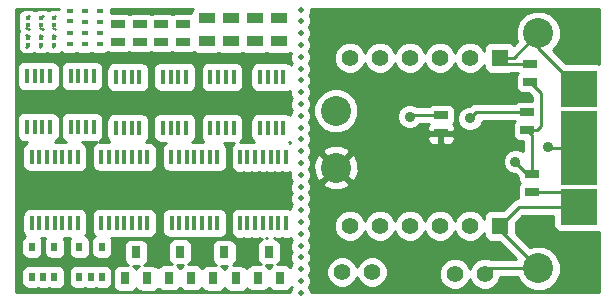
<source format=gtl>
G04 (created by PCBNEW (2013-07-07 BZR 4022)-stable) date 1/31/2014 1:18:34 AM*
%MOIN*%
G04 Gerber Fmt 3.4, Leading zero omitted, Abs format*
%FSLAX34Y34*%
G01*
G70*
G90*
G04 APERTURE LIST*
%ADD10C,0.00590551*%
%ADD11R,0.045X0.025*%
%ADD12C,0.055*%
%ADD13C,0.1*%
%ADD14R,0.12X0.12*%
%ADD15R,0.12X0.25*%
%ADD16R,0.055X0.055*%
%ADD17R,0.055X0.035*%
%ADD18R,0.0236X0.0157*%
%ADD19R,0.015748X0.011811*%
%ADD20R,0.015X0.05*%
%ADD21R,0.0118X0.0512*%
%ADD22R,0.0315X0.0394*%
%ADD23R,0.02X0.03*%
%ADD24C,0.019685*%
%ADD25C,0.035*%
%ADD26C,0.01*%
G04 APERTURE END LIST*
G54D10*
G54D11*
X82760Y-62600D03*
X82760Y-63200D03*
X82680Y-59540D03*
X82680Y-58940D03*
X82600Y-60540D03*
X82600Y-61140D03*
X79720Y-61260D03*
X79720Y-60660D03*
G54D12*
X81180Y-65940D03*
X80180Y-65940D03*
G54D13*
X82960Y-57920D03*
X82960Y-65760D03*
G54D14*
X84320Y-59770D03*
G54D15*
X84320Y-61740D03*
G54D14*
X84320Y-63710D03*
G54D13*
X76220Y-60500D03*
X76220Y-62400D03*
G54D16*
X81680Y-64340D03*
G54D12*
X80680Y-64340D03*
X79680Y-64340D03*
X78680Y-64340D03*
X77680Y-64340D03*
X76680Y-64340D03*
G54D16*
X81680Y-58740D03*
G54D12*
X80680Y-58740D03*
X79680Y-58740D03*
X78680Y-58740D03*
X77680Y-58740D03*
X76680Y-58740D03*
G54D17*
X74320Y-58175D03*
X74320Y-57425D03*
X73520Y-58175D03*
X73520Y-57425D03*
X72720Y-58175D03*
X72720Y-57425D03*
G54D11*
X70400Y-58220D03*
X70400Y-57620D03*
X69680Y-58220D03*
X69680Y-57620D03*
X68960Y-58220D03*
X68960Y-57620D03*
G54D18*
X68340Y-58277D03*
X68340Y-57923D03*
X67840Y-58277D03*
X67840Y-57923D03*
X67340Y-58277D03*
X67340Y-57923D03*
G54D19*
X66820Y-58318D03*
X66820Y-58081D03*
X66380Y-58318D03*
X66380Y-58081D03*
X65940Y-58318D03*
X65940Y-58081D03*
G54D20*
X73696Y-61090D03*
X73952Y-61090D03*
X74208Y-61090D03*
X74464Y-61090D03*
X74464Y-59390D03*
X74208Y-59390D03*
X73952Y-59390D03*
X73696Y-59390D03*
X72036Y-61090D03*
X72292Y-61090D03*
X72548Y-61090D03*
X72804Y-61090D03*
X72804Y-59390D03*
X72548Y-59390D03*
X72292Y-59390D03*
X72036Y-59390D03*
X70456Y-61070D03*
X70712Y-61070D03*
X70968Y-61070D03*
X71224Y-61070D03*
X71224Y-59370D03*
X70968Y-59370D03*
X70712Y-59370D03*
X70456Y-59370D03*
X68896Y-61090D03*
X69152Y-61090D03*
X69408Y-61090D03*
X69664Y-61090D03*
X69664Y-59390D03*
X69408Y-59390D03*
X69152Y-59390D03*
X68896Y-59390D03*
X67376Y-61050D03*
X67632Y-61050D03*
X67888Y-61050D03*
X68144Y-61050D03*
X68144Y-59350D03*
X67888Y-59350D03*
X67632Y-59350D03*
X67376Y-59350D03*
X65916Y-61050D03*
X66172Y-61050D03*
X66428Y-61050D03*
X66684Y-61050D03*
X66684Y-59350D03*
X66428Y-59350D03*
X66172Y-59350D03*
X65916Y-59350D03*
G54D21*
X73020Y-64260D03*
X73270Y-64260D03*
X73530Y-64260D03*
X73780Y-64260D03*
X74040Y-64260D03*
X74295Y-64260D03*
X74550Y-64260D03*
X74550Y-62060D03*
X74295Y-62060D03*
X74040Y-62060D03*
X73780Y-62060D03*
X73525Y-62060D03*
X73270Y-62060D03*
X73015Y-62060D03*
X70740Y-64240D03*
X70990Y-64240D03*
X71250Y-64240D03*
X71500Y-64240D03*
X71760Y-64240D03*
X72015Y-64240D03*
X72270Y-64240D03*
X72270Y-62040D03*
X72015Y-62040D03*
X71760Y-62040D03*
X71500Y-62040D03*
X71245Y-62040D03*
X70990Y-62040D03*
X70735Y-62040D03*
X68400Y-64240D03*
X68650Y-64240D03*
X68910Y-64240D03*
X69160Y-64240D03*
X69420Y-64240D03*
X69675Y-64240D03*
X69930Y-64240D03*
X69930Y-62040D03*
X69675Y-62040D03*
X69420Y-62040D03*
X69160Y-62040D03*
X68905Y-62040D03*
X68650Y-62040D03*
X68395Y-62040D03*
X66080Y-64240D03*
X66330Y-64240D03*
X66590Y-64240D03*
X66840Y-64240D03*
X67100Y-64240D03*
X67355Y-64240D03*
X67610Y-64240D03*
X67610Y-62040D03*
X67355Y-62040D03*
X67100Y-62040D03*
X66840Y-62040D03*
X66585Y-62040D03*
X66330Y-62040D03*
X66075Y-62040D03*
G54D19*
X65940Y-57658D03*
X65940Y-57421D03*
X66400Y-57658D03*
X66400Y-57421D03*
X66820Y-57658D03*
X66820Y-57421D03*
G54D18*
X67340Y-57517D03*
X67340Y-57163D03*
X67840Y-57537D03*
X67840Y-57183D03*
X68340Y-57537D03*
X68340Y-57183D03*
G54D11*
X71120Y-58220D03*
X71120Y-57620D03*
G54D17*
X71920Y-58175D03*
X71920Y-57425D03*
G54D12*
X76420Y-65880D03*
X77420Y-65880D03*
G54D22*
X73980Y-65207D03*
X74355Y-66073D03*
X73605Y-66073D03*
X72500Y-65227D03*
X72875Y-66093D03*
X72125Y-66093D03*
X71020Y-65207D03*
X71395Y-66073D03*
X70645Y-66073D03*
X69560Y-65227D03*
X69935Y-66093D03*
X69185Y-66093D03*
G54D23*
X66085Y-66040D03*
X66835Y-66040D03*
X66085Y-65040D03*
X66460Y-66040D03*
X66835Y-65040D03*
X67665Y-66040D03*
X68415Y-66040D03*
X67665Y-65040D03*
X68040Y-66040D03*
X68415Y-65040D03*
G54D24*
X75040Y-58313D03*
X75040Y-57920D03*
X75040Y-57526D03*
X75040Y-59493D03*
X75040Y-59100D03*
X75040Y-58706D03*
X75040Y-57140D03*
X75040Y-60673D03*
X75040Y-60280D03*
X75040Y-59886D03*
X75040Y-61853D03*
X75040Y-61460D03*
X75040Y-61066D03*
X75040Y-63033D03*
X75040Y-62640D03*
X75040Y-62246D03*
X75040Y-64213D03*
X75040Y-63820D03*
X75040Y-63426D03*
X75040Y-65393D03*
X75040Y-65000D03*
X75040Y-64606D03*
X75040Y-66573D03*
X75040Y-66180D03*
X75040Y-65786D03*
G54D25*
X83300Y-61720D03*
X78680Y-60700D03*
X82200Y-62200D03*
X80680Y-60760D03*
X79560Y-62600D03*
G54D26*
X84320Y-61740D02*
X83320Y-61740D01*
X83320Y-61740D02*
X83300Y-61720D01*
X79720Y-60660D02*
X78720Y-60660D01*
X78720Y-60660D02*
X78680Y-60700D01*
X82760Y-63200D02*
X83810Y-63200D01*
X83810Y-63200D02*
X84320Y-63710D01*
X82960Y-65760D02*
X81360Y-65760D01*
X81360Y-65760D02*
X81180Y-65940D01*
X81680Y-64340D02*
X81680Y-64480D01*
X81680Y-64480D02*
X82960Y-65760D01*
X83570Y-63710D02*
X82310Y-63710D01*
X82310Y-63710D02*
X81680Y-64340D01*
X83570Y-63710D02*
X84320Y-63710D01*
X82600Y-61140D02*
X82920Y-61140D01*
X83060Y-59920D02*
X82680Y-59540D01*
X83060Y-61000D02*
X83060Y-59920D01*
X82920Y-61140D02*
X83060Y-61000D01*
X82760Y-62600D02*
X82760Y-61300D01*
X82760Y-61300D02*
X82600Y-61140D01*
X82600Y-62600D02*
X82760Y-62600D01*
X82200Y-62200D02*
X82600Y-62600D01*
X81680Y-58740D02*
X82140Y-58740D01*
X82140Y-58740D02*
X82960Y-57920D01*
X82680Y-58940D02*
X81880Y-58940D01*
X81880Y-58940D02*
X81680Y-58740D01*
X82960Y-57920D02*
X82960Y-58410D01*
X82960Y-58410D02*
X84320Y-59770D01*
X80900Y-60540D02*
X82600Y-60540D01*
X80680Y-60760D02*
X80900Y-60540D01*
G54D10*
G36*
X85000Y-66540D02*
X77945Y-66540D01*
X77945Y-65776D01*
X77865Y-65583D01*
X77717Y-65435D01*
X77524Y-65355D01*
X77316Y-65354D01*
X77123Y-65434D01*
X76975Y-65582D01*
X76919Y-65715D01*
X76865Y-65583D01*
X76717Y-65435D01*
X76524Y-65355D01*
X76316Y-65354D01*
X76123Y-65434D01*
X75975Y-65582D01*
X75895Y-65775D01*
X75894Y-65983D01*
X75974Y-66177D01*
X76122Y-66324D01*
X76315Y-66404D01*
X76523Y-66405D01*
X76717Y-66325D01*
X76864Y-66177D01*
X76920Y-66044D01*
X76974Y-66177D01*
X77122Y-66324D01*
X77315Y-66404D01*
X77523Y-66405D01*
X77717Y-66325D01*
X77864Y-66177D01*
X77944Y-65984D01*
X77945Y-65776D01*
X77945Y-66540D01*
X75388Y-66540D01*
X75388Y-66504D01*
X75335Y-66376D01*
X75388Y-66249D01*
X75388Y-66110D01*
X75335Y-65982D01*
X75388Y-65855D01*
X75388Y-65717D01*
X75335Y-65589D01*
X75388Y-65463D01*
X75388Y-65324D01*
X75335Y-65196D01*
X75388Y-65069D01*
X75388Y-64930D01*
X75335Y-64802D01*
X75388Y-64675D01*
X75388Y-64537D01*
X75335Y-64409D01*
X75388Y-64283D01*
X75388Y-64144D01*
X75335Y-64016D01*
X75388Y-63889D01*
X75388Y-63750D01*
X75335Y-63622D01*
X75388Y-63495D01*
X75388Y-63357D01*
X75335Y-63229D01*
X75388Y-63103D01*
X75388Y-62964D01*
X75335Y-62836D01*
X75388Y-62709D01*
X75388Y-62570D01*
X75335Y-62442D01*
X75388Y-62315D01*
X75388Y-62177D01*
X75335Y-62049D01*
X75388Y-61923D01*
X75388Y-61784D01*
X75335Y-61656D01*
X75388Y-61529D01*
X75388Y-61390D01*
X75335Y-61262D01*
X75388Y-61135D01*
X75388Y-60997D01*
X75335Y-60869D01*
X75388Y-60743D01*
X75388Y-60604D01*
X75335Y-60476D01*
X75388Y-60349D01*
X75388Y-60210D01*
X75335Y-60082D01*
X75388Y-59955D01*
X75388Y-59817D01*
X75335Y-59689D01*
X75388Y-59563D01*
X75388Y-59424D01*
X75335Y-59296D01*
X75388Y-59169D01*
X75388Y-59030D01*
X75335Y-58902D01*
X75388Y-58775D01*
X75388Y-58637D01*
X75335Y-58509D01*
X75388Y-58383D01*
X75388Y-58244D01*
X75335Y-58116D01*
X75388Y-57989D01*
X75388Y-57850D01*
X75335Y-57722D01*
X75388Y-57595D01*
X75388Y-57457D01*
X75337Y-57333D01*
X75388Y-57209D01*
X75388Y-57099D01*
X85000Y-57099D01*
X85000Y-58932D01*
X84969Y-58920D01*
X84870Y-58919D01*
X83894Y-58919D01*
X83457Y-58483D01*
X83595Y-58345D01*
X83709Y-58069D01*
X83710Y-57771D01*
X83596Y-57495D01*
X83385Y-57284D01*
X83109Y-57170D01*
X82811Y-57169D01*
X82535Y-57283D01*
X82324Y-57494D01*
X82210Y-57770D01*
X82209Y-58068D01*
X82261Y-58194D01*
X82149Y-58306D01*
X82096Y-58253D01*
X82004Y-58215D01*
X81905Y-58214D01*
X81355Y-58214D01*
X81263Y-58252D01*
X81193Y-58323D01*
X81155Y-58415D01*
X81154Y-58514D01*
X81154Y-58514D01*
X81125Y-58443D01*
X80977Y-58295D01*
X80784Y-58215D01*
X80576Y-58214D01*
X80383Y-58294D01*
X80235Y-58442D01*
X80179Y-58575D01*
X80125Y-58443D01*
X79977Y-58295D01*
X79784Y-58215D01*
X79576Y-58214D01*
X79383Y-58294D01*
X79235Y-58442D01*
X79179Y-58575D01*
X79125Y-58443D01*
X78977Y-58295D01*
X78784Y-58215D01*
X78576Y-58214D01*
X78383Y-58294D01*
X78235Y-58442D01*
X78179Y-58575D01*
X78125Y-58443D01*
X77977Y-58295D01*
X77784Y-58215D01*
X77576Y-58214D01*
X77383Y-58294D01*
X77235Y-58442D01*
X77179Y-58575D01*
X77125Y-58443D01*
X76977Y-58295D01*
X76784Y-58215D01*
X76576Y-58214D01*
X76383Y-58294D01*
X76235Y-58442D01*
X76155Y-58635D01*
X76154Y-58843D01*
X76234Y-59037D01*
X76382Y-59184D01*
X76575Y-59264D01*
X76783Y-59265D01*
X76977Y-59185D01*
X77124Y-59037D01*
X77180Y-58904D01*
X77234Y-59037D01*
X77382Y-59184D01*
X77575Y-59264D01*
X77783Y-59265D01*
X77977Y-59185D01*
X78124Y-59037D01*
X78180Y-58904D01*
X78234Y-59037D01*
X78382Y-59184D01*
X78575Y-59264D01*
X78783Y-59265D01*
X78977Y-59185D01*
X79124Y-59037D01*
X79180Y-58904D01*
X79234Y-59037D01*
X79382Y-59184D01*
X79575Y-59264D01*
X79783Y-59265D01*
X79977Y-59185D01*
X80124Y-59037D01*
X80180Y-58904D01*
X80234Y-59037D01*
X80382Y-59184D01*
X80575Y-59264D01*
X80783Y-59265D01*
X80977Y-59185D01*
X81124Y-59037D01*
X81154Y-58965D01*
X81154Y-59064D01*
X81192Y-59156D01*
X81263Y-59226D01*
X81355Y-59264D01*
X81454Y-59265D01*
X82004Y-59265D01*
X82065Y-59240D01*
X82276Y-59240D01*
X82243Y-59273D01*
X82205Y-59365D01*
X82204Y-59464D01*
X82204Y-59714D01*
X82242Y-59806D01*
X82313Y-59876D01*
X82405Y-59914D01*
X82504Y-59915D01*
X82630Y-59915D01*
X82760Y-60044D01*
X82760Y-60164D01*
X82325Y-60164D01*
X82233Y-60202D01*
X82196Y-60240D01*
X80900Y-60240D01*
X80785Y-60262D01*
X80687Y-60327D01*
X80680Y-60335D01*
X80595Y-60334D01*
X80439Y-60399D01*
X80319Y-60518D01*
X80255Y-60675D01*
X80254Y-60844D01*
X80319Y-61000D01*
X80438Y-61120D01*
X80595Y-61184D01*
X80764Y-61185D01*
X80920Y-61120D01*
X81040Y-61001D01*
X81104Y-60844D01*
X81104Y-60840D01*
X82196Y-60840D01*
X82163Y-60873D01*
X82125Y-60965D01*
X82124Y-61064D01*
X82124Y-61314D01*
X82162Y-61406D01*
X82233Y-61476D01*
X82325Y-61514D01*
X82424Y-61515D01*
X82460Y-61515D01*
X82460Y-61858D01*
X82441Y-61839D01*
X82284Y-61775D01*
X82115Y-61774D01*
X81959Y-61839D01*
X81839Y-61958D01*
X81775Y-62115D01*
X81774Y-62284D01*
X81839Y-62440D01*
X81958Y-62560D01*
X82115Y-62624D01*
X82200Y-62625D01*
X82284Y-62709D01*
X82284Y-62774D01*
X82322Y-62866D01*
X82356Y-62899D01*
X82323Y-62933D01*
X82285Y-63025D01*
X82284Y-63124D01*
X82284Y-63374D01*
X82300Y-63411D01*
X82195Y-63432D01*
X82097Y-63497D01*
X81780Y-63814D01*
X81355Y-63814D01*
X81263Y-63852D01*
X81193Y-63923D01*
X81155Y-64015D01*
X81154Y-64114D01*
X81154Y-64114D01*
X81125Y-64043D01*
X80977Y-63895D01*
X80784Y-63815D01*
X80576Y-63814D01*
X80383Y-63894D01*
X80235Y-64042D01*
X80195Y-64138D01*
X80195Y-61434D01*
X80195Y-61085D01*
X80157Y-60993D01*
X80123Y-60960D01*
X80156Y-60926D01*
X80194Y-60834D01*
X80195Y-60735D01*
X80195Y-60485D01*
X80157Y-60393D01*
X80086Y-60323D01*
X79994Y-60285D01*
X79895Y-60284D01*
X79445Y-60284D01*
X79353Y-60322D01*
X79316Y-60360D01*
X78941Y-60360D01*
X78921Y-60339D01*
X78764Y-60275D01*
X78595Y-60274D01*
X78439Y-60339D01*
X78319Y-60458D01*
X78255Y-60615D01*
X78254Y-60784D01*
X78319Y-60940D01*
X78438Y-61060D01*
X78595Y-61124D01*
X78764Y-61125D01*
X78920Y-61060D01*
X79021Y-60960D01*
X79316Y-60960D01*
X79282Y-60993D01*
X79244Y-61085D01*
X79245Y-61147D01*
X79307Y-61210D01*
X79670Y-61210D01*
X79670Y-61202D01*
X79770Y-61202D01*
X79770Y-61210D01*
X80132Y-61210D01*
X80195Y-61147D01*
X80195Y-61085D01*
X80195Y-61434D01*
X80195Y-61372D01*
X80132Y-61310D01*
X79770Y-61310D01*
X79770Y-61572D01*
X79832Y-61635D01*
X79895Y-61635D01*
X79994Y-61634D01*
X80086Y-61596D01*
X80157Y-61526D01*
X80195Y-61434D01*
X80195Y-64138D01*
X80179Y-64175D01*
X80125Y-64043D01*
X79977Y-63895D01*
X79784Y-63815D01*
X79670Y-63814D01*
X79670Y-61572D01*
X79670Y-61310D01*
X79307Y-61310D01*
X79245Y-61372D01*
X79244Y-61434D01*
X79282Y-61526D01*
X79353Y-61596D01*
X79445Y-61634D01*
X79544Y-61635D01*
X79607Y-61635D01*
X79670Y-61572D01*
X79670Y-63814D01*
X79576Y-63814D01*
X79383Y-63894D01*
X79235Y-64042D01*
X79179Y-64175D01*
X79125Y-64043D01*
X78977Y-63895D01*
X78784Y-63815D01*
X78576Y-63814D01*
X78383Y-63894D01*
X78235Y-64042D01*
X78179Y-64175D01*
X78125Y-64043D01*
X77977Y-63895D01*
X77784Y-63815D01*
X77576Y-63814D01*
X77383Y-63894D01*
X77235Y-64042D01*
X77179Y-64175D01*
X77125Y-64043D01*
X76977Y-63895D01*
X76973Y-63893D01*
X76973Y-62529D01*
X76970Y-62395D01*
X76970Y-60351D01*
X76856Y-60075D01*
X76645Y-59864D01*
X76369Y-59750D01*
X76071Y-59749D01*
X75795Y-59863D01*
X75584Y-60074D01*
X75470Y-60350D01*
X75469Y-60648D01*
X75583Y-60924D01*
X75794Y-61135D01*
X76070Y-61249D01*
X76368Y-61250D01*
X76644Y-61136D01*
X76855Y-60925D01*
X76969Y-60649D01*
X76970Y-60351D01*
X76970Y-62395D01*
X76965Y-62231D01*
X76866Y-61991D01*
X76750Y-61940D01*
X76679Y-62010D01*
X76679Y-61869D01*
X76628Y-61753D01*
X76349Y-61646D01*
X76051Y-61654D01*
X75811Y-61753D01*
X75760Y-61869D01*
X76220Y-62329D01*
X76679Y-61869D01*
X76679Y-62010D01*
X76290Y-62400D01*
X76750Y-62859D01*
X76866Y-62808D01*
X76973Y-62529D01*
X76973Y-63893D01*
X76784Y-63815D01*
X76679Y-63815D01*
X76679Y-62930D01*
X76220Y-62470D01*
X76149Y-62541D01*
X76149Y-62400D01*
X75689Y-61940D01*
X75573Y-61991D01*
X75466Y-62270D01*
X75474Y-62568D01*
X75573Y-62808D01*
X75689Y-62859D01*
X76149Y-62400D01*
X76149Y-62541D01*
X75760Y-62930D01*
X75811Y-63046D01*
X76090Y-63153D01*
X76388Y-63145D01*
X76628Y-63046D01*
X76679Y-62930D01*
X76679Y-63815D01*
X76576Y-63814D01*
X76383Y-63894D01*
X76235Y-64042D01*
X76155Y-64235D01*
X76154Y-64443D01*
X76234Y-64637D01*
X76382Y-64784D01*
X76575Y-64864D01*
X76783Y-64865D01*
X76977Y-64785D01*
X77124Y-64637D01*
X77180Y-64504D01*
X77234Y-64637D01*
X77382Y-64784D01*
X77575Y-64864D01*
X77783Y-64865D01*
X77977Y-64785D01*
X78124Y-64637D01*
X78180Y-64504D01*
X78234Y-64637D01*
X78382Y-64784D01*
X78575Y-64864D01*
X78783Y-64865D01*
X78977Y-64785D01*
X79124Y-64637D01*
X79180Y-64504D01*
X79234Y-64637D01*
X79382Y-64784D01*
X79575Y-64864D01*
X79783Y-64865D01*
X79977Y-64785D01*
X80124Y-64637D01*
X80180Y-64504D01*
X80234Y-64637D01*
X80382Y-64784D01*
X80575Y-64864D01*
X80783Y-64865D01*
X80977Y-64785D01*
X81124Y-64637D01*
X81154Y-64565D01*
X81154Y-64664D01*
X81192Y-64756D01*
X81263Y-64826D01*
X81355Y-64864D01*
X81454Y-64865D01*
X81640Y-64865D01*
X82235Y-65460D01*
X81393Y-65460D01*
X81284Y-65415D01*
X81076Y-65414D01*
X80883Y-65494D01*
X80735Y-65642D01*
X80679Y-65775D01*
X80625Y-65643D01*
X80477Y-65495D01*
X80284Y-65415D01*
X80076Y-65414D01*
X79883Y-65494D01*
X79735Y-65642D01*
X79655Y-65835D01*
X79654Y-66043D01*
X79734Y-66237D01*
X79882Y-66384D01*
X80075Y-66464D01*
X80283Y-66465D01*
X80477Y-66385D01*
X80624Y-66237D01*
X80680Y-66104D01*
X80734Y-66237D01*
X80882Y-66384D01*
X81075Y-66464D01*
X81283Y-66465D01*
X81477Y-66385D01*
X81624Y-66237D01*
X81698Y-66060D01*
X82272Y-66060D01*
X82323Y-66184D01*
X82534Y-66395D01*
X82810Y-66509D01*
X83108Y-66510D01*
X83384Y-66396D01*
X83595Y-66185D01*
X83709Y-65909D01*
X83710Y-65611D01*
X83596Y-65335D01*
X83385Y-65124D01*
X83109Y-65010D01*
X82811Y-65009D01*
X82685Y-65061D01*
X82205Y-64580D01*
X82205Y-64565D01*
X82205Y-64239D01*
X82434Y-64010D01*
X83469Y-64010D01*
X83469Y-64359D01*
X83507Y-64451D01*
X83578Y-64521D01*
X83670Y-64559D01*
X83769Y-64560D01*
X84969Y-64560D01*
X85000Y-64547D01*
X85000Y-66540D01*
X85000Y-66540D01*
G37*
G54D26*
X85000Y-66540D02*
X77945Y-66540D01*
X77945Y-65776D01*
X77865Y-65583D01*
X77717Y-65435D01*
X77524Y-65355D01*
X77316Y-65354D01*
X77123Y-65434D01*
X76975Y-65582D01*
X76919Y-65715D01*
X76865Y-65583D01*
X76717Y-65435D01*
X76524Y-65355D01*
X76316Y-65354D01*
X76123Y-65434D01*
X75975Y-65582D01*
X75895Y-65775D01*
X75894Y-65983D01*
X75974Y-66177D01*
X76122Y-66324D01*
X76315Y-66404D01*
X76523Y-66405D01*
X76717Y-66325D01*
X76864Y-66177D01*
X76920Y-66044D01*
X76974Y-66177D01*
X77122Y-66324D01*
X77315Y-66404D01*
X77523Y-66405D01*
X77717Y-66325D01*
X77864Y-66177D01*
X77944Y-65984D01*
X77945Y-65776D01*
X77945Y-66540D01*
X75388Y-66540D01*
X75388Y-66504D01*
X75335Y-66376D01*
X75388Y-66249D01*
X75388Y-66110D01*
X75335Y-65982D01*
X75388Y-65855D01*
X75388Y-65717D01*
X75335Y-65589D01*
X75388Y-65463D01*
X75388Y-65324D01*
X75335Y-65196D01*
X75388Y-65069D01*
X75388Y-64930D01*
X75335Y-64802D01*
X75388Y-64675D01*
X75388Y-64537D01*
X75335Y-64409D01*
X75388Y-64283D01*
X75388Y-64144D01*
X75335Y-64016D01*
X75388Y-63889D01*
X75388Y-63750D01*
X75335Y-63622D01*
X75388Y-63495D01*
X75388Y-63357D01*
X75335Y-63229D01*
X75388Y-63103D01*
X75388Y-62964D01*
X75335Y-62836D01*
X75388Y-62709D01*
X75388Y-62570D01*
X75335Y-62442D01*
X75388Y-62315D01*
X75388Y-62177D01*
X75335Y-62049D01*
X75388Y-61923D01*
X75388Y-61784D01*
X75335Y-61656D01*
X75388Y-61529D01*
X75388Y-61390D01*
X75335Y-61262D01*
X75388Y-61135D01*
X75388Y-60997D01*
X75335Y-60869D01*
X75388Y-60743D01*
X75388Y-60604D01*
X75335Y-60476D01*
X75388Y-60349D01*
X75388Y-60210D01*
X75335Y-60082D01*
X75388Y-59955D01*
X75388Y-59817D01*
X75335Y-59689D01*
X75388Y-59563D01*
X75388Y-59424D01*
X75335Y-59296D01*
X75388Y-59169D01*
X75388Y-59030D01*
X75335Y-58902D01*
X75388Y-58775D01*
X75388Y-58637D01*
X75335Y-58509D01*
X75388Y-58383D01*
X75388Y-58244D01*
X75335Y-58116D01*
X75388Y-57989D01*
X75388Y-57850D01*
X75335Y-57722D01*
X75388Y-57595D01*
X75388Y-57457D01*
X75337Y-57333D01*
X75388Y-57209D01*
X75388Y-57099D01*
X85000Y-57099D01*
X85000Y-58932D01*
X84969Y-58920D01*
X84870Y-58919D01*
X83894Y-58919D01*
X83457Y-58483D01*
X83595Y-58345D01*
X83709Y-58069D01*
X83710Y-57771D01*
X83596Y-57495D01*
X83385Y-57284D01*
X83109Y-57170D01*
X82811Y-57169D01*
X82535Y-57283D01*
X82324Y-57494D01*
X82210Y-57770D01*
X82209Y-58068D01*
X82261Y-58194D01*
X82149Y-58306D01*
X82096Y-58253D01*
X82004Y-58215D01*
X81905Y-58214D01*
X81355Y-58214D01*
X81263Y-58252D01*
X81193Y-58323D01*
X81155Y-58415D01*
X81154Y-58514D01*
X81154Y-58514D01*
X81125Y-58443D01*
X80977Y-58295D01*
X80784Y-58215D01*
X80576Y-58214D01*
X80383Y-58294D01*
X80235Y-58442D01*
X80179Y-58575D01*
X80125Y-58443D01*
X79977Y-58295D01*
X79784Y-58215D01*
X79576Y-58214D01*
X79383Y-58294D01*
X79235Y-58442D01*
X79179Y-58575D01*
X79125Y-58443D01*
X78977Y-58295D01*
X78784Y-58215D01*
X78576Y-58214D01*
X78383Y-58294D01*
X78235Y-58442D01*
X78179Y-58575D01*
X78125Y-58443D01*
X77977Y-58295D01*
X77784Y-58215D01*
X77576Y-58214D01*
X77383Y-58294D01*
X77235Y-58442D01*
X77179Y-58575D01*
X77125Y-58443D01*
X76977Y-58295D01*
X76784Y-58215D01*
X76576Y-58214D01*
X76383Y-58294D01*
X76235Y-58442D01*
X76155Y-58635D01*
X76154Y-58843D01*
X76234Y-59037D01*
X76382Y-59184D01*
X76575Y-59264D01*
X76783Y-59265D01*
X76977Y-59185D01*
X77124Y-59037D01*
X77180Y-58904D01*
X77234Y-59037D01*
X77382Y-59184D01*
X77575Y-59264D01*
X77783Y-59265D01*
X77977Y-59185D01*
X78124Y-59037D01*
X78180Y-58904D01*
X78234Y-59037D01*
X78382Y-59184D01*
X78575Y-59264D01*
X78783Y-59265D01*
X78977Y-59185D01*
X79124Y-59037D01*
X79180Y-58904D01*
X79234Y-59037D01*
X79382Y-59184D01*
X79575Y-59264D01*
X79783Y-59265D01*
X79977Y-59185D01*
X80124Y-59037D01*
X80180Y-58904D01*
X80234Y-59037D01*
X80382Y-59184D01*
X80575Y-59264D01*
X80783Y-59265D01*
X80977Y-59185D01*
X81124Y-59037D01*
X81154Y-58965D01*
X81154Y-59064D01*
X81192Y-59156D01*
X81263Y-59226D01*
X81355Y-59264D01*
X81454Y-59265D01*
X82004Y-59265D01*
X82065Y-59240D01*
X82276Y-59240D01*
X82243Y-59273D01*
X82205Y-59365D01*
X82204Y-59464D01*
X82204Y-59714D01*
X82242Y-59806D01*
X82313Y-59876D01*
X82405Y-59914D01*
X82504Y-59915D01*
X82630Y-59915D01*
X82760Y-60044D01*
X82760Y-60164D01*
X82325Y-60164D01*
X82233Y-60202D01*
X82196Y-60240D01*
X80900Y-60240D01*
X80785Y-60262D01*
X80687Y-60327D01*
X80680Y-60335D01*
X80595Y-60334D01*
X80439Y-60399D01*
X80319Y-60518D01*
X80255Y-60675D01*
X80254Y-60844D01*
X80319Y-61000D01*
X80438Y-61120D01*
X80595Y-61184D01*
X80764Y-61185D01*
X80920Y-61120D01*
X81040Y-61001D01*
X81104Y-60844D01*
X81104Y-60840D01*
X82196Y-60840D01*
X82163Y-60873D01*
X82125Y-60965D01*
X82124Y-61064D01*
X82124Y-61314D01*
X82162Y-61406D01*
X82233Y-61476D01*
X82325Y-61514D01*
X82424Y-61515D01*
X82460Y-61515D01*
X82460Y-61858D01*
X82441Y-61839D01*
X82284Y-61775D01*
X82115Y-61774D01*
X81959Y-61839D01*
X81839Y-61958D01*
X81775Y-62115D01*
X81774Y-62284D01*
X81839Y-62440D01*
X81958Y-62560D01*
X82115Y-62624D01*
X82200Y-62625D01*
X82284Y-62709D01*
X82284Y-62774D01*
X82322Y-62866D01*
X82356Y-62899D01*
X82323Y-62933D01*
X82285Y-63025D01*
X82284Y-63124D01*
X82284Y-63374D01*
X82300Y-63411D01*
X82195Y-63432D01*
X82097Y-63497D01*
X81780Y-63814D01*
X81355Y-63814D01*
X81263Y-63852D01*
X81193Y-63923D01*
X81155Y-64015D01*
X81154Y-64114D01*
X81154Y-64114D01*
X81125Y-64043D01*
X80977Y-63895D01*
X80784Y-63815D01*
X80576Y-63814D01*
X80383Y-63894D01*
X80235Y-64042D01*
X80195Y-64138D01*
X80195Y-61434D01*
X80195Y-61085D01*
X80157Y-60993D01*
X80123Y-60960D01*
X80156Y-60926D01*
X80194Y-60834D01*
X80195Y-60735D01*
X80195Y-60485D01*
X80157Y-60393D01*
X80086Y-60323D01*
X79994Y-60285D01*
X79895Y-60284D01*
X79445Y-60284D01*
X79353Y-60322D01*
X79316Y-60360D01*
X78941Y-60360D01*
X78921Y-60339D01*
X78764Y-60275D01*
X78595Y-60274D01*
X78439Y-60339D01*
X78319Y-60458D01*
X78255Y-60615D01*
X78254Y-60784D01*
X78319Y-60940D01*
X78438Y-61060D01*
X78595Y-61124D01*
X78764Y-61125D01*
X78920Y-61060D01*
X79021Y-60960D01*
X79316Y-60960D01*
X79282Y-60993D01*
X79244Y-61085D01*
X79245Y-61147D01*
X79307Y-61210D01*
X79670Y-61210D01*
X79670Y-61202D01*
X79770Y-61202D01*
X79770Y-61210D01*
X80132Y-61210D01*
X80195Y-61147D01*
X80195Y-61085D01*
X80195Y-61434D01*
X80195Y-61372D01*
X80132Y-61310D01*
X79770Y-61310D01*
X79770Y-61572D01*
X79832Y-61635D01*
X79895Y-61635D01*
X79994Y-61634D01*
X80086Y-61596D01*
X80157Y-61526D01*
X80195Y-61434D01*
X80195Y-64138D01*
X80179Y-64175D01*
X80125Y-64043D01*
X79977Y-63895D01*
X79784Y-63815D01*
X79670Y-63814D01*
X79670Y-61572D01*
X79670Y-61310D01*
X79307Y-61310D01*
X79245Y-61372D01*
X79244Y-61434D01*
X79282Y-61526D01*
X79353Y-61596D01*
X79445Y-61634D01*
X79544Y-61635D01*
X79607Y-61635D01*
X79670Y-61572D01*
X79670Y-63814D01*
X79576Y-63814D01*
X79383Y-63894D01*
X79235Y-64042D01*
X79179Y-64175D01*
X79125Y-64043D01*
X78977Y-63895D01*
X78784Y-63815D01*
X78576Y-63814D01*
X78383Y-63894D01*
X78235Y-64042D01*
X78179Y-64175D01*
X78125Y-64043D01*
X77977Y-63895D01*
X77784Y-63815D01*
X77576Y-63814D01*
X77383Y-63894D01*
X77235Y-64042D01*
X77179Y-64175D01*
X77125Y-64043D01*
X76977Y-63895D01*
X76973Y-63893D01*
X76973Y-62529D01*
X76970Y-62395D01*
X76970Y-60351D01*
X76856Y-60075D01*
X76645Y-59864D01*
X76369Y-59750D01*
X76071Y-59749D01*
X75795Y-59863D01*
X75584Y-60074D01*
X75470Y-60350D01*
X75469Y-60648D01*
X75583Y-60924D01*
X75794Y-61135D01*
X76070Y-61249D01*
X76368Y-61250D01*
X76644Y-61136D01*
X76855Y-60925D01*
X76969Y-60649D01*
X76970Y-60351D01*
X76970Y-62395D01*
X76965Y-62231D01*
X76866Y-61991D01*
X76750Y-61940D01*
X76679Y-62010D01*
X76679Y-61869D01*
X76628Y-61753D01*
X76349Y-61646D01*
X76051Y-61654D01*
X75811Y-61753D01*
X75760Y-61869D01*
X76220Y-62329D01*
X76679Y-61869D01*
X76679Y-62010D01*
X76290Y-62400D01*
X76750Y-62859D01*
X76866Y-62808D01*
X76973Y-62529D01*
X76973Y-63893D01*
X76784Y-63815D01*
X76679Y-63815D01*
X76679Y-62930D01*
X76220Y-62470D01*
X76149Y-62541D01*
X76149Y-62400D01*
X75689Y-61940D01*
X75573Y-61991D01*
X75466Y-62270D01*
X75474Y-62568D01*
X75573Y-62808D01*
X75689Y-62859D01*
X76149Y-62400D01*
X76149Y-62541D01*
X75760Y-62930D01*
X75811Y-63046D01*
X76090Y-63153D01*
X76388Y-63145D01*
X76628Y-63046D01*
X76679Y-62930D01*
X76679Y-63815D01*
X76576Y-63814D01*
X76383Y-63894D01*
X76235Y-64042D01*
X76155Y-64235D01*
X76154Y-64443D01*
X76234Y-64637D01*
X76382Y-64784D01*
X76575Y-64864D01*
X76783Y-64865D01*
X76977Y-64785D01*
X77124Y-64637D01*
X77180Y-64504D01*
X77234Y-64637D01*
X77382Y-64784D01*
X77575Y-64864D01*
X77783Y-64865D01*
X77977Y-64785D01*
X78124Y-64637D01*
X78180Y-64504D01*
X78234Y-64637D01*
X78382Y-64784D01*
X78575Y-64864D01*
X78783Y-64865D01*
X78977Y-64785D01*
X79124Y-64637D01*
X79180Y-64504D01*
X79234Y-64637D01*
X79382Y-64784D01*
X79575Y-64864D01*
X79783Y-64865D01*
X79977Y-64785D01*
X80124Y-64637D01*
X80180Y-64504D01*
X80234Y-64637D01*
X80382Y-64784D01*
X80575Y-64864D01*
X80783Y-64865D01*
X80977Y-64785D01*
X81124Y-64637D01*
X81154Y-64565D01*
X81154Y-64664D01*
X81192Y-64756D01*
X81263Y-64826D01*
X81355Y-64864D01*
X81454Y-64865D01*
X81640Y-64865D01*
X82235Y-65460D01*
X81393Y-65460D01*
X81284Y-65415D01*
X81076Y-65414D01*
X80883Y-65494D01*
X80735Y-65642D01*
X80679Y-65775D01*
X80625Y-65643D01*
X80477Y-65495D01*
X80284Y-65415D01*
X80076Y-65414D01*
X79883Y-65494D01*
X79735Y-65642D01*
X79655Y-65835D01*
X79654Y-66043D01*
X79734Y-66237D01*
X79882Y-66384D01*
X80075Y-66464D01*
X80283Y-66465D01*
X80477Y-66385D01*
X80624Y-66237D01*
X80680Y-66104D01*
X80734Y-66237D01*
X80882Y-66384D01*
X81075Y-66464D01*
X81283Y-66465D01*
X81477Y-66385D01*
X81624Y-66237D01*
X81698Y-66060D01*
X82272Y-66060D01*
X82323Y-66184D01*
X82534Y-66395D01*
X82810Y-66509D01*
X83108Y-66510D01*
X83384Y-66396D01*
X83595Y-66185D01*
X83709Y-65909D01*
X83710Y-65611D01*
X83596Y-65335D01*
X83385Y-65124D01*
X83109Y-65010D01*
X82811Y-65009D01*
X82685Y-65061D01*
X82205Y-64580D01*
X82205Y-64565D01*
X82205Y-64239D01*
X82434Y-64010D01*
X83469Y-64010D01*
X83469Y-64359D01*
X83507Y-64451D01*
X83578Y-64521D01*
X83670Y-64559D01*
X83769Y-64560D01*
X84969Y-64560D01*
X85000Y-64547D01*
X85000Y-66540D01*
G54D10*
G36*
X65910Y-57112D02*
X65838Y-57112D01*
X65838Y-57112D01*
X65910Y-57112D01*
X65910Y-57112D01*
G37*
G54D26*
X65910Y-57112D02*
X65838Y-57112D01*
X65838Y-57112D01*
X65910Y-57112D01*
G54D10*
G36*
X65910Y-57730D02*
X65900Y-57730D01*
X65900Y-57730D01*
X65910Y-57730D01*
X65910Y-57730D01*
G37*
G54D26*
X65910Y-57730D02*
X65900Y-57730D01*
X65900Y-57730D01*
X65910Y-57730D01*
G54D10*
G36*
X65910Y-57967D02*
X65900Y-57967D01*
X65900Y-57967D01*
X65910Y-57967D01*
X65910Y-57967D01*
G37*
G54D26*
X65910Y-57967D02*
X65900Y-57967D01*
X65900Y-57967D01*
X65910Y-57967D01*
G54D10*
G36*
X65910Y-58390D02*
X65900Y-58390D01*
X65900Y-58390D01*
X65910Y-58390D01*
X65910Y-58390D01*
G37*
G54D26*
X65910Y-58390D02*
X65900Y-58390D01*
X65900Y-58390D01*
X65910Y-58390D01*
G54D10*
G36*
X65979Y-57349D02*
X65969Y-57349D01*
X65979Y-57349D01*
X65979Y-57349D01*
X65979Y-57349D01*
G37*
G54D26*
X65979Y-57349D02*
X65969Y-57349D01*
X65979Y-57349D01*
X65979Y-57349D01*
G54D10*
G36*
X65979Y-57772D02*
X65969Y-57772D01*
X65979Y-57772D01*
X65979Y-57772D01*
X65979Y-57772D01*
G37*
G54D26*
X65979Y-57772D02*
X65969Y-57772D01*
X65979Y-57772D01*
X65979Y-57772D01*
G54D10*
G36*
X65979Y-58009D02*
X65969Y-58009D01*
X65979Y-58009D01*
X65979Y-58009D01*
X65979Y-58009D01*
G37*
G54D26*
X65979Y-58009D02*
X65969Y-58009D01*
X65979Y-58009D01*
X65979Y-58009D01*
G54D10*
G36*
X66041Y-58627D02*
X65969Y-58627D01*
X66041Y-58627D01*
X66041Y-58627D01*
X66041Y-58627D01*
G37*
G54D26*
X66041Y-58627D02*
X65969Y-58627D01*
X66041Y-58627D01*
X66041Y-58627D01*
G54D10*
G36*
X66350Y-58390D02*
X66340Y-58390D01*
X66340Y-58390D01*
X66350Y-58390D01*
X66350Y-58390D01*
G37*
G54D26*
X66350Y-58390D02*
X66340Y-58390D01*
X66340Y-58390D01*
X66350Y-58390D01*
G54D10*
G36*
X66370Y-57112D02*
X66298Y-57112D01*
X66298Y-57112D01*
X66370Y-57112D01*
X66370Y-57112D01*
G37*
G54D26*
X66370Y-57112D02*
X66298Y-57112D01*
X66298Y-57112D01*
X66370Y-57112D01*
G54D10*
G36*
X66370Y-57730D02*
X66360Y-57730D01*
X66360Y-57730D01*
X66370Y-57730D01*
X66370Y-57730D01*
G37*
G54D26*
X66370Y-57730D02*
X66360Y-57730D01*
X66360Y-57730D01*
X66370Y-57730D01*
G54D10*
G36*
X66370Y-57967D02*
X66340Y-57967D01*
X66340Y-57967D01*
X66370Y-57967D01*
X66370Y-57967D01*
G37*
G54D26*
X66370Y-57967D02*
X66340Y-57967D01*
X66340Y-57967D01*
X66370Y-57967D01*
G54D10*
G36*
X66419Y-58009D02*
X66409Y-58009D01*
X66419Y-58009D01*
X66419Y-58009D01*
X66419Y-58009D01*
G37*
G54D26*
X66419Y-58009D02*
X66409Y-58009D01*
X66419Y-58009D01*
X66419Y-58009D01*
G54D10*
G36*
X66439Y-57349D02*
X66429Y-57349D01*
X66439Y-57349D01*
X66439Y-57349D01*
X66439Y-57349D01*
G37*
G54D26*
X66439Y-57349D02*
X66429Y-57349D01*
X66439Y-57349D01*
X66439Y-57349D01*
G54D10*
G36*
X66439Y-57772D02*
X66409Y-57772D01*
X66439Y-57772D01*
X66439Y-57772D01*
X66439Y-57772D01*
G37*
G54D26*
X66439Y-57772D02*
X66409Y-57772D01*
X66439Y-57772D01*
X66439Y-57772D01*
G54D10*
G36*
X66481Y-58627D02*
X66409Y-58627D01*
X66481Y-58627D01*
X66481Y-58627D01*
X66481Y-58627D01*
G37*
G54D26*
X66481Y-58627D02*
X66409Y-58627D01*
X66481Y-58627D01*
X66481Y-58627D01*
G54D10*
G36*
X66790Y-57112D02*
X66718Y-57112D01*
X66718Y-57112D01*
X66790Y-57112D01*
X66790Y-57112D01*
G37*
G54D26*
X66790Y-57112D02*
X66718Y-57112D01*
X66718Y-57112D01*
X66790Y-57112D01*
G54D10*
G36*
X66790Y-57730D02*
X66780Y-57730D01*
X66780Y-57730D01*
X66790Y-57730D01*
X66790Y-57730D01*
G37*
G54D26*
X66790Y-57730D02*
X66780Y-57730D01*
X66780Y-57730D01*
X66790Y-57730D01*
G54D10*
G36*
X66790Y-57967D02*
X66780Y-57967D01*
X66780Y-57967D01*
X66790Y-57967D01*
X66790Y-57967D01*
G37*
G54D26*
X66790Y-57967D02*
X66780Y-57967D01*
X66780Y-57967D01*
X66790Y-57967D01*
G54D10*
G36*
X66790Y-58390D02*
X66780Y-58390D01*
X66780Y-58390D01*
X66790Y-58390D01*
X66790Y-58390D01*
G37*
G54D26*
X66790Y-58390D02*
X66780Y-58390D01*
X66780Y-58390D01*
X66790Y-58390D01*
G54D10*
G36*
X66859Y-57349D02*
X66849Y-57349D01*
X66859Y-57349D01*
X66859Y-57349D01*
X66859Y-57349D01*
G37*
G54D26*
X66859Y-57349D02*
X66849Y-57349D01*
X66859Y-57349D01*
X66859Y-57349D01*
G54D10*
G36*
X66859Y-57772D02*
X66849Y-57772D01*
X66859Y-57772D01*
X66859Y-57772D01*
X66859Y-57772D01*
G37*
G54D26*
X66859Y-57772D02*
X66849Y-57772D01*
X66859Y-57772D01*
X66859Y-57772D01*
G54D10*
G36*
X66859Y-58009D02*
X66849Y-58009D01*
X66859Y-58009D01*
X66859Y-58009D01*
X66859Y-58009D01*
G37*
G54D26*
X66859Y-58009D02*
X66849Y-58009D01*
X66859Y-58009D01*
X66859Y-58009D01*
G54D10*
G36*
X66921Y-58627D02*
X66849Y-58627D01*
X66921Y-58627D01*
X66921Y-58627D01*
X66921Y-58627D01*
G37*
G54D26*
X66921Y-58627D02*
X66849Y-58627D01*
X66921Y-58627D01*
X66921Y-58627D01*
G54D10*
G36*
X69660Y-65674D02*
X69636Y-65683D01*
X69565Y-65754D01*
X69560Y-65767D01*
X69554Y-65754D01*
X69554Y-65754D01*
X69554Y-65754D01*
X69519Y-65719D01*
X69484Y-65684D01*
X69484Y-65684D01*
X69483Y-65683D01*
X69459Y-65674D01*
X69660Y-65674D01*
X69660Y-65674D01*
G37*
G54D26*
X69660Y-65674D02*
X69636Y-65683D01*
X69565Y-65754D01*
X69560Y-65767D01*
X69554Y-65754D01*
X69554Y-65754D01*
X69554Y-65754D01*
X69519Y-65719D01*
X69484Y-65684D01*
X69484Y-65684D01*
X69483Y-65683D01*
X69459Y-65674D01*
X69660Y-65674D01*
G54D10*
G36*
X71120Y-65654D02*
X71096Y-65663D01*
X71025Y-65734D01*
X71020Y-65747D01*
X71014Y-65734D01*
X71014Y-65734D01*
X71014Y-65734D01*
X70979Y-65699D01*
X70944Y-65664D01*
X70944Y-65664D01*
X70943Y-65663D01*
X70919Y-65654D01*
X71120Y-65654D01*
X71120Y-65654D01*
G37*
G54D26*
X71120Y-65654D02*
X71096Y-65663D01*
X71025Y-65734D01*
X71020Y-65747D01*
X71014Y-65734D01*
X71014Y-65734D01*
X71014Y-65734D01*
X70979Y-65699D01*
X70944Y-65664D01*
X70944Y-65664D01*
X70943Y-65663D01*
X70919Y-65654D01*
X71120Y-65654D01*
G54D10*
G36*
X71441Y-57099D02*
X71433Y-57108D01*
X71433Y-57108D01*
X71432Y-57108D01*
X71414Y-57154D01*
X71395Y-57200D01*
X71395Y-57200D01*
X71394Y-57200D01*
X71394Y-57245D01*
X71394Y-57245D01*
X71295Y-57244D01*
X70944Y-57244D01*
X70845Y-57244D01*
X70845Y-57245D01*
X70845Y-57245D01*
X70799Y-57264D01*
X70759Y-57280D01*
X70674Y-57245D01*
X70575Y-57244D01*
X70224Y-57244D01*
X70125Y-57244D01*
X70125Y-57245D01*
X70125Y-57245D01*
X70079Y-57264D01*
X70039Y-57280D01*
X69954Y-57245D01*
X69855Y-57244D01*
X69504Y-57244D01*
X69405Y-57244D01*
X69405Y-57245D01*
X69405Y-57245D01*
X69359Y-57264D01*
X69319Y-57280D01*
X69234Y-57245D01*
X69135Y-57244D01*
X68784Y-57244D01*
X68708Y-57244D01*
X68708Y-57211D01*
X68708Y-57099D01*
X71441Y-57099D01*
X71441Y-57099D01*
G37*
G54D26*
X71441Y-57099D02*
X71433Y-57108D01*
X71433Y-57108D01*
X71432Y-57108D01*
X71414Y-57154D01*
X71395Y-57200D01*
X71395Y-57200D01*
X71394Y-57200D01*
X71394Y-57245D01*
X71394Y-57245D01*
X71295Y-57244D01*
X70944Y-57244D01*
X70845Y-57244D01*
X70845Y-57245D01*
X70845Y-57245D01*
X70799Y-57264D01*
X70759Y-57280D01*
X70674Y-57245D01*
X70575Y-57244D01*
X70224Y-57244D01*
X70125Y-57244D01*
X70125Y-57245D01*
X70125Y-57245D01*
X70079Y-57264D01*
X70039Y-57280D01*
X69954Y-57245D01*
X69855Y-57244D01*
X69504Y-57244D01*
X69405Y-57244D01*
X69405Y-57245D01*
X69405Y-57245D01*
X69359Y-57264D01*
X69319Y-57280D01*
X69234Y-57245D01*
X69135Y-57244D01*
X68784Y-57244D01*
X68708Y-57244D01*
X68708Y-57211D01*
X68708Y-57099D01*
X71441Y-57099D01*
G54D10*
G36*
X72600Y-65674D02*
X72576Y-65683D01*
X72505Y-65754D01*
X72500Y-65767D01*
X72494Y-65754D01*
X72494Y-65754D01*
X72494Y-65754D01*
X72459Y-65719D01*
X72424Y-65684D01*
X72424Y-65684D01*
X72423Y-65683D01*
X72399Y-65674D01*
X72600Y-65674D01*
X72600Y-65674D01*
G37*
G54D26*
X72600Y-65674D02*
X72576Y-65683D01*
X72505Y-65754D01*
X72500Y-65767D01*
X72494Y-65754D01*
X72494Y-65754D01*
X72494Y-65754D01*
X72459Y-65719D01*
X72424Y-65684D01*
X72424Y-65684D01*
X72423Y-65683D01*
X72399Y-65674D01*
X72600Y-65674D01*
G54D10*
G36*
X73916Y-64759D02*
X73903Y-64759D01*
X73909Y-64757D01*
X73916Y-64759D01*
X73916Y-64759D01*
G37*
G54D26*
X73916Y-64759D02*
X73903Y-64759D01*
X73909Y-64757D01*
X73916Y-64759D01*
G54D10*
G36*
X74080Y-65654D02*
X74056Y-65663D01*
X73985Y-65734D01*
X73980Y-65747D01*
X73974Y-65734D01*
X73974Y-65734D01*
X73974Y-65734D01*
X73939Y-65699D01*
X73904Y-65664D01*
X73904Y-65664D01*
X73903Y-65663D01*
X73879Y-65654D01*
X74080Y-65654D01*
X74080Y-65654D01*
G37*
G54D26*
X74080Y-65654D02*
X74056Y-65663D01*
X73985Y-65734D01*
X73980Y-65747D01*
X73974Y-65734D01*
X73974Y-65734D01*
X73974Y-65734D01*
X73939Y-65699D01*
X73904Y-65664D01*
X73904Y-65664D01*
X73903Y-65663D01*
X73879Y-65654D01*
X74080Y-65654D01*
G54D10*
G36*
X74171Y-64759D02*
X74163Y-64759D01*
X74167Y-64758D01*
X74171Y-64759D01*
X74171Y-64759D01*
G37*
G54D26*
X74171Y-64759D02*
X74163Y-64759D01*
X74167Y-64758D01*
X74171Y-64759D01*
G54D10*
G36*
X74703Y-61572D02*
X74667Y-61557D01*
X74680Y-61552D01*
X74695Y-61537D01*
X74698Y-61545D01*
X74700Y-61563D01*
X74703Y-61572D01*
X74703Y-61572D01*
G37*
G54D26*
X74703Y-61572D02*
X74667Y-61557D01*
X74680Y-61552D01*
X74695Y-61537D01*
X74698Y-61545D01*
X74700Y-61563D01*
X74703Y-61572D01*
G54D10*
G36*
X74744Y-65197D02*
X74732Y-65226D01*
X74726Y-65226D01*
X74711Y-65276D01*
X74691Y-65324D01*
X74691Y-65342D01*
X74686Y-65359D01*
X74691Y-65410D01*
X74691Y-65462D01*
X74698Y-65479D01*
X74700Y-65497D01*
X74726Y-65560D01*
X74732Y-65560D01*
X74744Y-65590D01*
X74732Y-65619D01*
X74726Y-65619D01*
X74711Y-65668D01*
X74696Y-65706D01*
X74689Y-65699D01*
X74654Y-65664D01*
X74654Y-65664D01*
X74653Y-65663D01*
X74608Y-65645D01*
X74562Y-65626D01*
X74562Y-65626D01*
X74562Y-65625D01*
X74497Y-65625D01*
X74462Y-65625D01*
X74254Y-65625D01*
X74278Y-65616D01*
X74349Y-65545D01*
X74387Y-65453D01*
X74387Y-65354D01*
X74387Y-65059D01*
X74387Y-64960D01*
X74387Y-64960D01*
X74387Y-64960D01*
X74368Y-64914D01*
X74349Y-64868D01*
X74349Y-64868D01*
X74349Y-64868D01*
X74314Y-64833D01*
X74279Y-64798D01*
X74279Y-64798D01*
X74278Y-64797D01*
X74233Y-64779D01*
X74201Y-64766D01*
X74203Y-64766D01*
X74203Y-64765D01*
X74285Y-64766D01*
X74403Y-64766D01*
X74422Y-64758D01*
X74441Y-64765D01*
X74441Y-64765D01*
X74441Y-64766D01*
X74458Y-64766D01*
X74458Y-64765D01*
X74540Y-64766D01*
X74658Y-64766D01*
X74713Y-64743D01*
X74726Y-64773D01*
X74732Y-64773D01*
X74744Y-64803D01*
X74732Y-64832D01*
X74726Y-64833D01*
X74711Y-64882D01*
X74691Y-64930D01*
X74691Y-64948D01*
X74686Y-64965D01*
X74691Y-65017D01*
X74691Y-65069D01*
X74698Y-65085D01*
X74700Y-65103D01*
X74726Y-65166D01*
X74732Y-65167D01*
X74744Y-65197D01*
X74744Y-65197D01*
G37*
G54D26*
X74744Y-65197D02*
X74732Y-65226D01*
X74726Y-65226D01*
X74711Y-65276D01*
X74691Y-65324D01*
X74691Y-65342D01*
X74686Y-65359D01*
X74691Y-65410D01*
X74691Y-65462D01*
X74698Y-65479D01*
X74700Y-65497D01*
X74726Y-65560D01*
X74732Y-65560D01*
X74744Y-65590D01*
X74732Y-65619D01*
X74726Y-65619D01*
X74711Y-65668D01*
X74696Y-65706D01*
X74689Y-65699D01*
X74654Y-65664D01*
X74654Y-65664D01*
X74653Y-65663D01*
X74608Y-65645D01*
X74562Y-65626D01*
X74562Y-65626D01*
X74562Y-65625D01*
X74497Y-65625D01*
X74462Y-65625D01*
X74254Y-65625D01*
X74278Y-65616D01*
X74349Y-65545D01*
X74387Y-65453D01*
X74387Y-65354D01*
X74387Y-65059D01*
X74387Y-64960D01*
X74387Y-64960D01*
X74387Y-64960D01*
X74368Y-64914D01*
X74349Y-64868D01*
X74349Y-64868D01*
X74349Y-64868D01*
X74314Y-64833D01*
X74279Y-64798D01*
X74279Y-64798D01*
X74278Y-64797D01*
X74233Y-64779D01*
X74201Y-64766D01*
X74203Y-64766D01*
X74203Y-64765D01*
X74285Y-64766D01*
X74403Y-64766D01*
X74422Y-64758D01*
X74441Y-64765D01*
X74441Y-64765D01*
X74441Y-64766D01*
X74458Y-64766D01*
X74458Y-64765D01*
X74540Y-64766D01*
X74658Y-64766D01*
X74713Y-64743D01*
X74726Y-64773D01*
X74732Y-64773D01*
X74744Y-64803D01*
X74732Y-64832D01*
X74726Y-64833D01*
X74711Y-64882D01*
X74691Y-64930D01*
X74691Y-64948D01*
X74686Y-64965D01*
X74691Y-65017D01*
X74691Y-65069D01*
X74698Y-65085D01*
X74700Y-65103D01*
X74726Y-65166D01*
X74732Y-65167D01*
X74744Y-65197D01*
G54D10*
G36*
X74744Y-66377D02*
X74732Y-66406D01*
X74726Y-66406D01*
X74711Y-66456D01*
X74691Y-66504D01*
X74691Y-66522D01*
X74686Y-66539D01*
X74686Y-66540D01*
X68765Y-66540D01*
X68765Y-66140D01*
X68765Y-65939D01*
X68765Y-65840D01*
X68764Y-65840D01*
X68764Y-65840D01*
X68745Y-65794D01*
X68727Y-65748D01*
X68726Y-65748D01*
X68726Y-65748D01*
X68691Y-65713D01*
X68656Y-65678D01*
X68656Y-65678D01*
X68656Y-65677D01*
X68610Y-65659D01*
X68564Y-65640D01*
X68564Y-65640D01*
X68564Y-65639D01*
X68527Y-65640D01*
X68527Y-65640D01*
X68465Y-65639D01*
X68265Y-65639D01*
X68227Y-65655D01*
X68189Y-65640D01*
X68189Y-65640D01*
X68189Y-65639D01*
X68152Y-65640D01*
X68152Y-65640D01*
X68090Y-65639D01*
X68015Y-65639D01*
X68015Y-65140D01*
X68015Y-64939D01*
X68015Y-64840D01*
X68014Y-64840D01*
X68014Y-64840D01*
X67995Y-64794D01*
X67977Y-64748D01*
X67976Y-64748D01*
X67976Y-64748D01*
X67941Y-64713D01*
X67906Y-64678D01*
X67906Y-64678D01*
X67906Y-64677D01*
X67860Y-64659D01*
X67859Y-64658D01*
X67880Y-64637D01*
X67918Y-64545D01*
X67919Y-64446D01*
X67919Y-64033D01*
X67919Y-63934D01*
X67918Y-63934D01*
X67918Y-63934D01*
X67899Y-63888D01*
X67881Y-63842D01*
X67880Y-63842D01*
X67880Y-63842D01*
X67845Y-63807D01*
X67810Y-63772D01*
X67810Y-63772D01*
X67810Y-63771D01*
X67764Y-63753D01*
X67718Y-63734D01*
X67718Y-63734D01*
X67718Y-63733D01*
X67702Y-63734D01*
X67701Y-63734D01*
X67619Y-63733D01*
X67501Y-63733D01*
X67482Y-63741D01*
X67463Y-63734D01*
X67463Y-63734D01*
X67463Y-63733D01*
X67447Y-63734D01*
X67446Y-63734D01*
X67364Y-63733D01*
X67246Y-63733D01*
X67227Y-63741D01*
X67208Y-63734D01*
X67208Y-63734D01*
X67208Y-63733D01*
X67192Y-63734D01*
X67191Y-63734D01*
X67109Y-63733D01*
X66991Y-63733D01*
X66970Y-63742D01*
X66948Y-63734D01*
X66948Y-63734D01*
X66948Y-63733D01*
X66932Y-63734D01*
X66931Y-63734D01*
X66849Y-63733D01*
X66731Y-63733D01*
X66715Y-63740D01*
X66698Y-63734D01*
X66698Y-63734D01*
X66698Y-63733D01*
X66682Y-63734D01*
X66681Y-63734D01*
X66599Y-63733D01*
X66481Y-63733D01*
X66460Y-63742D01*
X66438Y-63734D01*
X66438Y-63734D01*
X66438Y-63733D01*
X66422Y-63734D01*
X66421Y-63734D01*
X66339Y-63733D01*
X66221Y-63733D01*
X66205Y-63740D01*
X66188Y-63734D01*
X66188Y-63734D01*
X66188Y-63733D01*
X66172Y-63734D01*
X66171Y-63734D01*
X66089Y-63733D01*
X65971Y-63733D01*
X65879Y-63771D01*
X65809Y-63842D01*
X65771Y-63934D01*
X65770Y-64033D01*
X65770Y-64446D01*
X65770Y-64545D01*
X65771Y-64545D01*
X65771Y-64545D01*
X65790Y-64591D01*
X65808Y-64637D01*
X65809Y-64637D01*
X65809Y-64637D01*
X65844Y-64672D01*
X65847Y-64676D01*
X65843Y-64677D01*
X65773Y-64748D01*
X65735Y-64840D01*
X65734Y-64939D01*
X65734Y-65140D01*
X65734Y-65239D01*
X65735Y-65239D01*
X65735Y-65239D01*
X65754Y-65285D01*
X65772Y-65331D01*
X65773Y-65331D01*
X65773Y-65331D01*
X65808Y-65366D01*
X65843Y-65401D01*
X65843Y-65401D01*
X65843Y-65402D01*
X65889Y-65420D01*
X65935Y-65439D01*
X65935Y-65439D01*
X65935Y-65440D01*
X65972Y-65440D01*
X65972Y-65439D01*
X66034Y-65440D01*
X66234Y-65440D01*
X66326Y-65402D01*
X66396Y-65331D01*
X66434Y-65239D01*
X66435Y-65140D01*
X66435Y-64939D01*
X66435Y-64840D01*
X66434Y-64840D01*
X66434Y-64840D01*
X66415Y-64794D01*
X66397Y-64748D01*
X66396Y-64748D01*
X66396Y-64748D01*
X66394Y-64746D01*
X66438Y-64746D01*
X66459Y-64737D01*
X66481Y-64745D01*
X66481Y-64745D01*
X66481Y-64746D01*
X66498Y-64746D01*
X66498Y-64745D01*
X66525Y-64745D01*
X66523Y-64748D01*
X66485Y-64840D01*
X66484Y-64939D01*
X66484Y-65140D01*
X66484Y-65239D01*
X66485Y-65239D01*
X66485Y-65239D01*
X66504Y-65285D01*
X66522Y-65331D01*
X66523Y-65331D01*
X66523Y-65331D01*
X66558Y-65366D01*
X66593Y-65401D01*
X66593Y-65401D01*
X66593Y-65402D01*
X66639Y-65420D01*
X66685Y-65439D01*
X66685Y-65439D01*
X66685Y-65440D01*
X66722Y-65440D01*
X66722Y-65439D01*
X66784Y-65440D01*
X66984Y-65440D01*
X67076Y-65402D01*
X67146Y-65331D01*
X67184Y-65239D01*
X67185Y-65140D01*
X67185Y-64939D01*
X67185Y-64840D01*
X67184Y-64840D01*
X67184Y-64840D01*
X67165Y-64794D01*
X67147Y-64748D01*
X67146Y-64748D01*
X67146Y-64748D01*
X67144Y-64746D01*
X67208Y-64746D01*
X67227Y-64738D01*
X67246Y-64745D01*
X67246Y-64745D01*
X67246Y-64746D01*
X67263Y-64746D01*
X67263Y-64745D01*
X67345Y-64746D01*
X67355Y-64746D01*
X67353Y-64748D01*
X67315Y-64840D01*
X67314Y-64939D01*
X67314Y-65140D01*
X67314Y-65239D01*
X67315Y-65239D01*
X67315Y-65239D01*
X67334Y-65285D01*
X67352Y-65331D01*
X67353Y-65331D01*
X67353Y-65331D01*
X67388Y-65366D01*
X67423Y-65401D01*
X67423Y-65401D01*
X67423Y-65402D01*
X67469Y-65420D01*
X67515Y-65439D01*
X67515Y-65439D01*
X67515Y-65440D01*
X67552Y-65440D01*
X67552Y-65439D01*
X67614Y-65440D01*
X67814Y-65440D01*
X67906Y-65402D01*
X67976Y-65331D01*
X68014Y-65239D01*
X68015Y-65140D01*
X68015Y-65639D01*
X67890Y-65639D01*
X67852Y-65655D01*
X67814Y-65640D01*
X67814Y-65640D01*
X67814Y-65639D01*
X67777Y-65640D01*
X67777Y-65640D01*
X67715Y-65639D01*
X67515Y-65639D01*
X67423Y-65677D01*
X67353Y-65748D01*
X67315Y-65840D01*
X67314Y-65939D01*
X67314Y-66140D01*
X67314Y-66239D01*
X67315Y-66239D01*
X67315Y-66239D01*
X67334Y-66285D01*
X67352Y-66331D01*
X67353Y-66331D01*
X67353Y-66331D01*
X67388Y-66366D01*
X67423Y-66401D01*
X67423Y-66401D01*
X67423Y-66402D01*
X67469Y-66420D01*
X67515Y-66439D01*
X67515Y-66439D01*
X67515Y-66440D01*
X67552Y-66440D01*
X67552Y-66439D01*
X67614Y-66440D01*
X67814Y-66440D01*
X67852Y-66424D01*
X67890Y-66439D01*
X67890Y-66439D01*
X67890Y-66440D01*
X67927Y-66440D01*
X67927Y-66439D01*
X67989Y-66440D01*
X68189Y-66440D01*
X68227Y-66424D01*
X68265Y-66439D01*
X68265Y-66439D01*
X68265Y-66440D01*
X68302Y-66440D01*
X68302Y-66439D01*
X68364Y-66440D01*
X68564Y-66440D01*
X68656Y-66402D01*
X68726Y-66331D01*
X68764Y-66239D01*
X68765Y-66140D01*
X68765Y-66540D01*
X67185Y-66540D01*
X67185Y-66140D01*
X67185Y-65939D01*
X67185Y-65840D01*
X67184Y-65840D01*
X67184Y-65840D01*
X67165Y-65794D01*
X67147Y-65748D01*
X67146Y-65748D01*
X67146Y-65748D01*
X67111Y-65713D01*
X67076Y-65678D01*
X67076Y-65678D01*
X67076Y-65677D01*
X67030Y-65659D01*
X66984Y-65640D01*
X66984Y-65640D01*
X66984Y-65639D01*
X66947Y-65640D01*
X66947Y-65640D01*
X66885Y-65639D01*
X66685Y-65639D01*
X66647Y-65655D01*
X66609Y-65640D01*
X66609Y-65640D01*
X66609Y-65639D01*
X66572Y-65640D01*
X66572Y-65640D01*
X66510Y-65639D01*
X66310Y-65639D01*
X66272Y-65655D01*
X66234Y-65640D01*
X66234Y-65640D01*
X66234Y-65639D01*
X66197Y-65640D01*
X66197Y-65640D01*
X66135Y-65639D01*
X65935Y-65639D01*
X65843Y-65677D01*
X65773Y-65748D01*
X65735Y-65840D01*
X65734Y-65939D01*
X65734Y-66140D01*
X65734Y-66239D01*
X65735Y-66239D01*
X65735Y-66239D01*
X65754Y-66285D01*
X65772Y-66331D01*
X65773Y-66331D01*
X65773Y-66331D01*
X65808Y-66366D01*
X65843Y-66401D01*
X65843Y-66401D01*
X65843Y-66402D01*
X65889Y-66420D01*
X65935Y-66439D01*
X65935Y-66439D01*
X65935Y-66440D01*
X65972Y-66440D01*
X65972Y-66439D01*
X66034Y-66440D01*
X66234Y-66440D01*
X66272Y-66424D01*
X66310Y-66439D01*
X66310Y-66439D01*
X66310Y-66440D01*
X66347Y-66440D01*
X66347Y-66439D01*
X66409Y-66440D01*
X66609Y-66440D01*
X66647Y-66424D01*
X66685Y-66439D01*
X66685Y-66439D01*
X66685Y-66440D01*
X66722Y-66440D01*
X66722Y-66439D01*
X66784Y-66440D01*
X66984Y-66440D01*
X67076Y-66402D01*
X67146Y-66331D01*
X67184Y-66239D01*
X67185Y-66140D01*
X67185Y-66540D01*
X65559Y-66540D01*
X65559Y-57099D01*
X66971Y-57099D01*
X66971Y-57122D01*
X66948Y-57112D01*
X66921Y-57112D01*
X66849Y-57112D01*
X66790Y-57112D01*
X66691Y-57112D01*
X66691Y-57112D01*
X66691Y-57112D01*
X66645Y-57131D01*
X66609Y-57146D01*
X66528Y-57112D01*
X66501Y-57112D01*
X66429Y-57112D01*
X66370Y-57112D01*
X66271Y-57112D01*
X66271Y-57112D01*
X66271Y-57112D01*
X66225Y-57131D01*
X66179Y-57150D01*
X66179Y-57150D01*
X66179Y-57151D01*
X66170Y-57160D01*
X66160Y-57151D01*
X66068Y-57112D01*
X66041Y-57112D01*
X65969Y-57112D01*
X65910Y-57112D01*
X65811Y-57112D01*
X65811Y-57112D01*
X65811Y-57112D01*
X65765Y-57131D01*
X65719Y-57150D01*
X65719Y-57150D01*
X65719Y-57151D01*
X65684Y-57186D01*
X65649Y-57221D01*
X65649Y-57221D01*
X65649Y-57221D01*
X65630Y-57267D01*
X65611Y-57312D01*
X65611Y-57313D01*
X65611Y-57313D01*
X65611Y-57329D01*
X65611Y-57329D01*
X65611Y-57412D01*
X65611Y-57530D01*
X65615Y-57539D01*
X65611Y-57549D01*
X65611Y-57549D01*
X65611Y-57549D01*
X65611Y-57566D01*
X65611Y-57566D01*
X65611Y-57648D01*
X65611Y-57766D01*
X65649Y-57858D01*
X65660Y-57869D01*
X65649Y-57881D01*
X65649Y-57881D01*
X65649Y-57881D01*
X65630Y-57927D01*
X65611Y-57972D01*
X65611Y-57973D01*
X65611Y-57973D01*
X65611Y-57989D01*
X65611Y-57989D01*
X65611Y-58072D01*
X65611Y-58190D01*
X65615Y-58199D01*
X65611Y-58209D01*
X65611Y-58209D01*
X65611Y-58209D01*
X65611Y-58226D01*
X65611Y-58226D01*
X65611Y-58308D01*
X65611Y-58426D01*
X65649Y-58518D01*
X65719Y-58588D01*
X65811Y-58627D01*
X65838Y-58627D01*
X65910Y-58627D01*
X65969Y-58627D01*
X66068Y-58627D01*
X66068Y-58627D01*
X66068Y-58627D01*
X66114Y-58608D01*
X66160Y-58589D01*
X66251Y-58627D01*
X66278Y-58627D01*
X66350Y-58627D01*
X66409Y-58627D01*
X66508Y-58627D01*
X66508Y-58627D01*
X66508Y-58627D01*
X66554Y-58608D01*
X66600Y-58589D01*
X66691Y-58627D01*
X66718Y-58627D01*
X66790Y-58627D01*
X66849Y-58627D01*
X66948Y-58627D01*
X66948Y-58627D01*
X66948Y-58627D01*
X66994Y-58608D01*
X67040Y-58589D01*
X67040Y-58589D01*
X67040Y-58588D01*
X67071Y-58558D01*
X67080Y-58567D01*
X67172Y-58605D01*
X67271Y-58605D01*
X67408Y-58605D01*
X67507Y-58605D01*
X67507Y-58605D01*
X67507Y-58605D01*
X67553Y-58586D01*
X67590Y-58571D01*
X67672Y-58605D01*
X67771Y-58605D01*
X67908Y-58605D01*
X68007Y-58605D01*
X68007Y-58605D01*
X68007Y-58605D01*
X68053Y-58586D01*
X68090Y-58571D01*
X68172Y-58605D01*
X68271Y-58605D01*
X68408Y-58605D01*
X68507Y-58605D01*
X68507Y-58605D01*
X68507Y-58605D01*
X68553Y-58586D01*
X68599Y-58567D01*
X68599Y-58567D01*
X68599Y-58567D01*
X68605Y-58561D01*
X68685Y-58594D01*
X68784Y-58595D01*
X69135Y-58595D01*
X69234Y-58595D01*
X69234Y-58594D01*
X69234Y-58594D01*
X69280Y-58575D01*
X69320Y-58559D01*
X69405Y-58594D01*
X69504Y-58595D01*
X69855Y-58595D01*
X69954Y-58595D01*
X69954Y-58594D01*
X69954Y-58594D01*
X70000Y-58575D01*
X70040Y-58559D01*
X70125Y-58594D01*
X70224Y-58595D01*
X70575Y-58595D01*
X70674Y-58595D01*
X70674Y-58594D01*
X70674Y-58594D01*
X70720Y-58575D01*
X70760Y-58559D01*
X70845Y-58594D01*
X70944Y-58595D01*
X71295Y-58595D01*
X71394Y-58595D01*
X71394Y-58594D01*
X71394Y-58594D01*
X71440Y-58575D01*
X71486Y-58557D01*
X71486Y-58556D01*
X71486Y-58556D01*
X71492Y-58551D01*
X71503Y-58561D01*
X71595Y-58599D01*
X71694Y-58600D01*
X72145Y-58600D01*
X72244Y-58600D01*
X72244Y-58599D01*
X72244Y-58599D01*
X72290Y-58580D01*
X72320Y-58568D01*
X72395Y-58599D01*
X72494Y-58600D01*
X72945Y-58600D01*
X73044Y-58600D01*
X73044Y-58599D01*
X73044Y-58599D01*
X73090Y-58580D01*
X73120Y-58568D01*
X73195Y-58599D01*
X73294Y-58600D01*
X73745Y-58600D01*
X73844Y-58600D01*
X73844Y-58599D01*
X73844Y-58599D01*
X73890Y-58580D01*
X73920Y-58568D01*
X73995Y-58599D01*
X74094Y-58600D01*
X74545Y-58600D01*
X74644Y-58600D01*
X74644Y-58599D01*
X74644Y-58599D01*
X74690Y-58580D01*
X74717Y-58570D01*
X74711Y-58588D01*
X74691Y-58636D01*
X74691Y-58654D01*
X74686Y-58672D01*
X74691Y-58723D01*
X74691Y-58775D01*
X74698Y-58791D01*
X74700Y-58809D01*
X74726Y-58873D01*
X74732Y-58873D01*
X74744Y-58903D01*
X74732Y-58932D01*
X74726Y-58933D01*
X74716Y-58964D01*
X74715Y-58963D01*
X74680Y-58928D01*
X74680Y-58928D01*
X74680Y-58927D01*
X74634Y-58909D01*
X74588Y-58890D01*
X74588Y-58890D01*
X74588Y-58889D01*
X74564Y-58890D01*
X74563Y-58890D01*
X74489Y-58889D01*
X74339Y-58889D01*
X74336Y-58891D01*
X74332Y-58890D01*
X74332Y-58890D01*
X74332Y-58889D01*
X74308Y-58890D01*
X74307Y-58890D01*
X74233Y-58889D01*
X74083Y-58889D01*
X74080Y-58891D01*
X74076Y-58890D01*
X74076Y-58890D01*
X74076Y-58889D01*
X74052Y-58890D01*
X74051Y-58890D01*
X73977Y-58889D01*
X73827Y-58889D01*
X73824Y-58891D01*
X73820Y-58890D01*
X73820Y-58890D01*
X73820Y-58889D01*
X73796Y-58890D01*
X73795Y-58890D01*
X73721Y-58889D01*
X73571Y-58889D01*
X73479Y-58927D01*
X73409Y-58998D01*
X73371Y-59090D01*
X73370Y-59189D01*
X73370Y-59590D01*
X73370Y-59689D01*
X73371Y-59689D01*
X73371Y-59689D01*
X73390Y-59735D01*
X73408Y-59781D01*
X73409Y-59781D01*
X73409Y-59781D01*
X73444Y-59816D01*
X73479Y-59851D01*
X73479Y-59851D01*
X73479Y-59852D01*
X73525Y-59870D01*
X73571Y-59889D01*
X73571Y-59889D01*
X73571Y-59890D01*
X73596Y-59890D01*
X73596Y-59889D01*
X73670Y-59890D01*
X73820Y-59890D01*
X73823Y-59888D01*
X73827Y-59889D01*
X73827Y-59889D01*
X73827Y-59890D01*
X73852Y-59890D01*
X73852Y-59889D01*
X73926Y-59890D01*
X74076Y-59890D01*
X74079Y-59888D01*
X74083Y-59889D01*
X74083Y-59889D01*
X74083Y-59890D01*
X74108Y-59890D01*
X74108Y-59889D01*
X74182Y-59890D01*
X74332Y-59890D01*
X74335Y-59888D01*
X74339Y-59889D01*
X74339Y-59889D01*
X74339Y-59890D01*
X74364Y-59890D01*
X74364Y-59889D01*
X74438Y-59890D01*
X74588Y-59890D01*
X74680Y-59852D01*
X74688Y-59843D01*
X74686Y-59852D01*
X74691Y-59903D01*
X74691Y-59955D01*
X74698Y-59971D01*
X74700Y-59989D01*
X74726Y-60053D01*
X74732Y-60053D01*
X74744Y-60083D01*
X74732Y-60112D01*
X74726Y-60113D01*
X74711Y-60162D01*
X74691Y-60210D01*
X74691Y-60228D01*
X74686Y-60245D01*
X74691Y-60297D01*
X74691Y-60349D01*
X74698Y-60365D01*
X74700Y-60383D01*
X74726Y-60446D01*
X74732Y-60447D01*
X74744Y-60477D01*
X74732Y-60506D01*
X74726Y-60506D01*
X74711Y-60556D01*
X74691Y-60604D01*
X74691Y-60622D01*
X74687Y-60635D01*
X74680Y-60628D01*
X74680Y-60628D01*
X74680Y-60627D01*
X74634Y-60609D01*
X74588Y-60590D01*
X74588Y-60590D01*
X74588Y-60589D01*
X74564Y-60590D01*
X74563Y-60590D01*
X74489Y-60589D01*
X74339Y-60589D01*
X74336Y-60591D01*
X74332Y-60590D01*
X74332Y-60590D01*
X74332Y-60589D01*
X74308Y-60590D01*
X74307Y-60590D01*
X74233Y-60589D01*
X74083Y-60589D01*
X74080Y-60591D01*
X74076Y-60590D01*
X74076Y-60590D01*
X74076Y-60589D01*
X74052Y-60590D01*
X74051Y-60590D01*
X73977Y-60589D01*
X73827Y-60589D01*
X73824Y-60591D01*
X73820Y-60590D01*
X73820Y-60590D01*
X73820Y-60589D01*
X73796Y-60590D01*
X73795Y-60590D01*
X73721Y-60589D01*
X73571Y-60589D01*
X73479Y-60627D01*
X73409Y-60698D01*
X73371Y-60790D01*
X73370Y-60889D01*
X73370Y-61290D01*
X73370Y-61389D01*
X73371Y-61389D01*
X73371Y-61389D01*
X73390Y-61435D01*
X73408Y-61481D01*
X73409Y-61481D01*
X73409Y-61481D01*
X73444Y-61516D01*
X73479Y-61551D01*
X73479Y-61551D01*
X73479Y-61552D01*
X73484Y-61553D01*
X73416Y-61553D01*
X73397Y-61561D01*
X73378Y-61554D01*
X73378Y-61554D01*
X73378Y-61553D01*
X73362Y-61554D01*
X73361Y-61554D01*
X73279Y-61553D01*
X73161Y-61553D01*
X73142Y-61561D01*
X73123Y-61554D01*
X73123Y-61554D01*
X73123Y-61553D01*
X73107Y-61554D01*
X73106Y-61554D01*
X73024Y-61553D01*
X73015Y-61553D01*
X73020Y-61552D01*
X73090Y-61481D01*
X73128Y-61389D01*
X73129Y-61290D01*
X73129Y-60889D01*
X73129Y-60790D01*
X73129Y-59590D01*
X73129Y-59189D01*
X73129Y-59090D01*
X73128Y-59090D01*
X73128Y-59090D01*
X73109Y-59044D01*
X73091Y-58998D01*
X73090Y-58998D01*
X73090Y-58998D01*
X73055Y-58963D01*
X73020Y-58928D01*
X73020Y-58928D01*
X73020Y-58927D01*
X72974Y-58909D01*
X72928Y-58890D01*
X72928Y-58890D01*
X72928Y-58889D01*
X72904Y-58890D01*
X72903Y-58890D01*
X72829Y-58889D01*
X72679Y-58889D01*
X72676Y-58891D01*
X72672Y-58890D01*
X72672Y-58890D01*
X72672Y-58889D01*
X72648Y-58890D01*
X72647Y-58890D01*
X72573Y-58889D01*
X72423Y-58889D01*
X72420Y-58891D01*
X72416Y-58890D01*
X72416Y-58890D01*
X72416Y-58889D01*
X72392Y-58890D01*
X72391Y-58890D01*
X72317Y-58889D01*
X72167Y-58889D01*
X72164Y-58891D01*
X72160Y-58890D01*
X72160Y-58890D01*
X72160Y-58889D01*
X72136Y-58890D01*
X72135Y-58890D01*
X72061Y-58889D01*
X71911Y-58889D01*
X71819Y-58927D01*
X71749Y-58998D01*
X71711Y-59090D01*
X71710Y-59189D01*
X71710Y-59590D01*
X71710Y-59689D01*
X71711Y-59689D01*
X71711Y-59689D01*
X71730Y-59735D01*
X71748Y-59781D01*
X71749Y-59781D01*
X71749Y-59781D01*
X71784Y-59816D01*
X71819Y-59851D01*
X71819Y-59851D01*
X71819Y-59852D01*
X71865Y-59870D01*
X71911Y-59889D01*
X71911Y-59889D01*
X71911Y-59890D01*
X71936Y-59890D01*
X71936Y-59889D01*
X72010Y-59890D01*
X72160Y-59890D01*
X72163Y-59888D01*
X72167Y-59889D01*
X72167Y-59889D01*
X72167Y-59890D01*
X72192Y-59890D01*
X72192Y-59889D01*
X72266Y-59890D01*
X72416Y-59890D01*
X72419Y-59888D01*
X72423Y-59889D01*
X72423Y-59889D01*
X72423Y-59890D01*
X72448Y-59890D01*
X72448Y-59889D01*
X72522Y-59890D01*
X72672Y-59890D01*
X72675Y-59888D01*
X72679Y-59889D01*
X72679Y-59889D01*
X72679Y-59890D01*
X72704Y-59890D01*
X72704Y-59889D01*
X72778Y-59890D01*
X72928Y-59890D01*
X73020Y-59852D01*
X73090Y-59781D01*
X73128Y-59689D01*
X73129Y-59590D01*
X73129Y-60790D01*
X73128Y-60790D01*
X73128Y-60790D01*
X73109Y-60744D01*
X73091Y-60698D01*
X73090Y-60698D01*
X73090Y-60698D01*
X73055Y-60663D01*
X73020Y-60628D01*
X73020Y-60628D01*
X73020Y-60627D01*
X72974Y-60609D01*
X72928Y-60590D01*
X72928Y-60590D01*
X72928Y-60589D01*
X72904Y-60590D01*
X72903Y-60590D01*
X72829Y-60589D01*
X72679Y-60589D01*
X72676Y-60591D01*
X72672Y-60590D01*
X72672Y-60590D01*
X72672Y-60589D01*
X72648Y-60590D01*
X72647Y-60590D01*
X72573Y-60589D01*
X72423Y-60589D01*
X72420Y-60591D01*
X72416Y-60590D01*
X72416Y-60590D01*
X72416Y-60589D01*
X72392Y-60590D01*
X72391Y-60590D01*
X72317Y-60589D01*
X72167Y-60589D01*
X72164Y-60591D01*
X72160Y-60590D01*
X72160Y-60590D01*
X72160Y-60589D01*
X72136Y-60590D01*
X72135Y-60590D01*
X72061Y-60589D01*
X71911Y-60589D01*
X71819Y-60627D01*
X71749Y-60698D01*
X71711Y-60790D01*
X71710Y-60889D01*
X71710Y-61290D01*
X71710Y-61389D01*
X71711Y-61389D01*
X71711Y-61389D01*
X71730Y-61435D01*
X71748Y-61481D01*
X71749Y-61481D01*
X71749Y-61481D01*
X71784Y-61516D01*
X71801Y-61533D01*
X71769Y-61533D01*
X71651Y-61533D01*
X71630Y-61542D01*
X71608Y-61534D01*
X71608Y-61534D01*
X71608Y-61533D01*
X71592Y-61534D01*
X71591Y-61534D01*
X71509Y-61533D01*
X71435Y-61533D01*
X71440Y-61532D01*
X71510Y-61461D01*
X71548Y-61369D01*
X71549Y-61270D01*
X71549Y-60869D01*
X71549Y-60770D01*
X71549Y-59570D01*
X71549Y-59169D01*
X71549Y-59070D01*
X71548Y-59070D01*
X71548Y-59070D01*
X71529Y-59024D01*
X71511Y-58978D01*
X71510Y-58978D01*
X71510Y-58978D01*
X71475Y-58943D01*
X71440Y-58908D01*
X71440Y-58908D01*
X71440Y-58907D01*
X71394Y-58889D01*
X71348Y-58870D01*
X71348Y-58870D01*
X71348Y-58869D01*
X71324Y-58870D01*
X71323Y-58870D01*
X71249Y-58869D01*
X71099Y-58869D01*
X71096Y-58871D01*
X71092Y-58870D01*
X71092Y-58870D01*
X71092Y-58869D01*
X71068Y-58870D01*
X71067Y-58870D01*
X70993Y-58869D01*
X70843Y-58869D01*
X70840Y-58871D01*
X70836Y-58870D01*
X70836Y-58870D01*
X70836Y-58869D01*
X70812Y-58870D01*
X70811Y-58870D01*
X70737Y-58869D01*
X70587Y-58869D01*
X70584Y-58871D01*
X70580Y-58870D01*
X70580Y-58870D01*
X70580Y-58869D01*
X70556Y-58870D01*
X70555Y-58870D01*
X70481Y-58869D01*
X70331Y-58869D01*
X70239Y-58907D01*
X70169Y-58978D01*
X70131Y-59070D01*
X70130Y-59169D01*
X70130Y-59570D01*
X70130Y-59669D01*
X70131Y-59669D01*
X70131Y-59669D01*
X70150Y-59715D01*
X70168Y-59761D01*
X70169Y-59761D01*
X70169Y-59761D01*
X70204Y-59796D01*
X70239Y-59831D01*
X70239Y-59831D01*
X70239Y-59832D01*
X70285Y-59850D01*
X70331Y-59869D01*
X70331Y-59869D01*
X70331Y-59870D01*
X70356Y-59870D01*
X70356Y-59869D01*
X70430Y-59870D01*
X70580Y-59870D01*
X70583Y-59868D01*
X70587Y-59869D01*
X70587Y-59869D01*
X70587Y-59870D01*
X70612Y-59870D01*
X70612Y-59869D01*
X70686Y-59870D01*
X70836Y-59870D01*
X70839Y-59868D01*
X70843Y-59869D01*
X70843Y-59869D01*
X70843Y-59870D01*
X70868Y-59870D01*
X70868Y-59869D01*
X70942Y-59870D01*
X71092Y-59870D01*
X71095Y-59868D01*
X71099Y-59869D01*
X71099Y-59869D01*
X71099Y-59870D01*
X71124Y-59870D01*
X71124Y-59869D01*
X71198Y-59870D01*
X71348Y-59870D01*
X71440Y-59832D01*
X71510Y-59761D01*
X71548Y-59669D01*
X71549Y-59570D01*
X71549Y-60770D01*
X71548Y-60770D01*
X71548Y-60770D01*
X71529Y-60724D01*
X71511Y-60678D01*
X71510Y-60678D01*
X71510Y-60678D01*
X71475Y-60643D01*
X71440Y-60608D01*
X71440Y-60608D01*
X71440Y-60607D01*
X71394Y-60589D01*
X71348Y-60570D01*
X71348Y-60570D01*
X71348Y-60569D01*
X71324Y-60570D01*
X71323Y-60570D01*
X71249Y-60569D01*
X71099Y-60569D01*
X71096Y-60571D01*
X71092Y-60570D01*
X71092Y-60570D01*
X71092Y-60569D01*
X71068Y-60570D01*
X71067Y-60570D01*
X70993Y-60569D01*
X70843Y-60569D01*
X70840Y-60571D01*
X70836Y-60570D01*
X70836Y-60570D01*
X70836Y-60569D01*
X70812Y-60570D01*
X70811Y-60570D01*
X70737Y-60569D01*
X70587Y-60569D01*
X70584Y-60571D01*
X70580Y-60570D01*
X70580Y-60570D01*
X70580Y-60569D01*
X70556Y-60570D01*
X70555Y-60570D01*
X70481Y-60569D01*
X70331Y-60569D01*
X70239Y-60607D01*
X70169Y-60678D01*
X70131Y-60770D01*
X70130Y-60869D01*
X70130Y-61270D01*
X70130Y-61369D01*
X70131Y-61369D01*
X70131Y-61369D01*
X70150Y-61415D01*
X70168Y-61461D01*
X70169Y-61461D01*
X70169Y-61461D01*
X70204Y-61496D01*
X70239Y-61531D01*
X70239Y-61531D01*
X70239Y-61532D01*
X70285Y-61550D01*
X70331Y-61569D01*
X70331Y-61569D01*
X70331Y-61570D01*
X70356Y-61570D01*
X70356Y-61569D01*
X70430Y-61570D01*
X70539Y-61570D01*
X70534Y-61571D01*
X70464Y-61642D01*
X70426Y-61734D01*
X70425Y-61833D01*
X70425Y-62246D01*
X70425Y-62345D01*
X70426Y-62345D01*
X70426Y-62345D01*
X70445Y-62391D01*
X70463Y-62437D01*
X70464Y-62437D01*
X70464Y-62437D01*
X70499Y-62472D01*
X70534Y-62507D01*
X70534Y-62507D01*
X70534Y-62508D01*
X70580Y-62526D01*
X70626Y-62545D01*
X70626Y-62545D01*
X70626Y-62546D01*
X70643Y-62546D01*
X70643Y-62545D01*
X70725Y-62546D01*
X70843Y-62546D01*
X70862Y-62538D01*
X70881Y-62545D01*
X70881Y-62545D01*
X70881Y-62546D01*
X70898Y-62546D01*
X70898Y-62545D01*
X70980Y-62546D01*
X71098Y-62546D01*
X71117Y-62538D01*
X71136Y-62545D01*
X71136Y-62545D01*
X71136Y-62546D01*
X71153Y-62546D01*
X71153Y-62545D01*
X71235Y-62546D01*
X71353Y-62546D01*
X71372Y-62538D01*
X71391Y-62545D01*
X71391Y-62545D01*
X71391Y-62546D01*
X71408Y-62546D01*
X71408Y-62545D01*
X71490Y-62546D01*
X71608Y-62546D01*
X71629Y-62537D01*
X71651Y-62545D01*
X71651Y-62545D01*
X71651Y-62546D01*
X71668Y-62546D01*
X71668Y-62545D01*
X71750Y-62546D01*
X71868Y-62546D01*
X71887Y-62538D01*
X71906Y-62545D01*
X71906Y-62545D01*
X71906Y-62546D01*
X71923Y-62546D01*
X71923Y-62545D01*
X72005Y-62546D01*
X72123Y-62546D01*
X72142Y-62538D01*
X72161Y-62545D01*
X72161Y-62545D01*
X72161Y-62546D01*
X72178Y-62546D01*
X72178Y-62545D01*
X72260Y-62546D01*
X72378Y-62546D01*
X72470Y-62508D01*
X72540Y-62437D01*
X72578Y-62345D01*
X72579Y-62246D01*
X72579Y-61833D01*
X72579Y-61734D01*
X72578Y-61734D01*
X72578Y-61734D01*
X72559Y-61688D01*
X72541Y-61642D01*
X72540Y-61642D01*
X72540Y-61642D01*
X72505Y-61607D01*
X72488Y-61590D01*
X72522Y-61590D01*
X72672Y-61590D01*
X72675Y-61588D01*
X72679Y-61589D01*
X72679Y-61589D01*
X72679Y-61590D01*
X72704Y-61590D01*
X72704Y-61589D01*
X72778Y-61590D01*
X72819Y-61590D01*
X72814Y-61591D01*
X72744Y-61662D01*
X72706Y-61754D01*
X72705Y-61853D01*
X72705Y-62266D01*
X72705Y-62365D01*
X72706Y-62365D01*
X72706Y-62365D01*
X72725Y-62411D01*
X72743Y-62457D01*
X72744Y-62457D01*
X72744Y-62457D01*
X72779Y-62492D01*
X72814Y-62527D01*
X72814Y-62527D01*
X72814Y-62528D01*
X72860Y-62546D01*
X72906Y-62565D01*
X72906Y-62565D01*
X72906Y-62566D01*
X72923Y-62566D01*
X72923Y-62565D01*
X73005Y-62566D01*
X73123Y-62566D01*
X73142Y-62558D01*
X73161Y-62565D01*
X73161Y-62565D01*
X73161Y-62566D01*
X73178Y-62566D01*
X73178Y-62565D01*
X73260Y-62566D01*
X73378Y-62566D01*
X73397Y-62558D01*
X73416Y-62565D01*
X73416Y-62565D01*
X73416Y-62566D01*
X73433Y-62566D01*
X73433Y-62565D01*
X73515Y-62566D01*
X73633Y-62566D01*
X73652Y-62558D01*
X73671Y-62565D01*
X73671Y-62565D01*
X73671Y-62566D01*
X73688Y-62566D01*
X73688Y-62565D01*
X73770Y-62566D01*
X73888Y-62566D01*
X73909Y-62557D01*
X73931Y-62565D01*
X73931Y-62565D01*
X73931Y-62566D01*
X73948Y-62566D01*
X73948Y-62565D01*
X74030Y-62566D01*
X74148Y-62566D01*
X74167Y-62558D01*
X74186Y-62565D01*
X74186Y-62565D01*
X74186Y-62566D01*
X74203Y-62566D01*
X74203Y-62565D01*
X74285Y-62566D01*
X74403Y-62566D01*
X74422Y-62558D01*
X74441Y-62565D01*
X74441Y-62565D01*
X74441Y-62566D01*
X74458Y-62566D01*
X74458Y-62565D01*
X74540Y-62566D01*
X74658Y-62566D01*
X74700Y-62548D01*
X74691Y-62570D01*
X74691Y-62588D01*
X74686Y-62605D01*
X74691Y-62657D01*
X74691Y-62709D01*
X74698Y-62725D01*
X74700Y-62743D01*
X74726Y-62806D01*
X74732Y-62807D01*
X74744Y-62837D01*
X74732Y-62866D01*
X74726Y-62866D01*
X74711Y-62916D01*
X74691Y-62964D01*
X74691Y-62982D01*
X74686Y-62999D01*
X74691Y-63050D01*
X74691Y-63102D01*
X74698Y-63119D01*
X74700Y-63137D01*
X74726Y-63200D01*
X74732Y-63200D01*
X74744Y-63230D01*
X74732Y-63259D01*
X74726Y-63259D01*
X74711Y-63308D01*
X74691Y-63356D01*
X74691Y-63374D01*
X74686Y-63392D01*
X74691Y-63443D01*
X74691Y-63495D01*
X74698Y-63511D01*
X74700Y-63529D01*
X74726Y-63593D01*
X74732Y-63593D01*
X74744Y-63623D01*
X74732Y-63652D01*
X74726Y-63653D01*
X74711Y-63702D01*
X74691Y-63750D01*
X74691Y-63767D01*
X74658Y-63754D01*
X74658Y-63754D01*
X74658Y-63753D01*
X74642Y-63754D01*
X74641Y-63754D01*
X74559Y-63753D01*
X74441Y-63753D01*
X74422Y-63761D01*
X74403Y-63754D01*
X74403Y-63754D01*
X74403Y-63753D01*
X74387Y-63754D01*
X74386Y-63754D01*
X74304Y-63753D01*
X74186Y-63753D01*
X74167Y-63761D01*
X74148Y-63754D01*
X74148Y-63754D01*
X74148Y-63753D01*
X74132Y-63754D01*
X74131Y-63754D01*
X74049Y-63753D01*
X73931Y-63753D01*
X73910Y-63762D01*
X73888Y-63754D01*
X73888Y-63754D01*
X73888Y-63753D01*
X73872Y-63754D01*
X73871Y-63754D01*
X73789Y-63753D01*
X73671Y-63753D01*
X73655Y-63760D01*
X73638Y-63754D01*
X73638Y-63754D01*
X73638Y-63753D01*
X73622Y-63754D01*
X73621Y-63754D01*
X73539Y-63753D01*
X73421Y-63753D01*
X73400Y-63762D01*
X73378Y-63754D01*
X73378Y-63754D01*
X73378Y-63753D01*
X73362Y-63754D01*
X73361Y-63754D01*
X73279Y-63753D01*
X73161Y-63753D01*
X73145Y-63760D01*
X73128Y-63754D01*
X73128Y-63754D01*
X73128Y-63753D01*
X73112Y-63754D01*
X73111Y-63754D01*
X73029Y-63753D01*
X72911Y-63753D01*
X72819Y-63791D01*
X72749Y-63862D01*
X72711Y-63954D01*
X72710Y-64053D01*
X72710Y-64466D01*
X72710Y-64565D01*
X72711Y-64565D01*
X72711Y-64565D01*
X72730Y-64611D01*
X72748Y-64657D01*
X72749Y-64657D01*
X72749Y-64657D01*
X72784Y-64692D01*
X72819Y-64727D01*
X72819Y-64727D01*
X72819Y-64728D01*
X72865Y-64746D01*
X72911Y-64765D01*
X72911Y-64765D01*
X72911Y-64766D01*
X72928Y-64766D01*
X72928Y-64765D01*
X73010Y-64766D01*
X73128Y-64766D01*
X73144Y-64759D01*
X73161Y-64765D01*
X73161Y-64765D01*
X73161Y-64766D01*
X73178Y-64766D01*
X73178Y-64765D01*
X73260Y-64766D01*
X73378Y-64766D01*
X73399Y-64757D01*
X73421Y-64765D01*
X73421Y-64765D01*
X73421Y-64766D01*
X73438Y-64766D01*
X73438Y-64765D01*
X73520Y-64766D01*
X73638Y-64766D01*
X73654Y-64759D01*
X73671Y-64765D01*
X73671Y-64765D01*
X73671Y-64766D01*
X73688Y-64766D01*
X73688Y-64765D01*
X73758Y-64766D01*
X73681Y-64797D01*
X73610Y-64868D01*
X73572Y-64960D01*
X73572Y-65059D01*
X73572Y-65354D01*
X73572Y-65453D01*
X73572Y-65453D01*
X73572Y-65453D01*
X73591Y-65499D01*
X73610Y-65545D01*
X73610Y-65545D01*
X73610Y-65545D01*
X73645Y-65580D01*
X73680Y-65615D01*
X73680Y-65615D01*
X73681Y-65616D01*
X73705Y-65625D01*
X73397Y-65625D01*
X73306Y-65663D01*
X73235Y-65734D01*
X73232Y-65742D01*
X73209Y-65719D01*
X73174Y-65684D01*
X73174Y-65684D01*
X73173Y-65683D01*
X73128Y-65665D01*
X73082Y-65646D01*
X73082Y-65646D01*
X73082Y-65645D01*
X73017Y-65645D01*
X72982Y-65645D01*
X72774Y-65645D01*
X72798Y-65636D01*
X72869Y-65565D01*
X72907Y-65473D01*
X72907Y-65374D01*
X72907Y-65079D01*
X72907Y-64980D01*
X72907Y-64980D01*
X72907Y-64980D01*
X72888Y-64934D01*
X72869Y-64888D01*
X72869Y-64888D01*
X72869Y-64888D01*
X72834Y-64853D01*
X72799Y-64818D01*
X72799Y-64818D01*
X72798Y-64817D01*
X72753Y-64799D01*
X72707Y-64780D01*
X72707Y-64780D01*
X72707Y-64779D01*
X72642Y-64779D01*
X72607Y-64779D01*
X72579Y-64779D01*
X72579Y-64446D01*
X72579Y-64033D01*
X72579Y-63934D01*
X72578Y-63934D01*
X72578Y-63934D01*
X72559Y-63888D01*
X72541Y-63842D01*
X72540Y-63842D01*
X72540Y-63842D01*
X72505Y-63807D01*
X72470Y-63772D01*
X72470Y-63772D01*
X72470Y-63771D01*
X72424Y-63753D01*
X72378Y-63734D01*
X72378Y-63734D01*
X72378Y-63733D01*
X72362Y-63734D01*
X72361Y-63734D01*
X72279Y-63733D01*
X72161Y-63733D01*
X72142Y-63741D01*
X72123Y-63734D01*
X72123Y-63734D01*
X72123Y-63733D01*
X72107Y-63734D01*
X72106Y-63734D01*
X72024Y-63733D01*
X71906Y-63733D01*
X71887Y-63741D01*
X71868Y-63734D01*
X71868Y-63734D01*
X71868Y-63733D01*
X71852Y-63734D01*
X71851Y-63734D01*
X71769Y-63733D01*
X71651Y-63733D01*
X71630Y-63742D01*
X71608Y-63734D01*
X71608Y-63734D01*
X71608Y-63733D01*
X71592Y-63734D01*
X71591Y-63734D01*
X71509Y-63733D01*
X71391Y-63733D01*
X71375Y-63740D01*
X71358Y-63734D01*
X71358Y-63734D01*
X71358Y-63733D01*
X71342Y-63734D01*
X71341Y-63734D01*
X71259Y-63733D01*
X71141Y-63733D01*
X71120Y-63742D01*
X71098Y-63734D01*
X71098Y-63734D01*
X71098Y-63733D01*
X71082Y-63734D01*
X71081Y-63734D01*
X70999Y-63733D01*
X70881Y-63733D01*
X70865Y-63740D01*
X70848Y-63734D01*
X70848Y-63734D01*
X70848Y-63733D01*
X70832Y-63734D01*
X70831Y-63734D01*
X70749Y-63733D01*
X70631Y-63733D01*
X70539Y-63771D01*
X70469Y-63842D01*
X70431Y-63934D01*
X70430Y-64033D01*
X70430Y-64446D01*
X70430Y-64545D01*
X70431Y-64545D01*
X70431Y-64545D01*
X70450Y-64591D01*
X70468Y-64637D01*
X70469Y-64637D01*
X70469Y-64637D01*
X70504Y-64672D01*
X70539Y-64707D01*
X70539Y-64707D01*
X70539Y-64708D01*
X70585Y-64726D01*
X70631Y-64745D01*
X70631Y-64745D01*
X70631Y-64746D01*
X70648Y-64746D01*
X70648Y-64745D01*
X70730Y-64746D01*
X70848Y-64746D01*
X70864Y-64739D01*
X70881Y-64745D01*
X70881Y-64745D01*
X70881Y-64746D01*
X70898Y-64746D01*
X70898Y-64745D01*
X70980Y-64746D01*
X71098Y-64746D01*
X71119Y-64737D01*
X71141Y-64745D01*
X71141Y-64745D01*
X71141Y-64746D01*
X71158Y-64746D01*
X71158Y-64745D01*
X71240Y-64746D01*
X71358Y-64746D01*
X71374Y-64739D01*
X71391Y-64745D01*
X71391Y-64745D01*
X71391Y-64746D01*
X71408Y-64746D01*
X71408Y-64745D01*
X71490Y-64746D01*
X71608Y-64746D01*
X71629Y-64737D01*
X71651Y-64745D01*
X71651Y-64745D01*
X71651Y-64746D01*
X71668Y-64746D01*
X71668Y-64745D01*
X71750Y-64746D01*
X71868Y-64746D01*
X71887Y-64738D01*
X71906Y-64745D01*
X71906Y-64745D01*
X71906Y-64746D01*
X71923Y-64746D01*
X71923Y-64745D01*
X72005Y-64746D01*
X72123Y-64746D01*
X72142Y-64738D01*
X72161Y-64745D01*
X72161Y-64745D01*
X72161Y-64746D01*
X72178Y-64746D01*
X72178Y-64745D01*
X72260Y-64746D01*
X72378Y-64746D01*
X72470Y-64708D01*
X72540Y-64637D01*
X72578Y-64545D01*
X72579Y-64446D01*
X72579Y-64779D01*
X72292Y-64779D01*
X72201Y-64817D01*
X72130Y-64888D01*
X72092Y-64980D01*
X72092Y-65079D01*
X72092Y-65374D01*
X72092Y-65473D01*
X72092Y-65473D01*
X72092Y-65473D01*
X72111Y-65519D01*
X72130Y-65565D01*
X72130Y-65565D01*
X72130Y-65565D01*
X72165Y-65600D01*
X72200Y-65635D01*
X72200Y-65635D01*
X72201Y-65636D01*
X72225Y-65645D01*
X71917Y-65645D01*
X71826Y-65683D01*
X71767Y-65742D01*
X71764Y-65734D01*
X71764Y-65734D01*
X71764Y-65734D01*
X71729Y-65699D01*
X71694Y-65664D01*
X71694Y-65664D01*
X71693Y-65663D01*
X71648Y-65645D01*
X71602Y-65626D01*
X71602Y-65626D01*
X71602Y-65625D01*
X71537Y-65625D01*
X71502Y-65625D01*
X71294Y-65625D01*
X71318Y-65616D01*
X71389Y-65545D01*
X71427Y-65453D01*
X71427Y-65354D01*
X71427Y-65059D01*
X71427Y-64960D01*
X71427Y-64960D01*
X71427Y-64960D01*
X71408Y-64914D01*
X71389Y-64868D01*
X71389Y-64868D01*
X71389Y-64868D01*
X71354Y-64833D01*
X71319Y-64798D01*
X71319Y-64798D01*
X71318Y-64797D01*
X71273Y-64779D01*
X71227Y-64760D01*
X71227Y-64760D01*
X71227Y-64759D01*
X71162Y-64759D01*
X71127Y-64759D01*
X70812Y-64759D01*
X70721Y-64797D01*
X70650Y-64868D01*
X70612Y-64960D01*
X70612Y-65059D01*
X70612Y-65354D01*
X70612Y-65453D01*
X70612Y-65453D01*
X70612Y-65453D01*
X70631Y-65499D01*
X70650Y-65545D01*
X70650Y-65545D01*
X70650Y-65545D01*
X70685Y-65580D01*
X70720Y-65615D01*
X70720Y-65615D01*
X70721Y-65616D01*
X70745Y-65625D01*
X70437Y-65625D01*
X70346Y-65663D01*
X70279Y-65729D01*
X70269Y-65719D01*
X70239Y-65688D01*
X70239Y-64446D01*
X70239Y-64033D01*
X70239Y-63934D01*
X70239Y-62246D01*
X70239Y-61833D01*
X70239Y-61734D01*
X70238Y-61734D01*
X70238Y-61734D01*
X70219Y-61688D01*
X70201Y-61642D01*
X70200Y-61642D01*
X70200Y-61642D01*
X70165Y-61607D01*
X70130Y-61572D01*
X70130Y-61572D01*
X70130Y-61571D01*
X70084Y-61553D01*
X70038Y-61534D01*
X70038Y-61534D01*
X70038Y-61533D01*
X70022Y-61534D01*
X70021Y-61534D01*
X69939Y-61533D01*
X69898Y-61533D01*
X69950Y-61481D01*
X69988Y-61389D01*
X69989Y-61290D01*
X69989Y-60889D01*
X69989Y-60790D01*
X69989Y-59590D01*
X69989Y-59189D01*
X69989Y-59090D01*
X69988Y-59090D01*
X69988Y-59090D01*
X69969Y-59044D01*
X69951Y-58998D01*
X69950Y-58998D01*
X69950Y-58998D01*
X69915Y-58963D01*
X69880Y-58928D01*
X69880Y-58928D01*
X69880Y-58927D01*
X69834Y-58909D01*
X69788Y-58890D01*
X69788Y-58890D01*
X69788Y-58889D01*
X69764Y-58890D01*
X69763Y-58890D01*
X69689Y-58889D01*
X69539Y-58889D01*
X69536Y-58891D01*
X69532Y-58890D01*
X69532Y-58890D01*
X69532Y-58889D01*
X69508Y-58890D01*
X69507Y-58890D01*
X69433Y-58889D01*
X69283Y-58889D01*
X69280Y-58891D01*
X69276Y-58890D01*
X69276Y-58890D01*
X69276Y-58889D01*
X69252Y-58890D01*
X69251Y-58890D01*
X69177Y-58889D01*
X69027Y-58889D01*
X69024Y-58891D01*
X69020Y-58890D01*
X69020Y-58890D01*
X69020Y-58889D01*
X68996Y-58890D01*
X68995Y-58890D01*
X68921Y-58889D01*
X68771Y-58889D01*
X68679Y-58927D01*
X68609Y-58998D01*
X68571Y-59090D01*
X68570Y-59189D01*
X68570Y-59590D01*
X68570Y-59689D01*
X68571Y-59689D01*
X68571Y-59689D01*
X68590Y-59735D01*
X68608Y-59781D01*
X68609Y-59781D01*
X68609Y-59781D01*
X68644Y-59816D01*
X68679Y-59851D01*
X68679Y-59851D01*
X68679Y-59852D01*
X68725Y-59870D01*
X68771Y-59889D01*
X68771Y-59889D01*
X68771Y-59890D01*
X68796Y-59890D01*
X68796Y-59889D01*
X68870Y-59890D01*
X69020Y-59890D01*
X69023Y-59888D01*
X69027Y-59889D01*
X69027Y-59889D01*
X69027Y-59890D01*
X69052Y-59890D01*
X69052Y-59889D01*
X69126Y-59890D01*
X69276Y-59890D01*
X69279Y-59888D01*
X69283Y-59889D01*
X69283Y-59889D01*
X69283Y-59890D01*
X69308Y-59890D01*
X69308Y-59889D01*
X69382Y-59890D01*
X69532Y-59890D01*
X69535Y-59888D01*
X69539Y-59889D01*
X69539Y-59889D01*
X69539Y-59890D01*
X69564Y-59890D01*
X69564Y-59889D01*
X69638Y-59890D01*
X69788Y-59890D01*
X69880Y-59852D01*
X69950Y-59781D01*
X69988Y-59689D01*
X69989Y-59590D01*
X69989Y-60790D01*
X69988Y-60790D01*
X69988Y-60790D01*
X69969Y-60744D01*
X69951Y-60698D01*
X69950Y-60698D01*
X69950Y-60698D01*
X69915Y-60663D01*
X69880Y-60628D01*
X69880Y-60628D01*
X69880Y-60627D01*
X69834Y-60609D01*
X69788Y-60590D01*
X69788Y-60590D01*
X69788Y-60589D01*
X69764Y-60590D01*
X69763Y-60590D01*
X69689Y-60589D01*
X69539Y-60589D01*
X69536Y-60591D01*
X69532Y-60590D01*
X69532Y-60590D01*
X69532Y-60589D01*
X69508Y-60590D01*
X69507Y-60590D01*
X69433Y-60589D01*
X69283Y-60589D01*
X69280Y-60591D01*
X69276Y-60590D01*
X69276Y-60590D01*
X69276Y-60589D01*
X69252Y-60590D01*
X69251Y-60590D01*
X69177Y-60589D01*
X69027Y-60589D01*
X69024Y-60591D01*
X69020Y-60590D01*
X69020Y-60590D01*
X69020Y-60589D01*
X68996Y-60590D01*
X68995Y-60590D01*
X68921Y-60589D01*
X68771Y-60589D01*
X68679Y-60627D01*
X68609Y-60698D01*
X68571Y-60790D01*
X68570Y-60889D01*
X68570Y-61290D01*
X68570Y-61389D01*
X68571Y-61389D01*
X68571Y-61389D01*
X68590Y-61435D01*
X68608Y-61481D01*
X68609Y-61481D01*
X68609Y-61481D01*
X68644Y-61516D01*
X68661Y-61533D01*
X68659Y-61533D01*
X68541Y-61533D01*
X68522Y-61541D01*
X68503Y-61534D01*
X68503Y-61534D01*
X68503Y-61533D01*
X68487Y-61534D01*
X68486Y-61534D01*
X68404Y-61533D01*
X68307Y-61533D01*
X68360Y-61512D01*
X68430Y-61441D01*
X68468Y-61349D01*
X68469Y-61250D01*
X68469Y-60849D01*
X68469Y-60750D01*
X68469Y-59550D01*
X68469Y-59149D01*
X68469Y-59050D01*
X68468Y-59050D01*
X68468Y-59050D01*
X68449Y-59004D01*
X68431Y-58958D01*
X68430Y-58958D01*
X68430Y-58958D01*
X68395Y-58923D01*
X68360Y-58888D01*
X68360Y-58888D01*
X68360Y-58887D01*
X68314Y-58869D01*
X68268Y-58850D01*
X68268Y-58850D01*
X68268Y-58849D01*
X68244Y-58850D01*
X68243Y-58850D01*
X68169Y-58849D01*
X68019Y-58849D01*
X68016Y-58851D01*
X68012Y-58850D01*
X68012Y-58850D01*
X68012Y-58849D01*
X67988Y-58850D01*
X67987Y-58850D01*
X67913Y-58849D01*
X67763Y-58849D01*
X67760Y-58851D01*
X67756Y-58850D01*
X67756Y-58850D01*
X67756Y-58849D01*
X67732Y-58850D01*
X67731Y-58850D01*
X67657Y-58849D01*
X67507Y-58849D01*
X67504Y-58851D01*
X67500Y-58850D01*
X67500Y-58850D01*
X67500Y-58849D01*
X67476Y-58850D01*
X67475Y-58850D01*
X67401Y-58849D01*
X67251Y-58849D01*
X67159Y-58887D01*
X67089Y-58958D01*
X67051Y-59050D01*
X67050Y-59149D01*
X67050Y-59550D01*
X67050Y-59649D01*
X67051Y-59649D01*
X67051Y-59649D01*
X67070Y-59695D01*
X67088Y-59741D01*
X67089Y-59741D01*
X67089Y-59741D01*
X67124Y-59776D01*
X67159Y-59811D01*
X67159Y-59811D01*
X67159Y-59812D01*
X67205Y-59830D01*
X67251Y-59849D01*
X67251Y-59849D01*
X67251Y-59850D01*
X67276Y-59850D01*
X67276Y-59849D01*
X67350Y-59850D01*
X67500Y-59850D01*
X67503Y-59848D01*
X67507Y-59849D01*
X67507Y-59849D01*
X67507Y-59850D01*
X67532Y-59850D01*
X67532Y-59849D01*
X67606Y-59850D01*
X67756Y-59850D01*
X67759Y-59848D01*
X67763Y-59849D01*
X67763Y-59849D01*
X67763Y-59850D01*
X67788Y-59850D01*
X67788Y-59849D01*
X67862Y-59850D01*
X68012Y-59850D01*
X68015Y-59848D01*
X68019Y-59849D01*
X68019Y-59849D01*
X68019Y-59850D01*
X68044Y-59850D01*
X68044Y-59849D01*
X68118Y-59850D01*
X68268Y-59850D01*
X68360Y-59812D01*
X68430Y-59741D01*
X68468Y-59649D01*
X68469Y-59550D01*
X68469Y-60750D01*
X68468Y-60750D01*
X68468Y-60750D01*
X68449Y-60704D01*
X68431Y-60658D01*
X68430Y-60658D01*
X68430Y-60658D01*
X68395Y-60623D01*
X68360Y-60588D01*
X68360Y-60588D01*
X68360Y-60587D01*
X68314Y-60569D01*
X68268Y-60550D01*
X68268Y-60550D01*
X68268Y-60549D01*
X68244Y-60550D01*
X68243Y-60550D01*
X68169Y-60549D01*
X68019Y-60549D01*
X68016Y-60551D01*
X68012Y-60550D01*
X68012Y-60550D01*
X68012Y-60549D01*
X67988Y-60550D01*
X67987Y-60550D01*
X67913Y-60549D01*
X67763Y-60549D01*
X67760Y-60551D01*
X67756Y-60550D01*
X67756Y-60550D01*
X67756Y-60549D01*
X67732Y-60550D01*
X67731Y-60550D01*
X67657Y-60549D01*
X67507Y-60549D01*
X67504Y-60551D01*
X67500Y-60550D01*
X67500Y-60550D01*
X67500Y-60549D01*
X67476Y-60550D01*
X67475Y-60550D01*
X67401Y-60549D01*
X67251Y-60549D01*
X67159Y-60587D01*
X67089Y-60658D01*
X67051Y-60750D01*
X67050Y-60849D01*
X67050Y-61250D01*
X67050Y-61349D01*
X67051Y-61349D01*
X67051Y-61349D01*
X67070Y-61395D01*
X67088Y-61441D01*
X67089Y-61441D01*
X67089Y-61441D01*
X67124Y-61476D01*
X67159Y-61511D01*
X67159Y-61511D01*
X67159Y-61512D01*
X67205Y-61530D01*
X67229Y-61540D01*
X67227Y-61541D01*
X67208Y-61534D01*
X67208Y-61534D01*
X67208Y-61533D01*
X67192Y-61534D01*
X67191Y-61534D01*
X67109Y-61533D01*
X66991Y-61533D01*
X66970Y-61542D01*
X66948Y-61534D01*
X66948Y-61534D01*
X66948Y-61533D01*
X66932Y-61534D01*
X66931Y-61534D01*
X66849Y-61533D01*
X66847Y-61533D01*
X66900Y-61512D01*
X66970Y-61441D01*
X67008Y-61349D01*
X67009Y-61250D01*
X67009Y-60849D01*
X67009Y-60750D01*
X67009Y-59550D01*
X67009Y-59149D01*
X67009Y-59050D01*
X67008Y-59050D01*
X67008Y-59050D01*
X66989Y-59004D01*
X66971Y-58958D01*
X66970Y-58958D01*
X66970Y-58958D01*
X66935Y-58923D01*
X66900Y-58888D01*
X66900Y-58888D01*
X66900Y-58887D01*
X66854Y-58869D01*
X66808Y-58850D01*
X66808Y-58850D01*
X66808Y-58849D01*
X66784Y-58850D01*
X66783Y-58850D01*
X66709Y-58849D01*
X66559Y-58849D01*
X66556Y-58851D01*
X66552Y-58850D01*
X66552Y-58850D01*
X66552Y-58849D01*
X66528Y-58850D01*
X66527Y-58850D01*
X66453Y-58849D01*
X66303Y-58849D01*
X66300Y-58851D01*
X66296Y-58850D01*
X66296Y-58850D01*
X66296Y-58849D01*
X66272Y-58850D01*
X66271Y-58850D01*
X66197Y-58849D01*
X66047Y-58849D01*
X66044Y-58851D01*
X66040Y-58850D01*
X66040Y-58850D01*
X66040Y-58849D01*
X66016Y-58850D01*
X66015Y-58850D01*
X65941Y-58849D01*
X65791Y-58849D01*
X65699Y-58887D01*
X65629Y-58958D01*
X65591Y-59050D01*
X65590Y-59149D01*
X65590Y-59550D01*
X65590Y-59649D01*
X65591Y-59649D01*
X65591Y-59649D01*
X65610Y-59695D01*
X65628Y-59741D01*
X65629Y-59741D01*
X65629Y-59741D01*
X65664Y-59776D01*
X65699Y-59811D01*
X65699Y-59811D01*
X65699Y-59812D01*
X65745Y-59830D01*
X65791Y-59849D01*
X65791Y-59849D01*
X65791Y-59850D01*
X65816Y-59850D01*
X65816Y-59849D01*
X65890Y-59850D01*
X66040Y-59850D01*
X66043Y-59848D01*
X66047Y-59849D01*
X66047Y-59849D01*
X66047Y-59850D01*
X66072Y-59850D01*
X66072Y-59849D01*
X66146Y-59850D01*
X66296Y-59850D01*
X66299Y-59848D01*
X66303Y-59849D01*
X66303Y-59849D01*
X66303Y-59850D01*
X66328Y-59850D01*
X66328Y-59849D01*
X66402Y-59850D01*
X66552Y-59850D01*
X66555Y-59848D01*
X66559Y-59849D01*
X66559Y-59849D01*
X66559Y-59850D01*
X66584Y-59850D01*
X66584Y-59849D01*
X66658Y-59850D01*
X66808Y-59850D01*
X66900Y-59812D01*
X66970Y-59741D01*
X67008Y-59649D01*
X67009Y-59550D01*
X67009Y-60750D01*
X67008Y-60750D01*
X67008Y-60750D01*
X66989Y-60704D01*
X66971Y-60658D01*
X66970Y-60658D01*
X66970Y-60658D01*
X66935Y-60623D01*
X66900Y-60588D01*
X66900Y-60588D01*
X66900Y-60587D01*
X66854Y-60569D01*
X66808Y-60550D01*
X66808Y-60550D01*
X66808Y-60549D01*
X66784Y-60550D01*
X66783Y-60550D01*
X66709Y-60549D01*
X66559Y-60549D01*
X66556Y-60551D01*
X66552Y-60550D01*
X66552Y-60550D01*
X66552Y-60549D01*
X66528Y-60550D01*
X66527Y-60550D01*
X66453Y-60549D01*
X66303Y-60549D01*
X66300Y-60551D01*
X66296Y-60550D01*
X66296Y-60550D01*
X66296Y-60549D01*
X66272Y-60550D01*
X66271Y-60550D01*
X66197Y-60549D01*
X66047Y-60549D01*
X66044Y-60551D01*
X66040Y-60550D01*
X66040Y-60550D01*
X66040Y-60549D01*
X66016Y-60550D01*
X66015Y-60550D01*
X65941Y-60549D01*
X65791Y-60549D01*
X65699Y-60587D01*
X65629Y-60658D01*
X65591Y-60750D01*
X65590Y-60849D01*
X65590Y-61250D01*
X65590Y-61349D01*
X65591Y-61349D01*
X65591Y-61349D01*
X65610Y-61395D01*
X65628Y-61441D01*
X65629Y-61441D01*
X65629Y-61441D01*
X65664Y-61476D01*
X65699Y-61511D01*
X65699Y-61511D01*
X65699Y-61512D01*
X65745Y-61530D01*
X65791Y-61549D01*
X65791Y-61549D01*
X65791Y-61550D01*
X65816Y-61550D01*
X65816Y-61549D01*
X65890Y-61550D01*
X65927Y-61550D01*
X65874Y-61571D01*
X65804Y-61642D01*
X65766Y-61734D01*
X65765Y-61833D01*
X65765Y-62246D01*
X65765Y-62345D01*
X65766Y-62345D01*
X65766Y-62345D01*
X65785Y-62391D01*
X65803Y-62437D01*
X65804Y-62437D01*
X65804Y-62437D01*
X65839Y-62472D01*
X65874Y-62507D01*
X65874Y-62507D01*
X65874Y-62508D01*
X65920Y-62526D01*
X65966Y-62545D01*
X65966Y-62545D01*
X65966Y-62546D01*
X65983Y-62546D01*
X65983Y-62545D01*
X66065Y-62546D01*
X66183Y-62546D01*
X66202Y-62538D01*
X66221Y-62545D01*
X66221Y-62545D01*
X66221Y-62546D01*
X66238Y-62546D01*
X66238Y-62545D01*
X66320Y-62546D01*
X66438Y-62546D01*
X66457Y-62538D01*
X66476Y-62545D01*
X66476Y-62545D01*
X66476Y-62546D01*
X66493Y-62546D01*
X66493Y-62545D01*
X66575Y-62546D01*
X66693Y-62546D01*
X66712Y-62538D01*
X66731Y-62545D01*
X66731Y-62545D01*
X66731Y-62546D01*
X66748Y-62546D01*
X66748Y-62545D01*
X66830Y-62546D01*
X66948Y-62546D01*
X66969Y-62537D01*
X66991Y-62545D01*
X66991Y-62545D01*
X66991Y-62546D01*
X67008Y-62546D01*
X67008Y-62545D01*
X67090Y-62546D01*
X67208Y-62546D01*
X67227Y-62538D01*
X67246Y-62545D01*
X67246Y-62545D01*
X67246Y-62546D01*
X67263Y-62546D01*
X67263Y-62545D01*
X67345Y-62546D01*
X67463Y-62546D01*
X67482Y-62538D01*
X67501Y-62545D01*
X67501Y-62545D01*
X67501Y-62546D01*
X67518Y-62546D01*
X67518Y-62545D01*
X67600Y-62546D01*
X67718Y-62546D01*
X67810Y-62508D01*
X67880Y-62437D01*
X67918Y-62345D01*
X67919Y-62246D01*
X67919Y-61833D01*
X67919Y-61734D01*
X67918Y-61734D01*
X67918Y-61734D01*
X67899Y-61688D01*
X67881Y-61642D01*
X67880Y-61642D01*
X67880Y-61642D01*
X67845Y-61607D01*
X67810Y-61572D01*
X67810Y-61572D01*
X67810Y-61571D01*
X67764Y-61553D01*
X67756Y-61549D01*
X67759Y-61548D01*
X67763Y-61549D01*
X67763Y-61549D01*
X67763Y-61550D01*
X67788Y-61550D01*
X67788Y-61549D01*
X67862Y-61550D01*
X68012Y-61550D01*
X68015Y-61548D01*
X68019Y-61549D01*
X68019Y-61549D01*
X68019Y-61550D01*
X68044Y-61550D01*
X68044Y-61549D01*
X68118Y-61550D01*
X68247Y-61550D01*
X68194Y-61571D01*
X68124Y-61642D01*
X68086Y-61734D01*
X68085Y-61833D01*
X68085Y-62246D01*
X68085Y-62345D01*
X68086Y-62345D01*
X68086Y-62345D01*
X68105Y-62391D01*
X68123Y-62437D01*
X68124Y-62437D01*
X68124Y-62437D01*
X68159Y-62472D01*
X68194Y-62507D01*
X68194Y-62507D01*
X68194Y-62508D01*
X68240Y-62526D01*
X68286Y-62545D01*
X68286Y-62545D01*
X68286Y-62546D01*
X68303Y-62546D01*
X68303Y-62545D01*
X68385Y-62546D01*
X68503Y-62546D01*
X68522Y-62538D01*
X68541Y-62545D01*
X68541Y-62545D01*
X68541Y-62546D01*
X68558Y-62546D01*
X68558Y-62545D01*
X68640Y-62546D01*
X68758Y-62546D01*
X68777Y-62538D01*
X68796Y-62545D01*
X68796Y-62545D01*
X68796Y-62546D01*
X68813Y-62546D01*
X68813Y-62545D01*
X68895Y-62546D01*
X69013Y-62546D01*
X69032Y-62538D01*
X69051Y-62545D01*
X69051Y-62545D01*
X69051Y-62546D01*
X69068Y-62546D01*
X69068Y-62545D01*
X69150Y-62546D01*
X69268Y-62546D01*
X69289Y-62537D01*
X69311Y-62545D01*
X69311Y-62545D01*
X69311Y-62546D01*
X69328Y-62546D01*
X69328Y-62545D01*
X69410Y-62546D01*
X69528Y-62546D01*
X69547Y-62538D01*
X69566Y-62545D01*
X69566Y-62545D01*
X69566Y-62546D01*
X69583Y-62546D01*
X69583Y-62545D01*
X69665Y-62546D01*
X69783Y-62546D01*
X69802Y-62538D01*
X69821Y-62545D01*
X69821Y-62545D01*
X69821Y-62546D01*
X69838Y-62546D01*
X69838Y-62545D01*
X69920Y-62546D01*
X70038Y-62546D01*
X70130Y-62508D01*
X70200Y-62437D01*
X70238Y-62345D01*
X70239Y-62246D01*
X70239Y-63934D01*
X70238Y-63934D01*
X70238Y-63934D01*
X70219Y-63888D01*
X70201Y-63842D01*
X70200Y-63842D01*
X70200Y-63842D01*
X70165Y-63807D01*
X70130Y-63772D01*
X70130Y-63772D01*
X70130Y-63771D01*
X70084Y-63753D01*
X70038Y-63734D01*
X70038Y-63734D01*
X70038Y-63733D01*
X70022Y-63734D01*
X70021Y-63734D01*
X69939Y-63733D01*
X69821Y-63733D01*
X69802Y-63741D01*
X69783Y-63734D01*
X69783Y-63734D01*
X69783Y-63733D01*
X69767Y-63734D01*
X69766Y-63734D01*
X69684Y-63733D01*
X69566Y-63733D01*
X69547Y-63741D01*
X69528Y-63734D01*
X69528Y-63734D01*
X69528Y-63733D01*
X69512Y-63734D01*
X69511Y-63734D01*
X69429Y-63733D01*
X69311Y-63733D01*
X69290Y-63742D01*
X69268Y-63734D01*
X69268Y-63734D01*
X69268Y-63733D01*
X69252Y-63734D01*
X69251Y-63734D01*
X69169Y-63733D01*
X69051Y-63733D01*
X69035Y-63740D01*
X69018Y-63734D01*
X69018Y-63734D01*
X69018Y-63733D01*
X69002Y-63734D01*
X69001Y-63734D01*
X68919Y-63733D01*
X68801Y-63733D01*
X68780Y-63742D01*
X68758Y-63734D01*
X68758Y-63734D01*
X68758Y-63733D01*
X68742Y-63734D01*
X68741Y-63734D01*
X68659Y-63733D01*
X68541Y-63733D01*
X68525Y-63740D01*
X68508Y-63734D01*
X68508Y-63734D01*
X68508Y-63733D01*
X68492Y-63734D01*
X68491Y-63734D01*
X68409Y-63733D01*
X68291Y-63733D01*
X68199Y-63771D01*
X68129Y-63842D01*
X68091Y-63934D01*
X68090Y-64033D01*
X68090Y-64446D01*
X68090Y-64545D01*
X68091Y-64545D01*
X68091Y-64545D01*
X68110Y-64591D01*
X68128Y-64637D01*
X68129Y-64637D01*
X68129Y-64637D01*
X68164Y-64672D01*
X68171Y-64680D01*
X68103Y-64748D01*
X68065Y-64840D01*
X68064Y-64939D01*
X68064Y-65140D01*
X68064Y-65239D01*
X68065Y-65239D01*
X68065Y-65239D01*
X68084Y-65285D01*
X68102Y-65331D01*
X68103Y-65331D01*
X68103Y-65331D01*
X68138Y-65366D01*
X68173Y-65401D01*
X68173Y-65401D01*
X68173Y-65402D01*
X68219Y-65420D01*
X68265Y-65439D01*
X68265Y-65439D01*
X68265Y-65440D01*
X68302Y-65440D01*
X68302Y-65439D01*
X68364Y-65440D01*
X68564Y-65440D01*
X68656Y-65402D01*
X68726Y-65331D01*
X68764Y-65239D01*
X68765Y-65140D01*
X68765Y-64939D01*
X68765Y-64840D01*
X68764Y-64840D01*
X68764Y-64840D01*
X68745Y-64794D01*
X68727Y-64748D01*
X68726Y-64748D01*
X68726Y-64748D01*
X68724Y-64746D01*
X68758Y-64746D01*
X68779Y-64737D01*
X68801Y-64745D01*
X68801Y-64745D01*
X68801Y-64746D01*
X68818Y-64746D01*
X68818Y-64745D01*
X68900Y-64746D01*
X69018Y-64746D01*
X69034Y-64739D01*
X69051Y-64745D01*
X69051Y-64745D01*
X69051Y-64746D01*
X69068Y-64746D01*
X69068Y-64745D01*
X69150Y-64746D01*
X69268Y-64746D01*
X69289Y-64737D01*
X69311Y-64745D01*
X69311Y-64745D01*
X69311Y-64746D01*
X69328Y-64746D01*
X69328Y-64745D01*
X69410Y-64746D01*
X69528Y-64746D01*
X69547Y-64738D01*
X69566Y-64745D01*
X69566Y-64745D01*
X69566Y-64746D01*
X69583Y-64746D01*
X69583Y-64745D01*
X69665Y-64746D01*
X69783Y-64746D01*
X69802Y-64738D01*
X69821Y-64745D01*
X69821Y-64745D01*
X69821Y-64746D01*
X69838Y-64746D01*
X69838Y-64745D01*
X69920Y-64746D01*
X70038Y-64746D01*
X70130Y-64708D01*
X70200Y-64637D01*
X70238Y-64545D01*
X70239Y-64446D01*
X70239Y-65688D01*
X70234Y-65684D01*
X70234Y-65684D01*
X70233Y-65683D01*
X70188Y-65665D01*
X70142Y-65646D01*
X70142Y-65646D01*
X70142Y-65645D01*
X70077Y-65645D01*
X70042Y-65645D01*
X69834Y-65645D01*
X69858Y-65636D01*
X69929Y-65565D01*
X69967Y-65473D01*
X69967Y-65374D01*
X69967Y-65079D01*
X69967Y-64980D01*
X69967Y-64980D01*
X69967Y-64980D01*
X69948Y-64934D01*
X69929Y-64888D01*
X69929Y-64888D01*
X69929Y-64888D01*
X69894Y-64853D01*
X69859Y-64818D01*
X69859Y-64818D01*
X69858Y-64817D01*
X69813Y-64799D01*
X69767Y-64780D01*
X69767Y-64780D01*
X69767Y-64779D01*
X69702Y-64779D01*
X69667Y-64779D01*
X69352Y-64779D01*
X69261Y-64817D01*
X69190Y-64888D01*
X69152Y-64980D01*
X69152Y-65079D01*
X69152Y-65374D01*
X69152Y-65473D01*
X69152Y-65473D01*
X69152Y-65473D01*
X69171Y-65519D01*
X69190Y-65565D01*
X69190Y-65565D01*
X69190Y-65565D01*
X69225Y-65600D01*
X69260Y-65635D01*
X69260Y-65635D01*
X69261Y-65636D01*
X69285Y-65645D01*
X68977Y-65645D01*
X68886Y-65683D01*
X68815Y-65754D01*
X68777Y-65846D01*
X68777Y-65945D01*
X68777Y-66240D01*
X68777Y-66339D01*
X68777Y-66339D01*
X68777Y-66339D01*
X68796Y-66385D01*
X68815Y-66431D01*
X68815Y-66431D01*
X68815Y-66431D01*
X68850Y-66466D01*
X68885Y-66501D01*
X68885Y-66501D01*
X68886Y-66502D01*
X68931Y-66520D01*
X68977Y-66539D01*
X68977Y-66539D01*
X68977Y-66540D01*
X69042Y-66540D01*
X69077Y-66540D01*
X69392Y-66540D01*
X69483Y-66502D01*
X69554Y-66431D01*
X69559Y-66418D01*
X69565Y-66431D01*
X69565Y-66431D01*
X69565Y-66431D01*
X69600Y-66466D01*
X69635Y-66501D01*
X69635Y-66501D01*
X69636Y-66502D01*
X69681Y-66520D01*
X69727Y-66539D01*
X69727Y-66539D01*
X69727Y-66540D01*
X69792Y-66540D01*
X69827Y-66540D01*
X70142Y-66540D01*
X70233Y-66502D01*
X70300Y-66436D01*
X70310Y-66446D01*
X70345Y-66481D01*
X70345Y-66481D01*
X70346Y-66482D01*
X70391Y-66500D01*
X70437Y-66519D01*
X70437Y-66519D01*
X70437Y-66520D01*
X70502Y-66520D01*
X70537Y-66520D01*
X70852Y-66520D01*
X70943Y-66482D01*
X71014Y-66411D01*
X71019Y-66398D01*
X71025Y-66411D01*
X71025Y-66411D01*
X71025Y-66411D01*
X71060Y-66446D01*
X71095Y-66481D01*
X71095Y-66481D01*
X71096Y-66482D01*
X71141Y-66500D01*
X71187Y-66519D01*
X71187Y-66519D01*
X71187Y-66520D01*
X71252Y-66520D01*
X71287Y-66520D01*
X71602Y-66520D01*
X71693Y-66482D01*
X71752Y-66423D01*
X71755Y-66431D01*
X71755Y-66431D01*
X71755Y-66431D01*
X71790Y-66466D01*
X71825Y-66501D01*
X71825Y-66501D01*
X71826Y-66502D01*
X71871Y-66520D01*
X71917Y-66539D01*
X71917Y-66539D01*
X71917Y-66540D01*
X71982Y-66540D01*
X72017Y-66540D01*
X72332Y-66540D01*
X72423Y-66502D01*
X72494Y-66431D01*
X72499Y-66418D01*
X72505Y-66431D01*
X72505Y-66431D01*
X72505Y-66431D01*
X72540Y-66466D01*
X72575Y-66501D01*
X72575Y-66501D01*
X72576Y-66502D01*
X72621Y-66520D01*
X72667Y-66539D01*
X72667Y-66539D01*
X72667Y-66540D01*
X72732Y-66540D01*
X72767Y-66540D01*
X73082Y-66540D01*
X73173Y-66502D01*
X73244Y-66431D01*
X73247Y-66423D01*
X73270Y-66446D01*
X73305Y-66481D01*
X73305Y-66481D01*
X73306Y-66482D01*
X73351Y-66500D01*
X73397Y-66519D01*
X73397Y-66519D01*
X73397Y-66520D01*
X73462Y-66520D01*
X73497Y-66520D01*
X73812Y-66520D01*
X73903Y-66482D01*
X73974Y-66411D01*
X73979Y-66398D01*
X73985Y-66411D01*
X73985Y-66411D01*
X73985Y-66411D01*
X74020Y-66446D01*
X74055Y-66481D01*
X74055Y-66481D01*
X74056Y-66482D01*
X74101Y-66500D01*
X74147Y-66519D01*
X74147Y-66519D01*
X74147Y-66520D01*
X74212Y-66520D01*
X74247Y-66520D01*
X74562Y-66520D01*
X74653Y-66482D01*
X74724Y-66411D01*
X74741Y-66370D01*
X74744Y-66377D01*
X74744Y-66377D01*
G37*
G54D26*
X74744Y-66377D02*
X74732Y-66406D01*
X74726Y-66406D01*
X74711Y-66456D01*
X74691Y-66504D01*
X74691Y-66522D01*
X74686Y-66539D01*
X74686Y-66540D01*
X68765Y-66540D01*
X68765Y-66140D01*
X68765Y-65939D01*
X68765Y-65840D01*
X68764Y-65840D01*
X68764Y-65840D01*
X68745Y-65794D01*
X68727Y-65748D01*
X68726Y-65748D01*
X68726Y-65748D01*
X68691Y-65713D01*
X68656Y-65678D01*
X68656Y-65678D01*
X68656Y-65677D01*
X68610Y-65659D01*
X68564Y-65640D01*
X68564Y-65640D01*
X68564Y-65639D01*
X68527Y-65640D01*
X68527Y-65640D01*
X68465Y-65639D01*
X68265Y-65639D01*
X68227Y-65655D01*
X68189Y-65640D01*
X68189Y-65640D01*
X68189Y-65639D01*
X68152Y-65640D01*
X68152Y-65640D01*
X68090Y-65639D01*
X68015Y-65639D01*
X68015Y-65140D01*
X68015Y-64939D01*
X68015Y-64840D01*
X68014Y-64840D01*
X68014Y-64840D01*
X67995Y-64794D01*
X67977Y-64748D01*
X67976Y-64748D01*
X67976Y-64748D01*
X67941Y-64713D01*
X67906Y-64678D01*
X67906Y-64678D01*
X67906Y-64677D01*
X67860Y-64659D01*
X67859Y-64658D01*
X67880Y-64637D01*
X67918Y-64545D01*
X67919Y-64446D01*
X67919Y-64033D01*
X67919Y-63934D01*
X67918Y-63934D01*
X67918Y-63934D01*
X67899Y-63888D01*
X67881Y-63842D01*
X67880Y-63842D01*
X67880Y-63842D01*
X67845Y-63807D01*
X67810Y-63772D01*
X67810Y-63772D01*
X67810Y-63771D01*
X67764Y-63753D01*
X67718Y-63734D01*
X67718Y-63734D01*
X67718Y-63733D01*
X67702Y-63734D01*
X67701Y-63734D01*
X67619Y-63733D01*
X67501Y-63733D01*
X67482Y-63741D01*
X67463Y-63734D01*
X67463Y-63734D01*
X67463Y-63733D01*
X67447Y-63734D01*
X67446Y-63734D01*
X67364Y-63733D01*
X67246Y-63733D01*
X67227Y-63741D01*
X67208Y-63734D01*
X67208Y-63734D01*
X67208Y-63733D01*
X67192Y-63734D01*
X67191Y-63734D01*
X67109Y-63733D01*
X66991Y-63733D01*
X66970Y-63742D01*
X66948Y-63734D01*
X66948Y-63734D01*
X66948Y-63733D01*
X66932Y-63734D01*
X66931Y-63734D01*
X66849Y-63733D01*
X66731Y-63733D01*
X66715Y-63740D01*
X66698Y-63734D01*
X66698Y-63734D01*
X66698Y-63733D01*
X66682Y-63734D01*
X66681Y-63734D01*
X66599Y-63733D01*
X66481Y-63733D01*
X66460Y-63742D01*
X66438Y-63734D01*
X66438Y-63734D01*
X66438Y-63733D01*
X66422Y-63734D01*
X66421Y-63734D01*
X66339Y-63733D01*
X66221Y-63733D01*
X66205Y-63740D01*
X66188Y-63734D01*
X66188Y-63734D01*
X66188Y-63733D01*
X66172Y-63734D01*
X66171Y-63734D01*
X66089Y-63733D01*
X65971Y-63733D01*
X65879Y-63771D01*
X65809Y-63842D01*
X65771Y-63934D01*
X65770Y-64033D01*
X65770Y-64446D01*
X65770Y-64545D01*
X65771Y-64545D01*
X65771Y-64545D01*
X65790Y-64591D01*
X65808Y-64637D01*
X65809Y-64637D01*
X65809Y-64637D01*
X65844Y-64672D01*
X65847Y-64676D01*
X65843Y-64677D01*
X65773Y-64748D01*
X65735Y-64840D01*
X65734Y-64939D01*
X65734Y-65140D01*
X65734Y-65239D01*
X65735Y-65239D01*
X65735Y-65239D01*
X65754Y-65285D01*
X65772Y-65331D01*
X65773Y-65331D01*
X65773Y-65331D01*
X65808Y-65366D01*
X65843Y-65401D01*
X65843Y-65401D01*
X65843Y-65402D01*
X65889Y-65420D01*
X65935Y-65439D01*
X65935Y-65439D01*
X65935Y-65440D01*
X65972Y-65440D01*
X65972Y-65439D01*
X66034Y-65440D01*
X66234Y-65440D01*
X66326Y-65402D01*
X66396Y-65331D01*
X66434Y-65239D01*
X66435Y-65140D01*
X66435Y-64939D01*
X66435Y-64840D01*
X66434Y-64840D01*
X66434Y-64840D01*
X66415Y-64794D01*
X66397Y-64748D01*
X66396Y-64748D01*
X66396Y-64748D01*
X66394Y-64746D01*
X66438Y-64746D01*
X66459Y-64737D01*
X66481Y-64745D01*
X66481Y-64745D01*
X66481Y-64746D01*
X66498Y-64746D01*
X66498Y-64745D01*
X66525Y-64745D01*
X66523Y-64748D01*
X66485Y-64840D01*
X66484Y-64939D01*
X66484Y-65140D01*
X66484Y-65239D01*
X66485Y-65239D01*
X66485Y-65239D01*
X66504Y-65285D01*
X66522Y-65331D01*
X66523Y-65331D01*
X66523Y-65331D01*
X66558Y-65366D01*
X66593Y-65401D01*
X66593Y-65401D01*
X66593Y-65402D01*
X66639Y-65420D01*
X66685Y-65439D01*
X66685Y-65439D01*
X66685Y-65440D01*
X66722Y-65440D01*
X66722Y-65439D01*
X66784Y-65440D01*
X66984Y-65440D01*
X67076Y-65402D01*
X67146Y-65331D01*
X67184Y-65239D01*
X67185Y-65140D01*
X67185Y-64939D01*
X67185Y-64840D01*
X67184Y-64840D01*
X67184Y-64840D01*
X67165Y-64794D01*
X67147Y-64748D01*
X67146Y-64748D01*
X67146Y-64748D01*
X67144Y-64746D01*
X67208Y-64746D01*
X67227Y-64738D01*
X67246Y-64745D01*
X67246Y-64745D01*
X67246Y-64746D01*
X67263Y-64746D01*
X67263Y-64745D01*
X67345Y-64746D01*
X67355Y-64746D01*
X67353Y-64748D01*
X67315Y-64840D01*
X67314Y-64939D01*
X67314Y-65140D01*
X67314Y-65239D01*
X67315Y-65239D01*
X67315Y-65239D01*
X67334Y-65285D01*
X67352Y-65331D01*
X67353Y-65331D01*
X67353Y-65331D01*
X67388Y-65366D01*
X67423Y-65401D01*
X67423Y-65401D01*
X67423Y-65402D01*
X67469Y-65420D01*
X67515Y-65439D01*
X67515Y-65439D01*
X67515Y-65440D01*
X67552Y-65440D01*
X67552Y-65439D01*
X67614Y-65440D01*
X67814Y-65440D01*
X67906Y-65402D01*
X67976Y-65331D01*
X68014Y-65239D01*
X68015Y-65140D01*
X68015Y-65639D01*
X67890Y-65639D01*
X67852Y-65655D01*
X67814Y-65640D01*
X67814Y-65640D01*
X67814Y-65639D01*
X67777Y-65640D01*
X67777Y-65640D01*
X67715Y-65639D01*
X67515Y-65639D01*
X67423Y-65677D01*
X67353Y-65748D01*
X67315Y-65840D01*
X67314Y-65939D01*
X67314Y-66140D01*
X67314Y-66239D01*
X67315Y-66239D01*
X67315Y-66239D01*
X67334Y-66285D01*
X67352Y-66331D01*
X67353Y-66331D01*
X67353Y-66331D01*
X67388Y-66366D01*
X67423Y-66401D01*
X67423Y-66401D01*
X67423Y-66402D01*
X67469Y-66420D01*
X67515Y-66439D01*
X67515Y-66439D01*
X67515Y-66440D01*
X67552Y-66440D01*
X67552Y-66439D01*
X67614Y-66440D01*
X67814Y-66440D01*
X67852Y-66424D01*
X67890Y-66439D01*
X67890Y-66439D01*
X67890Y-66440D01*
X67927Y-66440D01*
X67927Y-66439D01*
X67989Y-66440D01*
X68189Y-66440D01*
X68227Y-66424D01*
X68265Y-66439D01*
X68265Y-66439D01*
X68265Y-66440D01*
X68302Y-66440D01*
X68302Y-66439D01*
X68364Y-66440D01*
X68564Y-66440D01*
X68656Y-66402D01*
X68726Y-66331D01*
X68764Y-66239D01*
X68765Y-66140D01*
X68765Y-66540D01*
X67185Y-66540D01*
X67185Y-66140D01*
X67185Y-65939D01*
X67185Y-65840D01*
X67184Y-65840D01*
X67184Y-65840D01*
X67165Y-65794D01*
X67147Y-65748D01*
X67146Y-65748D01*
X67146Y-65748D01*
X67111Y-65713D01*
X67076Y-65678D01*
X67076Y-65678D01*
X67076Y-65677D01*
X67030Y-65659D01*
X66984Y-65640D01*
X66984Y-65640D01*
X66984Y-65639D01*
X66947Y-65640D01*
X66947Y-65640D01*
X66885Y-65639D01*
X66685Y-65639D01*
X66647Y-65655D01*
X66609Y-65640D01*
X66609Y-65640D01*
X66609Y-65639D01*
X66572Y-65640D01*
X66572Y-65640D01*
X66510Y-65639D01*
X66310Y-65639D01*
X66272Y-65655D01*
X66234Y-65640D01*
X66234Y-65640D01*
X66234Y-65639D01*
X66197Y-65640D01*
X66197Y-65640D01*
X66135Y-65639D01*
X65935Y-65639D01*
X65843Y-65677D01*
X65773Y-65748D01*
X65735Y-65840D01*
X65734Y-65939D01*
X65734Y-66140D01*
X65734Y-66239D01*
X65735Y-66239D01*
X65735Y-66239D01*
X65754Y-66285D01*
X65772Y-66331D01*
X65773Y-66331D01*
X65773Y-66331D01*
X65808Y-66366D01*
X65843Y-66401D01*
X65843Y-66401D01*
X65843Y-66402D01*
X65889Y-66420D01*
X65935Y-66439D01*
X65935Y-66439D01*
X65935Y-66440D01*
X65972Y-66440D01*
X65972Y-66439D01*
X66034Y-66440D01*
X66234Y-66440D01*
X66272Y-66424D01*
X66310Y-66439D01*
X66310Y-66439D01*
X66310Y-66440D01*
X66347Y-66440D01*
X66347Y-66439D01*
X66409Y-66440D01*
X66609Y-66440D01*
X66647Y-66424D01*
X66685Y-66439D01*
X66685Y-66439D01*
X66685Y-66440D01*
X66722Y-66440D01*
X66722Y-66439D01*
X66784Y-66440D01*
X66984Y-66440D01*
X67076Y-66402D01*
X67146Y-66331D01*
X67184Y-66239D01*
X67185Y-66140D01*
X67185Y-66540D01*
X65559Y-66540D01*
X65559Y-57099D01*
X66971Y-57099D01*
X66971Y-57122D01*
X66948Y-57112D01*
X66921Y-57112D01*
X66849Y-57112D01*
X66790Y-57112D01*
X66691Y-57112D01*
X66691Y-57112D01*
X66691Y-57112D01*
X66645Y-57131D01*
X66609Y-57146D01*
X66528Y-57112D01*
X66501Y-57112D01*
X66429Y-57112D01*
X66370Y-57112D01*
X66271Y-57112D01*
X66271Y-57112D01*
X66271Y-57112D01*
X66225Y-57131D01*
X66179Y-57150D01*
X66179Y-57150D01*
X66179Y-57151D01*
X66170Y-57160D01*
X66160Y-57151D01*
X66068Y-57112D01*
X66041Y-57112D01*
X65969Y-57112D01*
X65910Y-57112D01*
X65811Y-57112D01*
X65811Y-57112D01*
X65811Y-57112D01*
X65765Y-57131D01*
X65719Y-57150D01*
X65719Y-57150D01*
X65719Y-57151D01*
X65684Y-57186D01*
X65649Y-57221D01*
X65649Y-57221D01*
X65649Y-57221D01*
X65630Y-57267D01*
X65611Y-57312D01*
X65611Y-57313D01*
X65611Y-57313D01*
X65611Y-57329D01*
X65611Y-57329D01*
X65611Y-57412D01*
X65611Y-57530D01*
X65615Y-57539D01*
X65611Y-57549D01*
X65611Y-57549D01*
X65611Y-57549D01*
X65611Y-57566D01*
X65611Y-57566D01*
X65611Y-57648D01*
X65611Y-57766D01*
X65649Y-57858D01*
X65660Y-57869D01*
X65649Y-57881D01*
X65649Y-57881D01*
X65649Y-57881D01*
X65630Y-57927D01*
X65611Y-57972D01*
X65611Y-57973D01*
X65611Y-57973D01*
X65611Y-57989D01*
X65611Y-57989D01*
X65611Y-58072D01*
X65611Y-58190D01*
X65615Y-58199D01*
X65611Y-58209D01*
X65611Y-58209D01*
X65611Y-58209D01*
X65611Y-58226D01*
X65611Y-58226D01*
X65611Y-58308D01*
X65611Y-58426D01*
X65649Y-58518D01*
X65719Y-58588D01*
X65811Y-58627D01*
X65838Y-58627D01*
X65910Y-58627D01*
X65969Y-58627D01*
X66068Y-58627D01*
X66068Y-58627D01*
X66068Y-58627D01*
X66114Y-58608D01*
X66160Y-58589D01*
X66251Y-58627D01*
X66278Y-58627D01*
X66350Y-58627D01*
X66409Y-58627D01*
X66508Y-58627D01*
X66508Y-58627D01*
X66508Y-58627D01*
X66554Y-58608D01*
X66600Y-58589D01*
X66691Y-58627D01*
X66718Y-58627D01*
X66790Y-58627D01*
X66849Y-58627D01*
X66948Y-58627D01*
X66948Y-58627D01*
X66948Y-58627D01*
X66994Y-58608D01*
X67040Y-58589D01*
X67040Y-58589D01*
X67040Y-58588D01*
X67071Y-58558D01*
X67080Y-58567D01*
X67172Y-58605D01*
X67271Y-58605D01*
X67408Y-58605D01*
X67507Y-58605D01*
X67507Y-58605D01*
X67507Y-58605D01*
X67553Y-58586D01*
X67590Y-58571D01*
X67672Y-58605D01*
X67771Y-58605D01*
X67908Y-58605D01*
X68007Y-58605D01*
X68007Y-58605D01*
X68007Y-58605D01*
X68053Y-58586D01*
X68090Y-58571D01*
X68172Y-58605D01*
X68271Y-58605D01*
X68408Y-58605D01*
X68507Y-58605D01*
X68507Y-58605D01*
X68507Y-58605D01*
X68553Y-58586D01*
X68599Y-58567D01*
X68599Y-58567D01*
X68599Y-58567D01*
X68605Y-58561D01*
X68685Y-58594D01*
X68784Y-58595D01*
X69135Y-58595D01*
X69234Y-58595D01*
X69234Y-58594D01*
X69234Y-58594D01*
X69280Y-58575D01*
X69320Y-58559D01*
X69405Y-58594D01*
X69504Y-58595D01*
X69855Y-58595D01*
X69954Y-58595D01*
X69954Y-58594D01*
X69954Y-58594D01*
X70000Y-58575D01*
X70040Y-58559D01*
X70125Y-58594D01*
X70224Y-58595D01*
X70575Y-58595D01*
X70674Y-58595D01*
X70674Y-58594D01*
X70674Y-58594D01*
X70720Y-58575D01*
X70760Y-58559D01*
X70845Y-58594D01*
X70944Y-58595D01*
X71295Y-58595D01*
X71394Y-58595D01*
X71394Y-58594D01*
X71394Y-58594D01*
X71440Y-58575D01*
X71486Y-58557D01*
X71486Y-58556D01*
X71486Y-58556D01*
X71492Y-58551D01*
X71503Y-58561D01*
X71595Y-58599D01*
X71694Y-58600D01*
X72145Y-58600D01*
X72244Y-58600D01*
X72244Y-58599D01*
X72244Y-58599D01*
X72290Y-58580D01*
X72320Y-58568D01*
X72395Y-58599D01*
X72494Y-58600D01*
X72945Y-58600D01*
X73044Y-58600D01*
X73044Y-58599D01*
X73044Y-58599D01*
X73090Y-58580D01*
X73120Y-58568D01*
X73195Y-58599D01*
X73294Y-58600D01*
X73745Y-58600D01*
X73844Y-58600D01*
X73844Y-58599D01*
X73844Y-58599D01*
X73890Y-58580D01*
X73920Y-58568D01*
X73995Y-58599D01*
X74094Y-58600D01*
X74545Y-58600D01*
X74644Y-58600D01*
X74644Y-58599D01*
X74644Y-58599D01*
X74690Y-58580D01*
X74717Y-58570D01*
X74711Y-58588D01*
X74691Y-58636D01*
X74691Y-58654D01*
X74686Y-58672D01*
X74691Y-58723D01*
X74691Y-58775D01*
X74698Y-58791D01*
X74700Y-58809D01*
X74726Y-58873D01*
X74732Y-58873D01*
X74744Y-58903D01*
X74732Y-58932D01*
X74726Y-58933D01*
X74716Y-58964D01*
X74715Y-58963D01*
X74680Y-58928D01*
X74680Y-58928D01*
X74680Y-58927D01*
X74634Y-58909D01*
X74588Y-58890D01*
X74588Y-58890D01*
X74588Y-58889D01*
X74564Y-58890D01*
X74563Y-58890D01*
X74489Y-58889D01*
X74339Y-58889D01*
X74336Y-58891D01*
X74332Y-58890D01*
X74332Y-58890D01*
X74332Y-58889D01*
X74308Y-58890D01*
X74307Y-58890D01*
X74233Y-58889D01*
X74083Y-58889D01*
X74080Y-58891D01*
X74076Y-58890D01*
X74076Y-58890D01*
X74076Y-58889D01*
X74052Y-58890D01*
X74051Y-58890D01*
X73977Y-58889D01*
X73827Y-58889D01*
X73824Y-58891D01*
X73820Y-58890D01*
X73820Y-58890D01*
X73820Y-58889D01*
X73796Y-58890D01*
X73795Y-58890D01*
X73721Y-58889D01*
X73571Y-58889D01*
X73479Y-58927D01*
X73409Y-58998D01*
X73371Y-59090D01*
X73370Y-59189D01*
X73370Y-59590D01*
X73370Y-59689D01*
X73371Y-59689D01*
X73371Y-59689D01*
X73390Y-59735D01*
X73408Y-59781D01*
X73409Y-59781D01*
X73409Y-59781D01*
X73444Y-59816D01*
X73479Y-59851D01*
X73479Y-59851D01*
X73479Y-59852D01*
X73525Y-59870D01*
X73571Y-59889D01*
X73571Y-59889D01*
X73571Y-59890D01*
X73596Y-59890D01*
X73596Y-59889D01*
X73670Y-59890D01*
X73820Y-59890D01*
X73823Y-59888D01*
X73827Y-59889D01*
X73827Y-59889D01*
X73827Y-59890D01*
X73852Y-59890D01*
X73852Y-59889D01*
X73926Y-59890D01*
X74076Y-59890D01*
X74079Y-59888D01*
X74083Y-59889D01*
X74083Y-59889D01*
X74083Y-59890D01*
X74108Y-59890D01*
X74108Y-59889D01*
X74182Y-59890D01*
X74332Y-59890D01*
X74335Y-59888D01*
X74339Y-59889D01*
X74339Y-59889D01*
X74339Y-59890D01*
X74364Y-59890D01*
X74364Y-59889D01*
X74438Y-59890D01*
X74588Y-59890D01*
X74680Y-59852D01*
X74688Y-59843D01*
X74686Y-59852D01*
X74691Y-59903D01*
X74691Y-59955D01*
X74698Y-59971D01*
X74700Y-59989D01*
X74726Y-60053D01*
X74732Y-60053D01*
X74744Y-60083D01*
X74732Y-60112D01*
X74726Y-60113D01*
X74711Y-60162D01*
X74691Y-60210D01*
X74691Y-60228D01*
X74686Y-60245D01*
X74691Y-60297D01*
X74691Y-60349D01*
X74698Y-60365D01*
X74700Y-60383D01*
X74726Y-60446D01*
X74732Y-60447D01*
X74744Y-60477D01*
X74732Y-60506D01*
X74726Y-60506D01*
X74711Y-60556D01*
X74691Y-60604D01*
X74691Y-60622D01*
X74687Y-60635D01*
X74680Y-60628D01*
X74680Y-60628D01*
X74680Y-60627D01*
X74634Y-60609D01*
X74588Y-60590D01*
X74588Y-60590D01*
X74588Y-60589D01*
X74564Y-60590D01*
X74563Y-60590D01*
X74489Y-60589D01*
X74339Y-60589D01*
X74336Y-60591D01*
X74332Y-60590D01*
X74332Y-60590D01*
X74332Y-60589D01*
X74308Y-60590D01*
X74307Y-60590D01*
X74233Y-60589D01*
X74083Y-60589D01*
X74080Y-60591D01*
X74076Y-60590D01*
X74076Y-60590D01*
X74076Y-60589D01*
X74052Y-60590D01*
X74051Y-60590D01*
X73977Y-60589D01*
X73827Y-60589D01*
X73824Y-60591D01*
X73820Y-60590D01*
X73820Y-60590D01*
X73820Y-60589D01*
X73796Y-60590D01*
X73795Y-60590D01*
X73721Y-60589D01*
X73571Y-60589D01*
X73479Y-60627D01*
X73409Y-60698D01*
X73371Y-60790D01*
X73370Y-60889D01*
X73370Y-61290D01*
X73370Y-61389D01*
X73371Y-61389D01*
X73371Y-61389D01*
X73390Y-61435D01*
X73408Y-61481D01*
X73409Y-61481D01*
X73409Y-61481D01*
X73444Y-61516D01*
X73479Y-61551D01*
X73479Y-61551D01*
X73479Y-61552D01*
X73484Y-61553D01*
X73416Y-61553D01*
X73397Y-61561D01*
X73378Y-61554D01*
X73378Y-61554D01*
X73378Y-61553D01*
X73362Y-61554D01*
X73361Y-61554D01*
X73279Y-61553D01*
X73161Y-61553D01*
X73142Y-61561D01*
X73123Y-61554D01*
X73123Y-61554D01*
X73123Y-61553D01*
X73107Y-61554D01*
X73106Y-61554D01*
X73024Y-61553D01*
X73015Y-61553D01*
X73020Y-61552D01*
X73090Y-61481D01*
X73128Y-61389D01*
X73129Y-61290D01*
X73129Y-60889D01*
X73129Y-60790D01*
X73129Y-59590D01*
X73129Y-59189D01*
X73129Y-59090D01*
X73128Y-59090D01*
X73128Y-59090D01*
X73109Y-59044D01*
X73091Y-58998D01*
X73090Y-58998D01*
X73090Y-58998D01*
X73055Y-58963D01*
X73020Y-58928D01*
X73020Y-58928D01*
X73020Y-58927D01*
X72974Y-58909D01*
X72928Y-58890D01*
X72928Y-58890D01*
X72928Y-58889D01*
X72904Y-58890D01*
X72903Y-58890D01*
X72829Y-58889D01*
X72679Y-58889D01*
X72676Y-58891D01*
X72672Y-58890D01*
X72672Y-58890D01*
X72672Y-58889D01*
X72648Y-58890D01*
X72647Y-58890D01*
X72573Y-58889D01*
X72423Y-58889D01*
X72420Y-58891D01*
X72416Y-58890D01*
X72416Y-58890D01*
X72416Y-58889D01*
X72392Y-58890D01*
X72391Y-58890D01*
X72317Y-58889D01*
X72167Y-58889D01*
X72164Y-58891D01*
X72160Y-58890D01*
X72160Y-58890D01*
X72160Y-58889D01*
X72136Y-58890D01*
X72135Y-58890D01*
X72061Y-58889D01*
X71911Y-58889D01*
X71819Y-58927D01*
X71749Y-58998D01*
X71711Y-59090D01*
X71710Y-59189D01*
X71710Y-59590D01*
X71710Y-59689D01*
X71711Y-59689D01*
X71711Y-59689D01*
X71730Y-59735D01*
X71748Y-59781D01*
X71749Y-59781D01*
X71749Y-59781D01*
X71784Y-59816D01*
X71819Y-59851D01*
X71819Y-59851D01*
X71819Y-59852D01*
X71865Y-59870D01*
X71911Y-59889D01*
X71911Y-59889D01*
X71911Y-59890D01*
X71936Y-59890D01*
X71936Y-59889D01*
X72010Y-59890D01*
X72160Y-59890D01*
X72163Y-59888D01*
X72167Y-59889D01*
X72167Y-59889D01*
X72167Y-59890D01*
X72192Y-59890D01*
X72192Y-59889D01*
X72266Y-59890D01*
X72416Y-59890D01*
X72419Y-59888D01*
X72423Y-59889D01*
X72423Y-59889D01*
X72423Y-59890D01*
X72448Y-59890D01*
X72448Y-59889D01*
X72522Y-59890D01*
X72672Y-59890D01*
X72675Y-59888D01*
X72679Y-59889D01*
X72679Y-59889D01*
X72679Y-59890D01*
X72704Y-59890D01*
X72704Y-59889D01*
X72778Y-59890D01*
X72928Y-59890D01*
X73020Y-59852D01*
X73090Y-59781D01*
X73128Y-59689D01*
X73129Y-59590D01*
X73129Y-60790D01*
X73128Y-60790D01*
X73128Y-60790D01*
X73109Y-60744D01*
X73091Y-60698D01*
X73090Y-60698D01*
X73090Y-60698D01*
X73055Y-60663D01*
X73020Y-60628D01*
X73020Y-60628D01*
X73020Y-60627D01*
X72974Y-60609D01*
X72928Y-60590D01*
X72928Y-60590D01*
X72928Y-60589D01*
X72904Y-60590D01*
X72903Y-60590D01*
X72829Y-60589D01*
X72679Y-60589D01*
X72676Y-60591D01*
X72672Y-60590D01*
X72672Y-60590D01*
X72672Y-60589D01*
X72648Y-60590D01*
X72647Y-60590D01*
X72573Y-60589D01*
X72423Y-60589D01*
X72420Y-60591D01*
X72416Y-60590D01*
X72416Y-60590D01*
X72416Y-60589D01*
X72392Y-60590D01*
X72391Y-60590D01*
X72317Y-60589D01*
X72167Y-60589D01*
X72164Y-60591D01*
X72160Y-60590D01*
X72160Y-60590D01*
X72160Y-60589D01*
X72136Y-60590D01*
X72135Y-60590D01*
X72061Y-60589D01*
X71911Y-60589D01*
X71819Y-60627D01*
X71749Y-60698D01*
X71711Y-60790D01*
X71710Y-60889D01*
X71710Y-61290D01*
X71710Y-61389D01*
X71711Y-61389D01*
X71711Y-61389D01*
X71730Y-61435D01*
X71748Y-61481D01*
X71749Y-61481D01*
X71749Y-61481D01*
X71784Y-61516D01*
X71801Y-61533D01*
X71769Y-61533D01*
X71651Y-61533D01*
X71630Y-61542D01*
X71608Y-61534D01*
X71608Y-61534D01*
X71608Y-61533D01*
X71592Y-61534D01*
X71591Y-61534D01*
X71509Y-61533D01*
X71435Y-61533D01*
X71440Y-61532D01*
X71510Y-61461D01*
X71548Y-61369D01*
X71549Y-61270D01*
X71549Y-60869D01*
X71549Y-60770D01*
X71549Y-59570D01*
X71549Y-59169D01*
X71549Y-59070D01*
X71548Y-59070D01*
X71548Y-59070D01*
X71529Y-59024D01*
X71511Y-58978D01*
X71510Y-58978D01*
X71510Y-58978D01*
X71475Y-58943D01*
X71440Y-58908D01*
X71440Y-58908D01*
X71440Y-58907D01*
X71394Y-58889D01*
X71348Y-58870D01*
X71348Y-58870D01*
X71348Y-58869D01*
X71324Y-58870D01*
X71323Y-58870D01*
X71249Y-58869D01*
X71099Y-58869D01*
X71096Y-58871D01*
X71092Y-58870D01*
X71092Y-58870D01*
X71092Y-58869D01*
X71068Y-58870D01*
X71067Y-58870D01*
X70993Y-58869D01*
X70843Y-58869D01*
X70840Y-58871D01*
X70836Y-58870D01*
X70836Y-58870D01*
X70836Y-58869D01*
X70812Y-58870D01*
X70811Y-58870D01*
X70737Y-58869D01*
X70587Y-58869D01*
X70584Y-58871D01*
X70580Y-58870D01*
X70580Y-58870D01*
X70580Y-58869D01*
X70556Y-58870D01*
X70555Y-58870D01*
X70481Y-58869D01*
X70331Y-58869D01*
X70239Y-58907D01*
X70169Y-58978D01*
X70131Y-59070D01*
X70130Y-59169D01*
X70130Y-59570D01*
X70130Y-59669D01*
X70131Y-59669D01*
X70131Y-59669D01*
X70150Y-59715D01*
X70168Y-59761D01*
X70169Y-59761D01*
X70169Y-59761D01*
X70204Y-59796D01*
X70239Y-59831D01*
X70239Y-59831D01*
X70239Y-59832D01*
X70285Y-59850D01*
X70331Y-59869D01*
X70331Y-59869D01*
X70331Y-59870D01*
X70356Y-59870D01*
X70356Y-59869D01*
X70430Y-59870D01*
X70580Y-59870D01*
X70583Y-59868D01*
X70587Y-59869D01*
X70587Y-59869D01*
X70587Y-59870D01*
X70612Y-59870D01*
X70612Y-59869D01*
X70686Y-59870D01*
X70836Y-59870D01*
X70839Y-59868D01*
X70843Y-59869D01*
X70843Y-59869D01*
X70843Y-59870D01*
X70868Y-59870D01*
X70868Y-59869D01*
X70942Y-59870D01*
X71092Y-59870D01*
X71095Y-59868D01*
X71099Y-59869D01*
X71099Y-59869D01*
X71099Y-59870D01*
X71124Y-59870D01*
X71124Y-59869D01*
X71198Y-59870D01*
X71348Y-59870D01*
X71440Y-59832D01*
X71510Y-59761D01*
X71548Y-59669D01*
X71549Y-59570D01*
X71549Y-60770D01*
X71548Y-60770D01*
X71548Y-60770D01*
X71529Y-60724D01*
X71511Y-60678D01*
X71510Y-60678D01*
X71510Y-60678D01*
X71475Y-60643D01*
X71440Y-60608D01*
X71440Y-60608D01*
X71440Y-60607D01*
X71394Y-60589D01*
X71348Y-60570D01*
X71348Y-60570D01*
X71348Y-60569D01*
X71324Y-60570D01*
X71323Y-60570D01*
X71249Y-60569D01*
X71099Y-60569D01*
X71096Y-60571D01*
X71092Y-60570D01*
X71092Y-60570D01*
X71092Y-60569D01*
X71068Y-60570D01*
X71067Y-60570D01*
X70993Y-60569D01*
X70843Y-60569D01*
X70840Y-60571D01*
X70836Y-60570D01*
X70836Y-60570D01*
X70836Y-60569D01*
X70812Y-60570D01*
X70811Y-60570D01*
X70737Y-60569D01*
X70587Y-60569D01*
X70584Y-60571D01*
X70580Y-60570D01*
X70580Y-60570D01*
X70580Y-60569D01*
X70556Y-60570D01*
X70555Y-60570D01*
X70481Y-60569D01*
X70331Y-60569D01*
X70239Y-60607D01*
X70169Y-60678D01*
X70131Y-60770D01*
X70130Y-60869D01*
X70130Y-61270D01*
X70130Y-61369D01*
X70131Y-61369D01*
X70131Y-61369D01*
X70150Y-61415D01*
X70168Y-61461D01*
X70169Y-61461D01*
X70169Y-61461D01*
X70204Y-61496D01*
X70239Y-61531D01*
X70239Y-61531D01*
X70239Y-61532D01*
X70285Y-61550D01*
X70331Y-61569D01*
X70331Y-61569D01*
X70331Y-61570D01*
X70356Y-61570D01*
X70356Y-61569D01*
X70430Y-61570D01*
X70539Y-61570D01*
X70534Y-61571D01*
X70464Y-61642D01*
X70426Y-61734D01*
X70425Y-61833D01*
X70425Y-62246D01*
X70425Y-62345D01*
X70426Y-62345D01*
X70426Y-62345D01*
X70445Y-62391D01*
X70463Y-62437D01*
X70464Y-62437D01*
X70464Y-62437D01*
X70499Y-62472D01*
X70534Y-62507D01*
X70534Y-62507D01*
X70534Y-62508D01*
X70580Y-62526D01*
X70626Y-62545D01*
X70626Y-62545D01*
X70626Y-62546D01*
X70643Y-62546D01*
X70643Y-62545D01*
X70725Y-62546D01*
X70843Y-62546D01*
X70862Y-62538D01*
X70881Y-62545D01*
X70881Y-62545D01*
X70881Y-62546D01*
X70898Y-62546D01*
X70898Y-62545D01*
X70980Y-62546D01*
X71098Y-62546D01*
X71117Y-62538D01*
X71136Y-62545D01*
X71136Y-62545D01*
X71136Y-62546D01*
X71153Y-62546D01*
X71153Y-62545D01*
X71235Y-62546D01*
X71353Y-62546D01*
X71372Y-62538D01*
X71391Y-62545D01*
X71391Y-62545D01*
X71391Y-62546D01*
X71408Y-62546D01*
X71408Y-62545D01*
X71490Y-62546D01*
X71608Y-62546D01*
X71629Y-62537D01*
X71651Y-62545D01*
X71651Y-62545D01*
X71651Y-62546D01*
X71668Y-62546D01*
X71668Y-62545D01*
X71750Y-62546D01*
X71868Y-62546D01*
X71887Y-62538D01*
X71906Y-62545D01*
X71906Y-62545D01*
X71906Y-62546D01*
X71923Y-62546D01*
X71923Y-62545D01*
X72005Y-62546D01*
X72123Y-62546D01*
X72142Y-62538D01*
X72161Y-62545D01*
X72161Y-62545D01*
X72161Y-62546D01*
X72178Y-62546D01*
X72178Y-62545D01*
X72260Y-62546D01*
X72378Y-62546D01*
X72470Y-62508D01*
X72540Y-62437D01*
X72578Y-62345D01*
X72579Y-62246D01*
X72579Y-61833D01*
X72579Y-61734D01*
X72578Y-61734D01*
X72578Y-61734D01*
X72559Y-61688D01*
X72541Y-61642D01*
X72540Y-61642D01*
X72540Y-61642D01*
X72505Y-61607D01*
X72488Y-61590D01*
X72522Y-61590D01*
X72672Y-61590D01*
X72675Y-61588D01*
X72679Y-61589D01*
X72679Y-61589D01*
X72679Y-61590D01*
X72704Y-61590D01*
X72704Y-61589D01*
X72778Y-61590D01*
X72819Y-61590D01*
X72814Y-61591D01*
X72744Y-61662D01*
X72706Y-61754D01*
X72705Y-61853D01*
X72705Y-62266D01*
X72705Y-62365D01*
X72706Y-62365D01*
X72706Y-62365D01*
X72725Y-62411D01*
X72743Y-62457D01*
X72744Y-62457D01*
X72744Y-62457D01*
X72779Y-62492D01*
X72814Y-62527D01*
X72814Y-62527D01*
X72814Y-62528D01*
X72860Y-62546D01*
X72906Y-62565D01*
X72906Y-62565D01*
X72906Y-62566D01*
X72923Y-62566D01*
X72923Y-62565D01*
X73005Y-62566D01*
X73123Y-62566D01*
X73142Y-62558D01*
X73161Y-62565D01*
X73161Y-62565D01*
X73161Y-62566D01*
X73178Y-62566D01*
X73178Y-62565D01*
X73260Y-62566D01*
X73378Y-62566D01*
X73397Y-62558D01*
X73416Y-62565D01*
X73416Y-62565D01*
X73416Y-62566D01*
X73433Y-62566D01*
X73433Y-62565D01*
X73515Y-62566D01*
X73633Y-62566D01*
X73652Y-62558D01*
X73671Y-62565D01*
X73671Y-62565D01*
X73671Y-62566D01*
X73688Y-62566D01*
X73688Y-62565D01*
X73770Y-62566D01*
X73888Y-62566D01*
X73909Y-62557D01*
X73931Y-62565D01*
X73931Y-62565D01*
X73931Y-62566D01*
X73948Y-62566D01*
X73948Y-62565D01*
X74030Y-62566D01*
X74148Y-62566D01*
X74167Y-62558D01*
X74186Y-62565D01*
X74186Y-62565D01*
X74186Y-62566D01*
X74203Y-62566D01*
X74203Y-62565D01*
X74285Y-62566D01*
X74403Y-62566D01*
X74422Y-62558D01*
X74441Y-62565D01*
X74441Y-62565D01*
X74441Y-62566D01*
X74458Y-62566D01*
X74458Y-62565D01*
X74540Y-62566D01*
X74658Y-62566D01*
X74700Y-62548D01*
X74691Y-62570D01*
X74691Y-62588D01*
X74686Y-62605D01*
X74691Y-62657D01*
X74691Y-62709D01*
X74698Y-62725D01*
X74700Y-62743D01*
X74726Y-62806D01*
X74732Y-62807D01*
X74744Y-62837D01*
X74732Y-62866D01*
X74726Y-62866D01*
X74711Y-62916D01*
X74691Y-62964D01*
X74691Y-62982D01*
X74686Y-62999D01*
X74691Y-63050D01*
X74691Y-63102D01*
X74698Y-63119D01*
X74700Y-63137D01*
X74726Y-63200D01*
X74732Y-63200D01*
X74744Y-63230D01*
X74732Y-63259D01*
X74726Y-63259D01*
X74711Y-63308D01*
X74691Y-63356D01*
X74691Y-63374D01*
X74686Y-63392D01*
X74691Y-63443D01*
X74691Y-63495D01*
X74698Y-63511D01*
X74700Y-63529D01*
X74726Y-63593D01*
X74732Y-63593D01*
X74744Y-63623D01*
X74732Y-63652D01*
X74726Y-63653D01*
X74711Y-63702D01*
X74691Y-63750D01*
X74691Y-63767D01*
X74658Y-63754D01*
X74658Y-63754D01*
X74658Y-63753D01*
X74642Y-63754D01*
X74641Y-63754D01*
X74559Y-63753D01*
X74441Y-63753D01*
X74422Y-63761D01*
X74403Y-63754D01*
X74403Y-63754D01*
X74403Y-63753D01*
X74387Y-63754D01*
X74386Y-63754D01*
X74304Y-63753D01*
X74186Y-63753D01*
X74167Y-63761D01*
X74148Y-63754D01*
X74148Y-63754D01*
X74148Y-63753D01*
X74132Y-63754D01*
X74131Y-63754D01*
X74049Y-63753D01*
X73931Y-63753D01*
X73910Y-63762D01*
X73888Y-63754D01*
X73888Y-63754D01*
X73888Y-63753D01*
X73872Y-63754D01*
X73871Y-63754D01*
X73789Y-63753D01*
X73671Y-63753D01*
X73655Y-63760D01*
X73638Y-63754D01*
X73638Y-63754D01*
X73638Y-63753D01*
X73622Y-63754D01*
X73621Y-63754D01*
X73539Y-63753D01*
X73421Y-63753D01*
X73400Y-63762D01*
X73378Y-63754D01*
X73378Y-63754D01*
X73378Y-63753D01*
X73362Y-63754D01*
X73361Y-63754D01*
X73279Y-63753D01*
X73161Y-63753D01*
X73145Y-63760D01*
X73128Y-63754D01*
X73128Y-63754D01*
X73128Y-63753D01*
X73112Y-63754D01*
X73111Y-63754D01*
X73029Y-63753D01*
X72911Y-63753D01*
X72819Y-63791D01*
X72749Y-63862D01*
X72711Y-63954D01*
X72710Y-64053D01*
X72710Y-64466D01*
X72710Y-64565D01*
X72711Y-64565D01*
X72711Y-64565D01*
X72730Y-64611D01*
X72748Y-64657D01*
X72749Y-64657D01*
X72749Y-64657D01*
X72784Y-64692D01*
X72819Y-64727D01*
X72819Y-64727D01*
X72819Y-64728D01*
X72865Y-64746D01*
X72911Y-64765D01*
X72911Y-64765D01*
X72911Y-64766D01*
X72928Y-64766D01*
X72928Y-64765D01*
X73010Y-64766D01*
X73128Y-64766D01*
X73144Y-64759D01*
X73161Y-64765D01*
X73161Y-64765D01*
X73161Y-64766D01*
X73178Y-64766D01*
X73178Y-64765D01*
X73260Y-64766D01*
X73378Y-64766D01*
X73399Y-64757D01*
X73421Y-64765D01*
X73421Y-64765D01*
X73421Y-64766D01*
X73438Y-64766D01*
X73438Y-64765D01*
X73520Y-64766D01*
X73638Y-64766D01*
X73654Y-64759D01*
X73671Y-64765D01*
X73671Y-64765D01*
X73671Y-64766D01*
X73688Y-64766D01*
X73688Y-64765D01*
X73758Y-64766D01*
X73681Y-64797D01*
X73610Y-64868D01*
X73572Y-64960D01*
X73572Y-65059D01*
X73572Y-65354D01*
X73572Y-65453D01*
X73572Y-65453D01*
X73572Y-65453D01*
X73591Y-65499D01*
X73610Y-65545D01*
X73610Y-65545D01*
X73610Y-65545D01*
X73645Y-65580D01*
X73680Y-65615D01*
X73680Y-65615D01*
X73681Y-65616D01*
X73705Y-65625D01*
X73397Y-65625D01*
X73306Y-65663D01*
X73235Y-65734D01*
X73232Y-65742D01*
X73209Y-65719D01*
X73174Y-65684D01*
X73174Y-65684D01*
X73173Y-65683D01*
X73128Y-65665D01*
X73082Y-65646D01*
X73082Y-65646D01*
X73082Y-65645D01*
X73017Y-65645D01*
X72982Y-65645D01*
X72774Y-65645D01*
X72798Y-65636D01*
X72869Y-65565D01*
X72907Y-65473D01*
X72907Y-65374D01*
X72907Y-65079D01*
X72907Y-64980D01*
X72907Y-64980D01*
X72907Y-64980D01*
X72888Y-64934D01*
X72869Y-64888D01*
X72869Y-64888D01*
X72869Y-64888D01*
X72834Y-64853D01*
X72799Y-64818D01*
X72799Y-64818D01*
X72798Y-64817D01*
X72753Y-64799D01*
X72707Y-64780D01*
X72707Y-64780D01*
X72707Y-64779D01*
X72642Y-64779D01*
X72607Y-64779D01*
X72579Y-64779D01*
X72579Y-64446D01*
X72579Y-64033D01*
X72579Y-63934D01*
X72578Y-63934D01*
X72578Y-63934D01*
X72559Y-63888D01*
X72541Y-63842D01*
X72540Y-63842D01*
X72540Y-63842D01*
X72505Y-63807D01*
X72470Y-63772D01*
X72470Y-63772D01*
X72470Y-63771D01*
X72424Y-63753D01*
X72378Y-63734D01*
X72378Y-63734D01*
X72378Y-63733D01*
X72362Y-63734D01*
X72361Y-63734D01*
X72279Y-63733D01*
X72161Y-63733D01*
X72142Y-63741D01*
X72123Y-63734D01*
X72123Y-63734D01*
X72123Y-63733D01*
X72107Y-63734D01*
X72106Y-63734D01*
X72024Y-63733D01*
X71906Y-63733D01*
X71887Y-63741D01*
X71868Y-63734D01*
X71868Y-63734D01*
X71868Y-63733D01*
X71852Y-63734D01*
X71851Y-63734D01*
X71769Y-63733D01*
X71651Y-63733D01*
X71630Y-63742D01*
X71608Y-63734D01*
X71608Y-63734D01*
X71608Y-63733D01*
X71592Y-63734D01*
X71591Y-63734D01*
X71509Y-63733D01*
X71391Y-63733D01*
X71375Y-63740D01*
X71358Y-63734D01*
X71358Y-63734D01*
X71358Y-63733D01*
X71342Y-63734D01*
X71341Y-63734D01*
X71259Y-63733D01*
X71141Y-63733D01*
X71120Y-63742D01*
X71098Y-63734D01*
X71098Y-63734D01*
X71098Y-63733D01*
X71082Y-63734D01*
X71081Y-63734D01*
X70999Y-63733D01*
X70881Y-63733D01*
X70865Y-63740D01*
X70848Y-63734D01*
X70848Y-63734D01*
X70848Y-63733D01*
X70832Y-63734D01*
X70831Y-63734D01*
X70749Y-63733D01*
X70631Y-63733D01*
X70539Y-63771D01*
X70469Y-63842D01*
X70431Y-63934D01*
X70430Y-64033D01*
X70430Y-64446D01*
X70430Y-64545D01*
X70431Y-64545D01*
X70431Y-64545D01*
X70450Y-64591D01*
X70468Y-64637D01*
X70469Y-64637D01*
X70469Y-64637D01*
X70504Y-64672D01*
X70539Y-64707D01*
X70539Y-64707D01*
X70539Y-64708D01*
X70585Y-64726D01*
X70631Y-64745D01*
X70631Y-64745D01*
X70631Y-64746D01*
X70648Y-64746D01*
X70648Y-64745D01*
X70730Y-64746D01*
X70848Y-64746D01*
X70864Y-64739D01*
X70881Y-64745D01*
X70881Y-64745D01*
X70881Y-64746D01*
X70898Y-64746D01*
X70898Y-64745D01*
X70980Y-64746D01*
X71098Y-64746D01*
X71119Y-64737D01*
X71141Y-64745D01*
X71141Y-64745D01*
X71141Y-64746D01*
X71158Y-64746D01*
X71158Y-64745D01*
X71240Y-64746D01*
X71358Y-64746D01*
X71374Y-64739D01*
X71391Y-64745D01*
X71391Y-64745D01*
X71391Y-64746D01*
X71408Y-64746D01*
X71408Y-64745D01*
X71490Y-64746D01*
X71608Y-64746D01*
X71629Y-64737D01*
X71651Y-64745D01*
X71651Y-64745D01*
X71651Y-64746D01*
X71668Y-64746D01*
X71668Y-64745D01*
X71750Y-64746D01*
X71868Y-64746D01*
X71887Y-64738D01*
X71906Y-64745D01*
X71906Y-64745D01*
X71906Y-64746D01*
X71923Y-64746D01*
X71923Y-64745D01*
X72005Y-64746D01*
X72123Y-64746D01*
X72142Y-64738D01*
X72161Y-64745D01*
X72161Y-64745D01*
X72161Y-64746D01*
X72178Y-64746D01*
X72178Y-64745D01*
X72260Y-64746D01*
X72378Y-64746D01*
X72470Y-64708D01*
X72540Y-64637D01*
X72578Y-64545D01*
X72579Y-64446D01*
X72579Y-64779D01*
X72292Y-64779D01*
X72201Y-64817D01*
X72130Y-64888D01*
X72092Y-64980D01*
X72092Y-65079D01*
X72092Y-65374D01*
X72092Y-65473D01*
X72092Y-65473D01*
X72092Y-65473D01*
X72111Y-65519D01*
X72130Y-65565D01*
X72130Y-65565D01*
X72130Y-65565D01*
X72165Y-65600D01*
X72200Y-65635D01*
X72200Y-65635D01*
X72201Y-65636D01*
X72225Y-65645D01*
X71917Y-65645D01*
X71826Y-65683D01*
X71767Y-65742D01*
X71764Y-65734D01*
X71764Y-65734D01*
X71764Y-65734D01*
X71729Y-65699D01*
X71694Y-65664D01*
X71694Y-65664D01*
X71693Y-65663D01*
X71648Y-65645D01*
X71602Y-65626D01*
X71602Y-65626D01*
X71602Y-65625D01*
X71537Y-65625D01*
X71502Y-65625D01*
X71294Y-65625D01*
X71318Y-65616D01*
X71389Y-65545D01*
X71427Y-65453D01*
X71427Y-65354D01*
X71427Y-65059D01*
X71427Y-64960D01*
X71427Y-64960D01*
X71427Y-64960D01*
X71408Y-64914D01*
X71389Y-64868D01*
X71389Y-64868D01*
X71389Y-64868D01*
X71354Y-64833D01*
X71319Y-64798D01*
X71319Y-64798D01*
X71318Y-64797D01*
X71273Y-64779D01*
X71227Y-64760D01*
X71227Y-64760D01*
X71227Y-64759D01*
X71162Y-64759D01*
X71127Y-64759D01*
X70812Y-64759D01*
X70721Y-64797D01*
X70650Y-64868D01*
X70612Y-64960D01*
X70612Y-65059D01*
X70612Y-65354D01*
X70612Y-65453D01*
X70612Y-65453D01*
X70612Y-65453D01*
X70631Y-65499D01*
X70650Y-65545D01*
X70650Y-65545D01*
X70650Y-65545D01*
X70685Y-65580D01*
X70720Y-65615D01*
X70720Y-65615D01*
X70721Y-65616D01*
X70745Y-65625D01*
X70437Y-65625D01*
X70346Y-65663D01*
X70279Y-65729D01*
X70269Y-65719D01*
X70239Y-65688D01*
X70239Y-64446D01*
X70239Y-64033D01*
X70239Y-63934D01*
X70239Y-62246D01*
X70239Y-61833D01*
X70239Y-61734D01*
X70238Y-61734D01*
X70238Y-61734D01*
X70219Y-61688D01*
X70201Y-61642D01*
X70200Y-61642D01*
X70200Y-61642D01*
X70165Y-61607D01*
X70130Y-61572D01*
X70130Y-61572D01*
X70130Y-61571D01*
X70084Y-61553D01*
X70038Y-61534D01*
X70038Y-61534D01*
X70038Y-61533D01*
X70022Y-61534D01*
X70021Y-61534D01*
X69939Y-61533D01*
X69898Y-61533D01*
X69950Y-61481D01*
X69988Y-61389D01*
X69989Y-61290D01*
X69989Y-60889D01*
X69989Y-60790D01*
X69989Y-59590D01*
X69989Y-59189D01*
X69989Y-59090D01*
X69988Y-59090D01*
X69988Y-59090D01*
X69969Y-59044D01*
X69951Y-58998D01*
X69950Y-58998D01*
X69950Y-58998D01*
X69915Y-58963D01*
X69880Y-58928D01*
X69880Y-58928D01*
X69880Y-58927D01*
X69834Y-58909D01*
X69788Y-58890D01*
X69788Y-58890D01*
X69788Y-58889D01*
X69764Y-58890D01*
X69763Y-58890D01*
X69689Y-58889D01*
X69539Y-58889D01*
X69536Y-58891D01*
X69532Y-58890D01*
X69532Y-58890D01*
X69532Y-58889D01*
X69508Y-58890D01*
X69507Y-58890D01*
X69433Y-58889D01*
X69283Y-58889D01*
X69280Y-58891D01*
X69276Y-58890D01*
X69276Y-58890D01*
X69276Y-58889D01*
X69252Y-58890D01*
X69251Y-58890D01*
X69177Y-58889D01*
X69027Y-58889D01*
X69024Y-58891D01*
X69020Y-58890D01*
X69020Y-58890D01*
X69020Y-58889D01*
X68996Y-58890D01*
X68995Y-58890D01*
X68921Y-58889D01*
X68771Y-58889D01*
X68679Y-58927D01*
X68609Y-58998D01*
X68571Y-59090D01*
X68570Y-59189D01*
X68570Y-59590D01*
X68570Y-59689D01*
X68571Y-59689D01*
X68571Y-59689D01*
X68590Y-59735D01*
X68608Y-59781D01*
X68609Y-59781D01*
X68609Y-59781D01*
X68644Y-59816D01*
X68679Y-59851D01*
X68679Y-59851D01*
X68679Y-59852D01*
X68725Y-59870D01*
X68771Y-59889D01*
X68771Y-59889D01*
X68771Y-59890D01*
X68796Y-59890D01*
X68796Y-59889D01*
X68870Y-59890D01*
X69020Y-59890D01*
X69023Y-59888D01*
X69027Y-59889D01*
X69027Y-59889D01*
X69027Y-59890D01*
X69052Y-59890D01*
X69052Y-59889D01*
X69126Y-59890D01*
X69276Y-59890D01*
X69279Y-59888D01*
X69283Y-59889D01*
X69283Y-59889D01*
X69283Y-59890D01*
X69308Y-59890D01*
X69308Y-59889D01*
X69382Y-59890D01*
X69532Y-59890D01*
X69535Y-59888D01*
X69539Y-59889D01*
X69539Y-59889D01*
X69539Y-59890D01*
X69564Y-59890D01*
X69564Y-59889D01*
X69638Y-59890D01*
X69788Y-59890D01*
X69880Y-59852D01*
X69950Y-59781D01*
X69988Y-59689D01*
X69989Y-59590D01*
X69989Y-60790D01*
X69988Y-60790D01*
X69988Y-60790D01*
X69969Y-60744D01*
X69951Y-60698D01*
X69950Y-60698D01*
X69950Y-60698D01*
X69915Y-60663D01*
X69880Y-60628D01*
X69880Y-60628D01*
X69880Y-60627D01*
X69834Y-60609D01*
X69788Y-60590D01*
X69788Y-60590D01*
X69788Y-60589D01*
X69764Y-60590D01*
X69763Y-60590D01*
X69689Y-60589D01*
X69539Y-60589D01*
X69536Y-60591D01*
X69532Y-60590D01*
X69532Y-60590D01*
X69532Y-60589D01*
X69508Y-60590D01*
X69507Y-60590D01*
X69433Y-60589D01*
X69283Y-60589D01*
X69280Y-60591D01*
X69276Y-60590D01*
X69276Y-60590D01*
X69276Y-60589D01*
X69252Y-60590D01*
X69251Y-60590D01*
X69177Y-60589D01*
X69027Y-60589D01*
X69024Y-60591D01*
X69020Y-60590D01*
X69020Y-60590D01*
X69020Y-60589D01*
X68996Y-60590D01*
X68995Y-60590D01*
X68921Y-60589D01*
X68771Y-60589D01*
X68679Y-60627D01*
X68609Y-60698D01*
X68571Y-60790D01*
X68570Y-60889D01*
X68570Y-61290D01*
X68570Y-61389D01*
X68571Y-61389D01*
X68571Y-61389D01*
X68590Y-61435D01*
X68608Y-61481D01*
X68609Y-61481D01*
X68609Y-61481D01*
X68644Y-61516D01*
X68661Y-61533D01*
X68659Y-61533D01*
X68541Y-61533D01*
X68522Y-61541D01*
X68503Y-61534D01*
X68503Y-61534D01*
X68503Y-61533D01*
X68487Y-61534D01*
X68486Y-61534D01*
X68404Y-61533D01*
X68307Y-61533D01*
X68360Y-61512D01*
X68430Y-61441D01*
X68468Y-61349D01*
X68469Y-61250D01*
X68469Y-60849D01*
X68469Y-60750D01*
X68469Y-59550D01*
X68469Y-59149D01*
X68469Y-59050D01*
X68468Y-59050D01*
X68468Y-59050D01*
X68449Y-59004D01*
X68431Y-58958D01*
X68430Y-58958D01*
X68430Y-58958D01*
X68395Y-58923D01*
X68360Y-58888D01*
X68360Y-58888D01*
X68360Y-58887D01*
X68314Y-58869D01*
X68268Y-58850D01*
X68268Y-58850D01*
X68268Y-58849D01*
X68244Y-58850D01*
X68243Y-58850D01*
X68169Y-58849D01*
X68019Y-58849D01*
X68016Y-58851D01*
X68012Y-58850D01*
X68012Y-58850D01*
X68012Y-58849D01*
X67988Y-58850D01*
X67987Y-58850D01*
X67913Y-58849D01*
X67763Y-58849D01*
X67760Y-58851D01*
X67756Y-58850D01*
X67756Y-58850D01*
X67756Y-58849D01*
X67732Y-58850D01*
X67731Y-58850D01*
X67657Y-58849D01*
X67507Y-58849D01*
X67504Y-58851D01*
X67500Y-58850D01*
X67500Y-58850D01*
X67500Y-58849D01*
X67476Y-58850D01*
X67475Y-58850D01*
X67401Y-58849D01*
X67251Y-58849D01*
X67159Y-58887D01*
X67089Y-58958D01*
X67051Y-59050D01*
X67050Y-59149D01*
X67050Y-59550D01*
X67050Y-59649D01*
X67051Y-59649D01*
X67051Y-59649D01*
X67070Y-59695D01*
X67088Y-59741D01*
X67089Y-59741D01*
X67089Y-59741D01*
X67124Y-59776D01*
X67159Y-59811D01*
X67159Y-59811D01*
X67159Y-59812D01*
X67205Y-59830D01*
X67251Y-59849D01*
X67251Y-59849D01*
X67251Y-59850D01*
X67276Y-59850D01*
X67276Y-59849D01*
X67350Y-59850D01*
X67500Y-59850D01*
X67503Y-59848D01*
X67507Y-59849D01*
X67507Y-59849D01*
X67507Y-59850D01*
X67532Y-59850D01*
X67532Y-59849D01*
X67606Y-59850D01*
X67756Y-59850D01*
X67759Y-59848D01*
X67763Y-59849D01*
X67763Y-59849D01*
X67763Y-59850D01*
X67788Y-59850D01*
X67788Y-59849D01*
X67862Y-59850D01*
X68012Y-59850D01*
X68015Y-59848D01*
X68019Y-59849D01*
X68019Y-59849D01*
X68019Y-59850D01*
X68044Y-59850D01*
X68044Y-59849D01*
X68118Y-59850D01*
X68268Y-59850D01*
X68360Y-59812D01*
X68430Y-59741D01*
X68468Y-59649D01*
X68469Y-59550D01*
X68469Y-60750D01*
X68468Y-60750D01*
X68468Y-60750D01*
X68449Y-60704D01*
X68431Y-60658D01*
X68430Y-60658D01*
X68430Y-60658D01*
X68395Y-60623D01*
X68360Y-60588D01*
X68360Y-60588D01*
X68360Y-60587D01*
X68314Y-60569D01*
X68268Y-60550D01*
X68268Y-60550D01*
X68268Y-60549D01*
X68244Y-60550D01*
X68243Y-60550D01*
X68169Y-60549D01*
X68019Y-60549D01*
X68016Y-60551D01*
X68012Y-60550D01*
X68012Y-60550D01*
X68012Y-60549D01*
X67988Y-60550D01*
X67987Y-60550D01*
X67913Y-60549D01*
X67763Y-60549D01*
X67760Y-60551D01*
X67756Y-60550D01*
X67756Y-60550D01*
X67756Y-60549D01*
X67732Y-60550D01*
X67731Y-60550D01*
X67657Y-60549D01*
X67507Y-60549D01*
X67504Y-60551D01*
X67500Y-60550D01*
X67500Y-60550D01*
X67500Y-60549D01*
X67476Y-60550D01*
X67475Y-60550D01*
X67401Y-60549D01*
X67251Y-60549D01*
X67159Y-60587D01*
X67089Y-60658D01*
X67051Y-60750D01*
X67050Y-60849D01*
X67050Y-61250D01*
X67050Y-61349D01*
X67051Y-61349D01*
X67051Y-61349D01*
X67070Y-61395D01*
X67088Y-61441D01*
X67089Y-61441D01*
X67089Y-61441D01*
X67124Y-61476D01*
X67159Y-61511D01*
X67159Y-61511D01*
X67159Y-61512D01*
X67205Y-61530D01*
X67229Y-61540D01*
X67227Y-61541D01*
X67208Y-61534D01*
X67208Y-61534D01*
X67208Y-61533D01*
X67192Y-61534D01*
X67191Y-61534D01*
X67109Y-61533D01*
X66991Y-61533D01*
X66970Y-61542D01*
X66948Y-61534D01*
X66948Y-61534D01*
X66948Y-61533D01*
X66932Y-61534D01*
X66931Y-61534D01*
X66849Y-61533D01*
X66847Y-61533D01*
X66900Y-61512D01*
X66970Y-61441D01*
X67008Y-61349D01*
X67009Y-61250D01*
X67009Y-60849D01*
X67009Y-60750D01*
X67009Y-59550D01*
X67009Y-59149D01*
X67009Y-59050D01*
X67008Y-59050D01*
X67008Y-59050D01*
X66989Y-59004D01*
X66971Y-58958D01*
X66970Y-58958D01*
X66970Y-58958D01*
X66935Y-58923D01*
X66900Y-58888D01*
X66900Y-58888D01*
X66900Y-58887D01*
X66854Y-58869D01*
X66808Y-58850D01*
X66808Y-58850D01*
X66808Y-58849D01*
X66784Y-58850D01*
X66783Y-58850D01*
X66709Y-58849D01*
X66559Y-58849D01*
X66556Y-58851D01*
X66552Y-58850D01*
X66552Y-58850D01*
X66552Y-58849D01*
X66528Y-58850D01*
X66527Y-58850D01*
X66453Y-58849D01*
X66303Y-58849D01*
X66300Y-58851D01*
X66296Y-58850D01*
X66296Y-58850D01*
X66296Y-58849D01*
X66272Y-58850D01*
X66271Y-58850D01*
X66197Y-58849D01*
X66047Y-58849D01*
X66044Y-58851D01*
X66040Y-58850D01*
X66040Y-58850D01*
X66040Y-58849D01*
X66016Y-58850D01*
X66015Y-58850D01*
X65941Y-58849D01*
X65791Y-58849D01*
X65699Y-58887D01*
X65629Y-58958D01*
X65591Y-59050D01*
X65590Y-59149D01*
X65590Y-59550D01*
X65590Y-59649D01*
X65591Y-59649D01*
X65591Y-59649D01*
X65610Y-59695D01*
X65628Y-59741D01*
X65629Y-59741D01*
X65629Y-59741D01*
X65664Y-59776D01*
X65699Y-59811D01*
X65699Y-59811D01*
X65699Y-59812D01*
X65745Y-59830D01*
X65791Y-59849D01*
X65791Y-59849D01*
X65791Y-59850D01*
X65816Y-59850D01*
X65816Y-59849D01*
X65890Y-59850D01*
X66040Y-59850D01*
X66043Y-59848D01*
X66047Y-59849D01*
X66047Y-59849D01*
X66047Y-59850D01*
X66072Y-59850D01*
X66072Y-59849D01*
X66146Y-59850D01*
X66296Y-59850D01*
X66299Y-59848D01*
X66303Y-59849D01*
X66303Y-59849D01*
X66303Y-59850D01*
X66328Y-59850D01*
X66328Y-59849D01*
X66402Y-59850D01*
X66552Y-59850D01*
X66555Y-59848D01*
X66559Y-59849D01*
X66559Y-59849D01*
X66559Y-59850D01*
X66584Y-59850D01*
X66584Y-59849D01*
X66658Y-59850D01*
X66808Y-59850D01*
X66900Y-59812D01*
X66970Y-59741D01*
X67008Y-59649D01*
X67009Y-59550D01*
X67009Y-60750D01*
X67008Y-60750D01*
X67008Y-60750D01*
X66989Y-60704D01*
X66971Y-60658D01*
X66970Y-60658D01*
X66970Y-60658D01*
X66935Y-60623D01*
X66900Y-60588D01*
X66900Y-60588D01*
X66900Y-60587D01*
X66854Y-60569D01*
X66808Y-60550D01*
X66808Y-60550D01*
X66808Y-60549D01*
X66784Y-60550D01*
X66783Y-60550D01*
X66709Y-60549D01*
X66559Y-60549D01*
X66556Y-60551D01*
X66552Y-60550D01*
X66552Y-60550D01*
X66552Y-60549D01*
X66528Y-60550D01*
X66527Y-60550D01*
X66453Y-60549D01*
X66303Y-60549D01*
X66300Y-60551D01*
X66296Y-60550D01*
X66296Y-60550D01*
X66296Y-60549D01*
X66272Y-60550D01*
X66271Y-60550D01*
X66197Y-60549D01*
X66047Y-60549D01*
X66044Y-60551D01*
X66040Y-60550D01*
X66040Y-60550D01*
X66040Y-60549D01*
X66016Y-60550D01*
X66015Y-60550D01*
X65941Y-60549D01*
X65791Y-60549D01*
X65699Y-60587D01*
X65629Y-60658D01*
X65591Y-60750D01*
X65590Y-60849D01*
X65590Y-61250D01*
X65590Y-61349D01*
X65591Y-61349D01*
X65591Y-61349D01*
X65610Y-61395D01*
X65628Y-61441D01*
X65629Y-61441D01*
X65629Y-61441D01*
X65664Y-61476D01*
X65699Y-61511D01*
X65699Y-61511D01*
X65699Y-61512D01*
X65745Y-61530D01*
X65791Y-61549D01*
X65791Y-61549D01*
X65791Y-61550D01*
X65816Y-61550D01*
X65816Y-61549D01*
X65890Y-61550D01*
X65927Y-61550D01*
X65874Y-61571D01*
X65804Y-61642D01*
X65766Y-61734D01*
X65765Y-61833D01*
X65765Y-62246D01*
X65765Y-62345D01*
X65766Y-62345D01*
X65766Y-62345D01*
X65785Y-62391D01*
X65803Y-62437D01*
X65804Y-62437D01*
X65804Y-62437D01*
X65839Y-62472D01*
X65874Y-62507D01*
X65874Y-62507D01*
X65874Y-62508D01*
X65920Y-62526D01*
X65966Y-62545D01*
X65966Y-62545D01*
X65966Y-62546D01*
X65983Y-62546D01*
X65983Y-62545D01*
X66065Y-62546D01*
X66183Y-62546D01*
X66202Y-62538D01*
X66221Y-62545D01*
X66221Y-62545D01*
X66221Y-62546D01*
X66238Y-62546D01*
X66238Y-62545D01*
X66320Y-62546D01*
X66438Y-62546D01*
X66457Y-62538D01*
X66476Y-62545D01*
X66476Y-62545D01*
X66476Y-62546D01*
X66493Y-62546D01*
X66493Y-62545D01*
X66575Y-62546D01*
X66693Y-62546D01*
X66712Y-62538D01*
X66731Y-62545D01*
X66731Y-62545D01*
X66731Y-62546D01*
X66748Y-62546D01*
X66748Y-62545D01*
X66830Y-62546D01*
X66948Y-62546D01*
X66969Y-62537D01*
X66991Y-62545D01*
X66991Y-62545D01*
X66991Y-62546D01*
X67008Y-62546D01*
X67008Y-62545D01*
X67090Y-62546D01*
X67208Y-62546D01*
X67227Y-62538D01*
X67246Y-62545D01*
X67246Y-62545D01*
X67246Y-62546D01*
X67263Y-62546D01*
X67263Y-62545D01*
X67345Y-62546D01*
X67463Y-62546D01*
X67482Y-62538D01*
X67501Y-62545D01*
X67501Y-62545D01*
X67501Y-62546D01*
X67518Y-62546D01*
X67518Y-62545D01*
X67600Y-62546D01*
X67718Y-62546D01*
X67810Y-62508D01*
X67880Y-62437D01*
X67918Y-62345D01*
X67919Y-62246D01*
X67919Y-61833D01*
X67919Y-61734D01*
X67918Y-61734D01*
X67918Y-61734D01*
X67899Y-61688D01*
X67881Y-61642D01*
X67880Y-61642D01*
X67880Y-61642D01*
X67845Y-61607D01*
X67810Y-61572D01*
X67810Y-61572D01*
X67810Y-61571D01*
X67764Y-61553D01*
X67756Y-61549D01*
X67759Y-61548D01*
X67763Y-61549D01*
X67763Y-61549D01*
X67763Y-61550D01*
X67788Y-61550D01*
X67788Y-61549D01*
X67862Y-61550D01*
X68012Y-61550D01*
X68015Y-61548D01*
X68019Y-61549D01*
X68019Y-61549D01*
X68019Y-61550D01*
X68044Y-61550D01*
X68044Y-61549D01*
X68118Y-61550D01*
X68247Y-61550D01*
X68194Y-61571D01*
X68124Y-61642D01*
X68086Y-61734D01*
X68085Y-61833D01*
X68085Y-62246D01*
X68085Y-62345D01*
X68086Y-62345D01*
X68086Y-62345D01*
X68105Y-62391D01*
X68123Y-62437D01*
X68124Y-62437D01*
X68124Y-62437D01*
X68159Y-62472D01*
X68194Y-62507D01*
X68194Y-62507D01*
X68194Y-62508D01*
X68240Y-62526D01*
X68286Y-62545D01*
X68286Y-62545D01*
X68286Y-62546D01*
X68303Y-62546D01*
X68303Y-62545D01*
X68385Y-62546D01*
X68503Y-62546D01*
X68522Y-62538D01*
X68541Y-62545D01*
X68541Y-62545D01*
X68541Y-62546D01*
X68558Y-62546D01*
X68558Y-62545D01*
X68640Y-62546D01*
X68758Y-62546D01*
X68777Y-62538D01*
X68796Y-62545D01*
X68796Y-62545D01*
X68796Y-62546D01*
X68813Y-62546D01*
X68813Y-62545D01*
X68895Y-62546D01*
X69013Y-62546D01*
X69032Y-62538D01*
X69051Y-62545D01*
X69051Y-62545D01*
X69051Y-62546D01*
X69068Y-62546D01*
X69068Y-62545D01*
X69150Y-62546D01*
X69268Y-62546D01*
X69289Y-62537D01*
X69311Y-62545D01*
X69311Y-62545D01*
X69311Y-62546D01*
X69328Y-62546D01*
X69328Y-62545D01*
X69410Y-62546D01*
X69528Y-62546D01*
X69547Y-62538D01*
X69566Y-62545D01*
X69566Y-62545D01*
X69566Y-62546D01*
X69583Y-62546D01*
X69583Y-62545D01*
X69665Y-62546D01*
X69783Y-62546D01*
X69802Y-62538D01*
X69821Y-62545D01*
X69821Y-62545D01*
X69821Y-62546D01*
X69838Y-62546D01*
X69838Y-62545D01*
X69920Y-62546D01*
X70038Y-62546D01*
X70130Y-62508D01*
X70200Y-62437D01*
X70238Y-62345D01*
X70239Y-62246D01*
X70239Y-63934D01*
X70238Y-63934D01*
X70238Y-63934D01*
X70219Y-63888D01*
X70201Y-63842D01*
X70200Y-63842D01*
X70200Y-63842D01*
X70165Y-63807D01*
X70130Y-63772D01*
X70130Y-63772D01*
X70130Y-63771D01*
X70084Y-63753D01*
X70038Y-63734D01*
X70038Y-63734D01*
X70038Y-63733D01*
X70022Y-63734D01*
X70021Y-63734D01*
X69939Y-63733D01*
X69821Y-63733D01*
X69802Y-63741D01*
X69783Y-63734D01*
X69783Y-63734D01*
X69783Y-63733D01*
X69767Y-63734D01*
X69766Y-63734D01*
X69684Y-63733D01*
X69566Y-63733D01*
X69547Y-63741D01*
X69528Y-63734D01*
X69528Y-63734D01*
X69528Y-63733D01*
X69512Y-63734D01*
X69511Y-63734D01*
X69429Y-63733D01*
X69311Y-63733D01*
X69290Y-63742D01*
X69268Y-63734D01*
X69268Y-63734D01*
X69268Y-63733D01*
X69252Y-63734D01*
X69251Y-63734D01*
X69169Y-63733D01*
X69051Y-63733D01*
X69035Y-63740D01*
X69018Y-63734D01*
X69018Y-63734D01*
X69018Y-63733D01*
X69002Y-63734D01*
X69001Y-63734D01*
X68919Y-63733D01*
X68801Y-63733D01*
X68780Y-63742D01*
X68758Y-63734D01*
X68758Y-63734D01*
X68758Y-63733D01*
X68742Y-63734D01*
X68741Y-63734D01*
X68659Y-63733D01*
X68541Y-63733D01*
X68525Y-63740D01*
X68508Y-63734D01*
X68508Y-63734D01*
X68508Y-63733D01*
X68492Y-63734D01*
X68491Y-63734D01*
X68409Y-63733D01*
X68291Y-63733D01*
X68199Y-63771D01*
X68129Y-63842D01*
X68091Y-63934D01*
X68090Y-64033D01*
X68090Y-64446D01*
X68090Y-64545D01*
X68091Y-64545D01*
X68091Y-64545D01*
X68110Y-64591D01*
X68128Y-64637D01*
X68129Y-64637D01*
X68129Y-64637D01*
X68164Y-64672D01*
X68171Y-64680D01*
X68103Y-64748D01*
X68065Y-64840D01*
X68064Y-64939D01*
X68064Y-65140D01*
X68064Y-65239D01*
X68065Y-65239D01*
X68065Y-65239D01*
X68084Y-65285D01*
X68102Y-65331D01*
X68103Y-65331D01*
X68103Y-65331D01*
X68138Y-65366D01*
X68173Y-65401D01*
X68173Y-65401D01*
X68173Y-65402D01*
X68219Y-65420D01*
X68265Y-65439D01*
X68265Y-65439D01*
X68265Y-65440D01*
X68302Y-65440D01*
X68302Y-65439D01*
X68364Y-65440D01*
X68564Y-65440D01*
X68656Y-65402D01*
X68726Y-65331D01*
X68764Y-65239D01*
X68765Y-65140D01*
X68765Y-64939D01*
X68765Y-64840D01*
X68764Y-64840D01*
X68764Y-64840D01*
X68745Y-64794D01*
X68727Y-64748D01*
X68726Y-64748D01*
X68726Y-64748D01*
X68724Y-64746D01*
X68758Y-64746D01*
X68779Y-64737D01*
X68801Y-64745D01*
X68801Y-64745D01*
X68801Y-64746D01*
X68818Y-64746D01*
X68818Y-64745D01*
X68900Y-64746D01*
X69018Y-64746D01*
X69034Y-64739D01*
X69051Y-64745D01*
X69051Y-64745D01*
X69051Y-64746D01*
X69068Y-64746D01*
X69068Y-64745D01*
X69150Y-64746D01*
X69268Y-64746D01*
X69289Y-64737D01*
X69311Y-64745D01*
X69311Y-64745D01*
X69311Y-64746D01*
X69328Y-64746D01*
X69328Y-64745D01*
X69410Y-64746D01*
X69528Y-64746D01*
X69547Y-64738D01*
X69566Y-64745D01*
X69566Y-64745D01*
X69566Y-64746D01*
X69583Y-64746D01*
X69583Y-64745D01*
X69665Y-64746D01*
X69783Y-64746D01*
X69802Y-64738D01*
X69821Y-64745D01*
X69821Y-64745D01*
X69821Y-64746D01*
X69838Y-64746D01*
X69838Y-64745D01*
X69920Y-64746D01*
X70038Y-64746D01*
X70130Y-64708D01*
X70200Y-64637D01*
X70238Y-64545D01*
X70239Y-64446D01*
X70239Y-65688D01*
X70234Y-65684D01*
X70234Y-65684D01*
X70233Y-65683D01*
X70188Y-65665D01*
X70142Y-65646D01*
X70142Y-65646D01*
X70142Y-65645D01*
X70077Y-65645D01*
X70042Y-65645D01*
X69834Y-65645D01*
X69858Y-65636D01*
X69929Y-65565D01*
X69967Y-65473D01*
X69967Y-65374D01*
X69967Y-65079D01*
X69967Y-64980D01*
X69967Y-64980D01*
X69967Y-64980D01*
X69948Y-64934D01*
X69929Y-64888D01*
X69929Y-64888D01*
X69929Y-64888D01*
X69894Y-64853D01*
X69859Y-64818D01*
X69859Y-64818D01*
X69858Y-64817D01*
X69813Y-64799D01*
X69767Y-64780D01*
X69767Y-64780D01*
X69767Y-64779D01*
X69702Y-64779D01*
X69667Y-64779D01*
X69352Y-64779D01*
X69261Y-64817D01*
X69190Y-64888D01*
X69152Y-64980D01*
X69152Y-65079D01*
X69152Y-65374D01*
X69152Y-65473D01*
X69152Y-65473D01*
X69152Y-65473D01*
X69171Y-65519D01*
X69190Y-65565D01*
X69190Y-65565D01*
X69190Y-65565D01*
X69225Y-65600D01*
X69260Y-65635D01*
X69260Y-65635D01*
X69261Y-65636D01*
X69285Y-65645D01*
X68977Y-65645D01*
X68886Y-65683D01*
X68815Y-65754D01*
X68777Y-65846D01*
X68777Y-65945D01*
X68777Y-66240D01*
X68777Y-66339D01*
X68777Y-66339D01*
X68777Y-66339D01*
X68796Y-66385D01*
X68815Y-66431D01*
X68815Y-66431D01*
X68815Y-66431D01*
X68850Y-66466D01*
X68885Y-66501D01*
X68885Y-66501D01*
X68886Y-66502D01*
X68931Y-66520D01*
X68977Y-66539D01*
X68977Y-66539D01*
X68977Y-66540D01*
X69042Y-66540D01*
X69077Y-66540D01*
X69392Y-66540D01*
X69483Y-66502D01*
X69554Y-66431D01*
X69559Y-66418D01*
X69565Y-66431D01*
X69565Y-66431D01*
X69565Y-66431D01*
X69600Y-66466D01*
X69635Y-66501D01*
X69635Y-66501D01*
X69636Y-66502D01*
X69681Y-66520D01*
X69727Y-66539D01*
X69727Y-66539D01*
X69727Y-66540D01*
X69792Y-66540D01*
X69827Y-66540D01*
X70142Y-66540D01*
X70233Y-66502D01*
X70300Y-66436D01*
X70310Y-66446D01*
X70345Y-66481D01*
X70345Y-66481D01*
X70346Y-66482D01*
X70391Y-66500D01*
X70437Y-66519D01*
X70437Y-66519D01*
X70437Y-66520D01*
X70502Y-66520D01*
X70537Y-66520D01*
X70852Y-66520D01*
X70943Y-66482D01*
X71014Y-66411D01*
X71019Y-66398D01*
X71025Y-66411D01*
X71025Y-66411D01*
X71025Y-66411D01*
X71060Y-66446D01*
X71095Y-66481D01*
X71095Y-66481D01*
X71096Y-66482D01*
X71141Y-66500D01*
X71187Y-66519D01*
X71187Y-66519D01*
X71187Y-66520D01*
X71252Y-66520D01*
X71287Y-66520D01*
X71602Y-66520D01*
X71693Y-66482D01*
X71752Y-66423D01*
X71755Y-66431D01*
X71755Y-66431D01*
X71755Y-66431D01*
X71790Y-66466D01*
X71825Y-66501D01*
X71825Y-66501D01*
X71826Y-66502D01*
X71871Y-66520D01*
X71917Y-66539D01*
X71917Y-66539D01*
X71917Y-66540D01*
X71982Y-66540D01*
X72017Y-66540D01*
X72332Y-66540D01*
X72423Y-66502D01*
X72494Y-66431D01*
X72499Y-66418D01*
X72505Y-66431D01*
X72505Y-66431D01*
X72505Y-66431D01*
X72540Y-66466D01*
X72575Y-66501D01*
X72575Y-66501D01*
X72576Y-66502D01*
X72621Y-66520D01*
X72667Y-66539D01*
X72667Y-66539D01*
X72667Y-66540D01*
X72732Y-66540D01*
X72767Y-66540D01*
X73082Y-66540D01*
X73173Y-66502D01*
X73244Y-66431D01*
X73247Y-66423D01*
X73270Y-66446D01*
X73305Y-66481D01*
X73305Y-66481D01*
X73306Y-66482D01*
X73351Y-66500D01*
X73397Y-66519D01*
X73397Y-66519D01*
X73397Y-66520D01*
X73462Y-66520D01*
X73497Y-66520D01*
X73812Y-66520D01*
X73903Y-66482D01*
X73974Y-66411D01*
X73979Y-66398D01*
X73985Y-66411D01*
X73985Y-66411D01*
X73985Y-66411D01*
X74020Y-66446D01*
X74055Y-66481D01*
X74055Y-66481D01*
X74056Y-66482D01*
X74101Y-66500D01*
X74147Y-66519D01*
X74147Y-66519D01*
X74147Y-66520D01*
X74212Y-66520D01*
X74247Y-66520D01*
X74562Y-66520D01*
X74653Y-66482D01*
X74724Y-66411D01*
X74741Y-66370D01*
X74744Y-66377D01*
M02*

</source>
